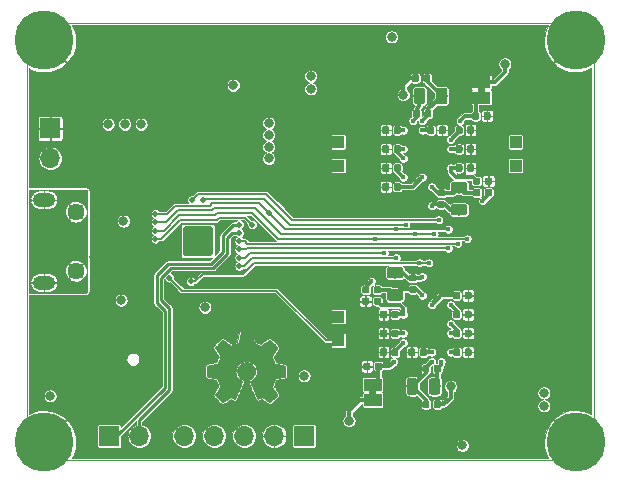
<source format=gbr>
G04 #@! TF.GenerationSoftware,KiCad,Pcbnew,(5.1.4)-1*
G04 #@! TF.CreationDate,2020-11-09T20:47:03-05:00*
G04 #@! TF.ProjectId,icepool-board,69636570-6f6f-46c2-9d62-6f6172642e6b,2020-04*
G04 #@! TF.SameCoordinates,Original*
G04 #@! TF.FileFunction,Copper,L4,Bot*
G04 #@! TF.FilePolarity,Positive*
%FSLAX46Y46*%
G04 Gerber Fmt 4.6, Leading zero omitted, Abs format (unit mm)*
G04 Created by KiCad (PCBNEW (5.1.4)-1) date 2020-11-09 20:47:03*
%MOMM*%
%LPD*%
G04 APERTURE LIST*
G04 #@! TA.AperFunction,NonConductor*
%ADD10C,0.050000*%
G04 #@! TD*
G04 #@! TA.AperFunction,EtchedComponent*
%ADD11C,0.010000*%
G04 #@! TD*
G04 #@! TA.AperFunction,EtchedComponent*
%ADD12C,0.150000*%
G04 #@! TD*
G04 #@! TA.AperFunction,ComponentPad*
%ADD13R,1.000000X1.000000*%
G04 #@! TD*
G04 #@! TA.AperFunction,Conductor*
%ADD14C,0.150000*%
G04 #@! TD*
G04 #@! TA.AperFunction,Conductor*
%ADD15C,2.500000*%
G04 #@! TD*
G04 #@! TA.AperFunction,ViaPad*
%ADD16C,0.500000*%
G04 #@! TD*
G04 #@! TA.AperFunction,SMDPad,CuDef*
%ADD17C,0.590000*%
G04 #@! TD*
G04 #@! TA.AperFunction,SMDPad,CuDef*
%ADD18R,1.500000X1.000000*%
G04 #@! TD*
G04 #@! TA.AperFunction,ComponentPad*
%ADD19O,1.700000X1.700000*%
G04 #@! TD*
G04 #@! TA.AperFunction,ComponentPad*
%ADD20R,1.700000X1.700000*%
G04 #@! TD*
G04 #@! TA.AperFunction,ComponentPad*
%ADD21O,1.900000X1.200000*%
G04 #@! TD*
G04 #@! TA.AperFunction,ComponentPad*
%ADD22C,1.450000*%
G04 #@! TD*
G04 #@! TA.AperFunction,ComponentPad*
%ADD23C,0.800000*%
G04 #@! TD*
G04 #@! TA.AperFunction,ComponentPad*
%ADD24C,5.000000*%
G04 #@! TD*
G04 #@! TA.AperFunction,SMDPad,CuDef*
%ADD25C,0.975000*%
G04 #@! TD*
G04 #@! TA.AperFunction,ViaPad*
%ADD26C,0.450000*%
G04 #@! TD*
G04 #@! TA.AperFunction,ViaPad*
%ADD27C,0.800000*%
G04 #@! TD*
G04 #@! TA.AperFunction,Conductor*
%ADD28C,0.304800*%
G04 #@! TD*
G04 #@! TA.AperFunction,Conductor*
%ADD29C,0.152400*%
G04 #@! TD*
G04 #@! TA.AperFunction,Conductor*
%ADD30C,0.228600*%
G04 #@! TD*
G04 #@! TA.AperFunction,Conductor*
%ADD31C,0.101600*%
G04 #@! TD*
G04 APERTURE END LIST*
D10*
X25500000Y-88500000D02*
X25500000Y-51500000D01*
X73500000Y-88500000D02*
X25500000Y-88500000D01*
X73500000Y-51500000D02*
X73500000Y-88500000D01*
X25500000Y-51500000D02*
X73500000Y-51500000D01*
D11*
G04 #@! TO.C,REF\002A\002A*
G36*
X43544186Y-78168931D02*
G01*
X43460365Y-78613555D01*
X43151080Y-78741053D01*
X42841794Y-78868551D01*
X42470754Y-78616246D01*
X42366843Y-78545996D01*
X42272913Y-78483272D01*
X42193348Y-78430938D01*
X42132530Y-78391857D01*
X42094843Y-78368893D01*
X42084579Y-78363942D01*
X42066090Y-78376676D01*
X42026580Y-78411882D01*
X41970478Y-78465062D01*
X41902213Y-78531718D01*
X41826214Y-78607354D01*
X41746908Y-78687472D01*
X41668725Y-78767574D01*
X41596093Y-78843164D01*
X41533441Y-78909745D01*
X41485197Y-78962818D01*
X41455790Y-78997887D01*
X41448759Y-79009623D01*
X41458877Y-79031260D01*
X41487241Y-79078662D01*
X41530871Y-79147193D01*
X41586782Y-79232215D01*
X41651994Y-79329093D01*
X41689781Y-79384350D01*
X41758657Y-79485248D01*
X41819860Y-79576299D01*
X41870422Y-79652970D01*
X41907372Y-79710728D01*
X41927742Y-79745043D01*
X41930803Y-79752254D01*
X41923864Y-79772748D01*
X41904949Y-79820513D01*
X41876913Y-79888832D01*
X41842609Y-79970989D01*
X41804891Y-80060270D01*
X41766613Y-80149958D01*
X41730630Y-80233338D01*
X41699794Y-80303694D01*
X41676961Y-80354310D01*
X41664983Y-80378471D01*
X41664276Y-80379422D01*
X41645469Y-80384036D01*
X41595382Y-80394328D01*
X41519207Y-80409287D01*
X41422135Y-80427901D01*
X41309357Y-80449159D01*
X41243558Y-80461418D01*
X41123050Y-80484362D01*
X41014203Y-80506195D01*
X40922524Y-80525722D01*
X40853519Y-80541748D01*
X40812696Y-80553079D01*
X40804489Y-80556674D01*
X40796452Y-80581006D01*
X40789967Y-80635959D01*
X40785030Y-80715108D01*
X40781636Y-80812026D01*
X40779782Y-80920287D01*
X40779462Y-81033465D01*
X40780673Y-81145135D01*
X40783410Y-81248868D01*
X40787669Y-81338241D01*
X40793445Y-81406826D01*
X40800733Y-81448197D01*
X40805105Y-81456810D01*
X40831236Y-81467133D01*
X40886607Y-81481892D01*
X40963893Y-81499352D01*
X41055770Y-81517780D01*
X41087842Y-81523741D01*
X41242476Y-81552066D01*
X41364625Y-81574876D01*
X41458327Y-81593080D01*
X41527616Y-81607583D01*
X41576529Y-81619292D01*
X41609103Y-81629115D01*
X41629372Y-81637956D01*
X41641374Y-81646724D01*
X41643053Y-81648457D01*
X41659816Y-81676371D01*
X41685386Y-81730695D01*
X41717212Y-81804777D01*
X41752740Y-81891965D01*
X41789417Y-81985608D01*
X41824689Y-82079052D01*
X41856004Y-82165647D01*
X41880807Y-82238740D01*
X41896546Y-82291678D01*
X41900668Y-82317811D01*
X41900324Y-82318726D01*
X41886359Y-82340086D01*
X41854678Y-82387084D01*
X41808609Y-82454827D01*
X41751482Y-82538423D01*
X41686627Y-82632982D01*
X41668157Y-82659854D01*
X41602301Y-82757275D01*
X41544350Y-82846163D01*
X41497462Y-82921412D01*
X41464793Y-82977920D01*
X41449500Y-83010581D01*
X41448759Y-83014593D01*
X41461608Y-83035684D01*
X41497112Y-83077464D01*
X41550707Y-83135445D01*
X41617829Y-83205135D01*
X41693913Y-83282045D01*
X41774396Y-83361683D01*
X41854713Y-83439561D01*
X41930301Y-83511186D01*
X41996595Y-83572070D01*
X42049031Y-83617721D01*
X42083045Y-83643650D01*
X42092455Y-83647883D01*
X42114357Y-83637912D01*
X42159200Y-83611020D01*
X42219679Y-83571736D01*
X42266211Y-83540117D01*
X42350525Y-83482098D01*
X42450374Y-83413784D01*
X42550527Y-83345579D01*
X42604373Y-83309075D01*
X42786629Y-83185800D01*
X42939619Y-83268520D01*
X43009318Y-83304759D01*
X43068586Y-83332926D01*
X43108689Y-83348991D01*
X43118897Y-83351226D01*
X43131171Y-83334722D01*
X43155387Y-83288082D01*
X43189737Y-83215609D01*
X43232412Y-83121606D01*
X43281606Y-83010374D01*
X43335510Y-82886215D01*
X43392316Y-82753432D01*
X43450218Y-82616327D01*
X43507407Y-82479202D01*
X43562076Y-82346358D01*
X43612416Y-82222098D01*
X43656620Y-82110725D01*
X43692881Y-82016539D01*
X43719391Y-81943844D01*
X43734342Y-81896941D01*
X43736746Y-81880833D01*
X43717689Y-81860286D01*
X43675964Y-81826933D01*
X43620294Y-81787702D01*
X43615622Y-81784599D01*
X43471736Y-81669423D01*
X43355717Y-81535053D01*
X43268570Y-81385784D01*
X43211301Y-81225913D01*
X43184914Y-81059737D01*
X43190415Y-80891552D01*
X43228810Y-80725655D01*
X43301105Y-80566342D01*
X43322374Y-80531487D01*
X43433004Y-80390737D01*
X43563698Y-80277714D01*
X43709936Y-80193003D01*
X43867192Y-80137194D01*
X44030943Y-80110874D01*
X44196667Y-80114630D01*
X44359838Y-80149050D01*
X44515935Y-80214723D01*
X44660433Y-80312235D01*
X44705131Y-80351813D01*
X44818888Y-80475703D01*
X44901782Y-80606124D01*
X44958644Y-80752315D01*
X44990313Y-80897088D01*
X44998131Y-81059860D01*
X44972062Y-81223440D01*
X44914755Y-81382298D01*
X44828856Y-81530906D01*
X44717014Y-81663735D01*
X44581877Y-81775256D01*
X44564117Y-81787011D01*
X44507850Y-81825508D01*
X44465077Y-81858863D01*
X44444628Y-81880160D01*
X44444331Y-81880833D01*
X44448721Y-81903871D01*
X44466124Y-81956157D01*
X44494732Y-82033390D01*
X44532735Y-82131268D01*
X44578326Y-82245491D01*
X44629697Y-82371758D01*
X44685038Y-82505767D01*
X44742542Y-82643218D01*
X44800399Y-82779808D01*
X44856802Y-82911237D01*
X44909942Y-83033205D01*
X44958010Y-83141409D01*
X44999199Y-83231549D01*
X45031699Y-83299323D01*
X45053703Y-83340430D01*
X45062564Y-83351226D01*
X45089640Y-83342819D01*
X45140303Y-83320272D01*
X45205817Y-83287613D01*
X45241841Y-83268520D01*
X45394832Y-83185800D01*
X45577088Y-83309075D01*
X45670125Y-83372228D01*
X45771985Y-83441727D01*
X45867438Y-83507165D01*
X45915250Y-83540117D01*
X45982495Y-83585273D01*
X46039436Y-83621057D01*
X46078646Y-83642938D01*
X46091381Y-83647563D01*
X46109917Y-83635085D01*
X46150941Y-83600252D01*
X46210475Y-83546678D01*
X46284542Y-83477983D01*
X46369165Y-83397781D01*
X46422685Y-83346286D01*
X46516319Y-83254286D01*
X46597241Y-83171999D01*
X46662177Y-83102945D01*
X46707858Y-83050644D01*
X46731011Y-83018616D01*
X46733232Y-83012116D01*
X46722924Y-82987394D01*
X46694439Y-82937405D01*
X46650937Y-82867212D01*
X46595577Y-82781875D01*
X46531520Y-82686456D01*
X46513303Y-82659854D01*
X46446927Y-82563167D01*
X46387378Y-82476117D01*
X46337984Y-82403595D01*
X46302075Y-82350493D01*
X46282981Y-82321703D01*
X46281136Y-82318726D01*
X46283895Y-82295782D01*
X46298538Y-82245336D01*
X46322513Y-82174041D01*
X46353266Y-82088547D01*
X46388244Y-81995507D01*
X46424893Y-81901574D01*
X46460661Y-81813399D01*
X46492994Y-81737634D01*
X46519338Y-81680931D01*
X46537142Y-81649943D01*
X46538407Y-81648457D01*
X46549294Y-81639601D01*
X46567682Y-81630843D01*
X46597606Y-81621277D01*
X46643103Y-81609996D01*
X46708209Y-81596093D01*
X46796961Y-81578663D01*
X46913393Y-81556798D01*
X47061542Y-81529591D01*
X47093618Y-81523741D01*
X47188686Y-81505374D01*
X47271565Y-81487405D01*
X47334930Y-81471569D01*
X47371458Y-81459600D01*
X47376356Y-81456810D01*
X47384427Y-81432072D01*
X47390987Y-81376790D01*
X47396033Y-81297389D01*
X47399559Y-81200296D01*
X47401561Y-81091938D01*
X47402036Y-80978740D01*
X47400977Y-80867128D01*
X47398382Y-80763529D01*
X47394246Y-80674368D01*
X47388563Y-80606072D01*
X47381331Y-80565066D01*
X47376971Y-80556674D01*
X47352698Y-80548208D01*
X47297426Y-80534435D01*
X47216662Y-80516550D01*
X47115912Y-80495748D01*
X47000683Y-80473223D01*
X46937902Y-80461418D01*
X46818787Y-80439151D01*
X46712565Y-80418979D01*
X46624427Y-80401915D01*
X46559566Y-80388969D01*
X46523174Y-80381155D01*
X46517184Y-80379422D01*
X46507061Y-80359890D01*
X46485662Y-80312843D01*
X46455839Y-80245003D01*
X46420445Y-80163091D01*
X46382332Y-80073828D01*
X46344353Y-79983935D01*
X46309360Y-79900135D01*
X46280206Y-79829147D01*
X46259743Y-79777694D01*
X46250823Y-79752497D01*
X46250657Y-79751396D01*
X46260769Y-79731519D01*
X46289117Y-79685777D01*
X46332723Y-79618717D01*
X46388606Y-79534884D01*
X46453787Y-79438826D01*
X46491679Y-79383650D01*
X46560725Y-79282481D01*
X46622050Y-79190630D01*
X46672663Y-79112744D01*
X46709571Y-79053469D01*
X46729782Y-79017451D01*
X46732701Y-79009377D01*
X46720153Y-78990584D01*
X46685463Y-78950457D01*
X46633063Y-78893493D01*
X46567384Y-78824185D01*
X46492856Y-78747031D01*
X46413913Y-78666525D01*
X46334983Y-78587163D01*
X46260500Y-78513440D01*
X46194894Y-78449852D01*
X46142596Y-78400894D01*
X46108039Y-78371061D01*
X46096478Y-78363942D01*
X46077654Y-78373953D01*
X46032631Y-78402078D01*
X45965787Y-78445454D01*
X45881499Y-78501218D01*
X45784144Y-78566506D01*
X45710707Y-78616246D01*
X45339667Y-78868551D01*
X44721095Y-78613555D01*
X44637275Y-78168931D01*
X44553454Y-77724307D01*
X43628006Y-77724307D01*
X43544186Y-78168931D01*
X43544186Y-78168931D01*
G37*
X43544186Y-78168931D02*
X43460365Y-78613555D01*
X43151080Y-78741053D01*
X42841794Y-78868551D01*
X42470754Y-78616246D01*
X42366843Y-78545996D01*
X42272913Y-78483272D01*
X42193348Y-78430938D01*
X42132530Y-78391857D01*
X42094843Y-78368893D01*
X42084579Y-78363942D01*
X42066090Y-78376676D01*
X42026580Y-78411882D01*
X41970478Y-78465062D01*
X41902213Y-78531718D01*
X41826214Y-78607354D01*
X41746908Y-78687472D01*
X41668725Y-78767574D01*
X41596093Y-78843164D01*
X41533441Y-78909745D01*
X41485197Y-78962818D01*
X41455790Y-78997887D01*
X41448759Y-79009623D01*
X41458877Y-79031260D01*
X41487241Y-79078662D01*
X41530871Y-79147193D01*
X41586782Y-79232215D01*
X41651994Y-79329093D01*
X41689781Y-79384350D01*
X41758657Y-79485248D01*
X41819860Y-79576299D01*
X41870422Y-79652970D01*
X41907372Y-79710728D01*
X41927742Y-79745043D01*
X41930803Y-79752254D01*
X41923864Y-79772748D01*
X41904949Y-79820513D01*
X41876913Y-79888832D01*
X41842609Y-79970989D01*
X41804891Y-80060270D01*
X41766613Y-80149958D01*
X41730630Y-80233338D01*
X41699794Y-80303694D01*
X41676961Y-80354310D01*
X41664983Y-80378471D01*
X41664276Y-80379422D01*
X41645469Y-80384036D01*
X41595382Y-80394328D01*
X41519207Y-80409287D01*
X41422135Y-80427901D01*
X41309357Y-80449159D01*
X41243558Y-80461418D01*
X41123050Y-80484362D01*
X41014203Y-80506195D01*
X40922524Y-80525722D01*
X40853519Y-80541748D01*
X40812696Y-80553079D01*
X40804489Y-80556674D01*
X40796452Y-80581006D01*
X40789967Y-80635959D01*
X40785030Y-80715108D01*
X40781636Y-80812026D01*
X40779782Y-80920287D01*
X40779462Y-81033465D01*
X40780673Y-81145135D01*
X40783410Y-81248868D01*
X40787669Y-81338241D01*
X40793445Y-81406826D01*
X40800733Y-81448197D01*
X40805105Y-81456810D01*
X40831236Y-81467133D01*
X40886607Y-81481892D01*
X40963893Y-81499352D01*
X41055770Y-81517780D01*
X41087842Y-81523741D01*
X41242476Y-81552066D01*
X41364625Y-81574876D01*
X41458327Y-81593080D01*
X41527616Y-81607583D01*
X41576529Y-81619292D01*
X41609103Y-81629115D01*
X41629372Y-81637956D01*
X41641374Y-81646724D01*
X41643053Y-81648457D01*
X41659816Y-81676371D01*
X41685386Y-81730695D01*
X41717212Y-81804777D01*
X41752740Y-81891965D01*
X41789417Y-81985608D01*
X41824689Y-82079052D01*
X41856004Y-82165647D01*
X41880807Y-82238740D01*
X41896546Y-82291678D01*
X41900668Y-82317811D01*
X41900324Y-82318726D01*
X41886359Y-82340086D01*
X41854678Y-82387084D01*
X41808609Y-82454827D01*
X41751482Y-82538423D01*
X41686627Y-82632982D01*
X41668157Y-82659854D01*
X41602301Y-82757275D01*
X41544350Y-82846163D01*
X41497462Y-82921412D01*
X41464793Y-82977920D01*
X41449500Y-83010581D01*
X41448759Y-83014593D01*
X41461608Y-83035684D01*
X41497112Y-83077464D01*
X41550707Y-83135445D01*
X41617829Y-83205135D01*
X41693913Y-83282045D01*
X41774396Y-83361683D01*
X41854713Y-83439561D01*
X41930301Y-83511186D01*
X41996595Y-83572070D01*
X42049031Y-83617721D01*
X42083045Y-83643650D01*
X42092455Y-83647883D01*
X42114357Y-83637912D01*
X42159200Y-83611020D01*
X42219679Y-83571736D01*
X42266211Y-83540117D01*
X42350525Y-83482098D01*
X42450374Y-83413784D01*
X42550527Y-83345579D01*
X42604373Y-83309075D01*
X42786629Y-83185800D01*
X42939619Y-83268520D01*
X43009318Y-83304759D01*
X43068586Y-83332926D01*
X43108689Y-83348991D01*
X43118897Y-83351226D01*
X43131171Y-83334722D01*
X43155387Y-83288082D01*
X43189737Y-83215609D01*
X43232412Y-83121606D01*
X43281606Y-83010374D01*
X43335510Y-82886215D01*
X43392316Y-82753432D01*
X43450218Y-82616327D01*
X43507407Y-82479202D01*
X43562076Y-82346358D01*
X43612416Y-82222098D01*
X43656620Y-82110725D01*
X43692881Y-82016539D01*
X43719391Y-81943844D01*
X43734342Y-81896941D01*
X43736746Y-81880833D01*
X43717689Y-81860286D01*
X43675964Y-81826933D01*
X43620294Y-81787702D01*
X43615622Y-81784599D01*
X43471736Y-81669423D01*
X43355717Y-81535053D01*
X43268570Y-81385784D01*
X43211301Y-81225913D01*
X43184914Y-81059737D01*
X43190415Y-80891552D01*
X43228810Y-80725655D01*
X43301105Y-80566342D01*
X43322374Y-80531487D01*
X43433004Y-80390737D01*
X43563698Y-80277714D01*
X43709936Y-80193003D01*
X43867192Y-80137194D01*
X44030943Y-80110874D01*
X44196667Y-80114630D01*
X44359838Y-80149050D01*
X44515935Y-80214723D01*
X44660433Y-80312235D01*
X44705131Y-80351813D01*
X44818888Y-80475703D01*
X44901782Y-80606124D01*
X44958644Y-80752315D01*
X44990313Y-80897088D01*
X44998131Y-81059860D01*
X44972062Y-81223440D01*
X44914755Y-81382298D01*
X44828856Y-81530906D01*
X44717014Y-81663735D01*
X44581877Y-81775256D01*
X44564117Y-81787011D01*
X44507850Y-81825508D01*
X44465077Y-81858863D01*
X44444628Y-81880160D01*
X44444331Y-81880833D01*
X44448721Y-81903871D01*
X44466124Y-81956157D01*
X44494732Y-82033390D01*
X44532735Y-82131268D01*
X44578326Y-82245491D01*
X44629697Y-82371758D01*
X44685038Y-82505767D01*
X44742542Y-82643218D01*
X44800399Y-82779808D01*
X44856802Y-82911237D01*
X44909942Y-83033205D01*
X44958010Y-83141409D01*
X44999199Y-83231549D01*
X45031699Y-83299323D01*
X45053703Y-83340430D01*
X45062564Y-83351226D01*
X45089640Y-83342819D01*
X45140303Y-83320272D01*
X45205817Y-83287613D01*
X45241841Y-83268520D01*
X45394832Y-83185800D01*
X45577088Y-83309075D01*
X45670125Y-83372228D01*
X45771985Y-83441727D01*
X45867438Y-83507165D01*
X45915250Y-83540117D01*
X45982495Y-83585273D01*
X46039436Y-83621057D01*
X46078646Y-83642938D01*
X46091381Y-83647563D01*
X46109917Y-83635085D01*
X46150941Y-83600252D01*
X46210475Y-83546678D01*
X46284542Y-83477983D01*
X46369165Y-83397781D01*
X46422685Y-83346286D01*
X46516319Y-83254286D01*
X46597241Y-83171999D01*
X46662177Y-83102945D01*
X46707858Y-83050644D01*
X46731011Y-83018616D01*
X46733232Y-83012116D01*
X46722924Y-82987394D01*
X46694439Y-82937405D01*
X46650937Y-82867212D01*
X46595577Y-82781875D01*
X46531520Y-82686456D01*
X46513303Y-82659854D01*
X46446927Y-82563167D01*
X46387378Y-82476117D01*
X46337984Y-82403595D01*
X46302075Y-82350493D01*
X46282981Y-82321703D01*
X46281136Y-82318726D01*
X46283895Y-82295782D01*
X46298538Y-82245336D01*
X46322513Y-82174041D01*
X46353266Y-82088547D01*
X46388244Y-81995507D01*
X46424893Y-81901574D01*
X46460661Y-81813399D01*
X46492994Y-81737634D01*
X46519338Y-81680931D01*
X46537142Y-81649943D01*
X46538407Y-81648457D01*
X46549294Y-81639601D01*
X46567682Y-81630843D01*
X46597606Y-81621277D01*
X46643103Y-81609996D01*
X46708209Y-81596093D01*
X46796961Y-81578663D01*
X46913393Y-81556798D01*
X47061542Y-81529591D01*
X47093618Y-81523741D01*
X47188686Y-81505374D01*
X47271565Y-81487405D01*
X47334930Y-81471569D01*
X47371458Y-81459600D01*
X47376356Y-81456810D01*
X47384427Y-81432072D01*
X47390987Y-81376790D01*
X47396033Y-81297389D01*
X47399559Y-81200296D01*
X47401561Y-81091938D01*
X47402036Y-80978740D01*
X47400977Y-80867128D01*
X47398382Y-80763529D01*
X47394246Y-80674368D01*
X47388563Y-80606072D01*
X47381331Y-80565066D01*
X47376971Y-80556674D01*
X47352698Y-80548208D01*
X47297426Y-80534435D01*
X47216662Y-80516550D01*
X47115912Y-80495748D01*
X47000683Y-80473223D01*
X46937902Y-80461418D01*
X46818787Y-80439151D01*
X46712565Y-80418979D01*
X46624427Y-80401915D01*
X46559566Y-80388969D01*
X46523174Y-80381155D01*
X46517184Y-80379422D01*
X46507061Y-80359890D01*
X46485662Y-80312843D01*
X46455839Y-80245003D01*
X46420445Y-80163091D01*
X46382332Y-80073828D01*
X46344353Y-79983935D01*
X46309360Y-79900135D01*
X46280206Y-79829147D01*
X46259743Y-79777694D01*
X46250823Y-79752497D01*
X46250657Y-79751396D01*
X46260769Y-79731519D01*
X46289117Y-79685777D01*
X46332723Y-79618717D01*
X46388606Y-79534884D01*
X46453787Y-79438826D01*
X46491679Y-79383650D01*
X46560725Y-79282481D01*
X46622050Y-79190630D01*
X46672663Y-79112744D01*
X46709571Y-79053469D01*
X46729782Y-79017451D01*
X46732701Y-79009377D01*
X46720153Y-78990584D01*
X46685463Y-78950457D01*
X46633063Y-78893493D01*
X46567384Y-78824185D01*
X46492856Y-78747031D01*
X46413913Y-78666525D01*
X46334983Y-78587163D01*
X46260500Y-78513440D01*
X46194894Y-78449852D01*
X46142596Y-78400894D01*
X46108039Y-78371061D01*
X46096478Y-78363942D01*
X46077654Y-78373953D01*
X46032631Y-78402078D01*
X45965787Y-78445454D01*
X45881499Y-78501218D01*
X45784144Y-78566506D01*
X45710707Y-78616246D01*
X45339667Y-78868551D01*
X44721095Y-78613555D01*
X44637275Y-78168931D01*
X44553454Y-77724307D01*
X43628006Y-77724307D01*
X43544186Y-78168931D01*
D12*
G04 #@! TO.C,JP2*
G36*
X55100000Y-83050000D02*
G01*
X55100000Y-82550000D01*
X54500000Y-82550000D01*
X54500000Y-83050000D01*
X55100000Y-83050000D01*
G37*
G04 #@! TO.C,JP1*
G36*
X63700000Y-56950000D02*
G01*
X63700000Y-57450000D01*
X64300000Y-57450000D01*
X64300000Y-56950000D01*
X63700000Y-56950000D01*
G37*
G04 #@! TD*
D13*
G04 #@! TO.P,TP6,1*
G04 #@! TO.N,/MISO*
X51900000Y-76400000D03*
G04 #@! TD*
G04 #@! TO.P,TP5,1*
G04 #@! TO.N,/FIFO_0_1*
X66900000Y-63600000D03*
G04 #@! TD*
G04 #@! TO.P,TP4,1*
G04 #@! TO.N,/MOSI*
X51900000Y-63600000D03*
G04 #@! TD*
G04 #@! TO.P,TP3,1*
G04 #@! TO.N,/READY*
X51900000Y-78400000D03*
G04 #@! TD*
G04 #@! TO.P,TP2,1*
G04 #@! TO.N,/READY_0_1*
X66900000Y-61600000D03*
G04 #@! TD*
G04 #@! TO.P,TP1,1*
G04 #@! TO.N,/READY_0*
X51900000Y-61600000D03*
G04 #@! TD*
D14*
G04 #@! TO.N,GND*
G04 #@! TO.C,U3*
G36*
X41024504Y-68751204D02*
G01*
X41048773Y-68754804D01*
X41072571Y-68760765D01*
X41095671Y-68769030D01*
X41117849Y-68779520D01*
X41138893Y-68792133D01*
X41158598Y-68806747D01*
X41176777Y-68823223D01*
X41193253Y-68841402D01*
X41207867Y-68861107D01*
X41220480Y-68882151D01*
X41230970Y-68904329D01*
X41239235Y-68927429D01*
X41245196Y-68951227D01*
X41248796Y-68975496D01*
X41250000Y-69000000D01*
X41250000Y-71000000D01*
X41248796Y-71024504D01*
X41245196Y-71048773D01*
X41239235Y-71072571D01*
X41230970Y-71095671D01*
X41220480Y-71117849D01*
X41207867Y-71138893D01*
X41193253Y-71158598D01*
X41176777Y-71176777D01*
X41158598Y-71193253D01*
X41138893Y-71207867D01*
X41117849Y-71220480D01*
X41095671Y-71230970D01*
X41072571Y-71239235D01*
X41048773Y-71245196D01*
X41024504Y-71248796D01*
X41000000Y-71250000D01*
X39000000Y-71250000D01*
X38975496Y-71248796D01*
X38951227Y-71245196D01*
X38927429Y-71239235D01*
X38904329Y-71230970D01*
X38882151Y-71220480D01*
X38861107Y-71207867D01*
X38841402Y-71193253D01*
X38823223Y-71176777D01*
X38806747Y-71158598D01*
X38792133Y-71138893D01*
X38779520Y-71117849D01*
X38769030Y-71095671D01*
X38760765Y-71072571D01*
X38754804Y-71048773D01*
X38751204Y-71024504D01*
X38750000Y-71000000D01*
X38750000Y-69000000D01*
X38751204Y-68975496D01*
X38754804Y-68951227D01*
X38760765Y-68927429D01*
X38769030Y-68904329D01*
X38779520Y-68882151D01*
X38792133Y-68861107D01*
X38806747Y-68841402D01*
X38823223Y-68823223D01*
X38841402Y-68806747D01*
X38861107Y-68792133D01*
X38882151Y-68779520D01*
X38904329Y-68769030D01*
X38927429Y-68760765D01*
X38951227Y-68754804D01*
X38975496Y-68751204D01*
X39000000Y-68750000D01*
X41000000Y-68750000D01*
X41024504Y-68751204D01*
X41024504Y-68751204D01*
G37*
D15*
X40000000Y-70000000D03*
D16*
X39000000Y-69000000D03*
X40000000Y-69000000D03*
X41000000Y-69000000D03*
X39000000Y-70000000D03*
X40000000Y-70000000D03*
X41000000Y-70000000D03*
X39000000Y-71000000D03*
X40000000Y-71000000D03*
X41000000Y-71000000D03*
G04 #@! TD*
D14*
G04 #@! TO.N,/ICE40HX8K-BG121_1/VCC0*
G04 #@! TO.C,R10*
G36*
X60446958Y-83480710D02*
G01*
X60461276Y-83482834D01*
X60475317Y-83486351D01*
X60488946Y-83491228D01*
X60502031Y-83497417D01*
X60514447Y-83504858D01*
X60526073Y-83513481D01*
X60536798Y-83523202D01*
X60546519Y-83533927D01*
X60555142Y-83545553D01*
X60562583Y-83557969D01*
X60568772Y-83571054D01*
X60573649Y-83584683D01*
X60577166Y-83598724D01*
X60579290Y-83613042D01*
X60580000Y-83627500D01*
X60580000Y-83972500D01*
X60579290Y-83986958D01*
X60577166Y-84001276D01*
X60573649Y-84015317D01*
X60568772Y-84028946D01*
X60562583Y-84042031D01*
X60555142Y-84054447D01*
X60546519Y-84066073D01*
X60536798Y-84076798D01*
X60526073Y-84086519D01*
X60514447Y-84095142D01*
X60502031Y-84102583D01*
X60488946Y-84108772D01*
X60475317Y-84113649D01*
X60461276Y-84117166D01*
X60446958Y-84119290D01*
X60432500Y-84120000D01*
X60137500Y-84120000D01*
X60123042Y-84119290D01*
X60108724Y-84117166D01*
X60094683Y-84113649D01*
X60081054Y-84108772D01*
X60067969Y-84102583D01*
X60055553Y-84095142D01*
X60043927Y-84086519D01*
X60033202Y-84076798D01*
X60023481Y-84066073D01*
X60014858Y-84054447D01*
X60007417Y-84042031D01*
X60001228Y-84028946D01*
X59996351Y-84015317D01*
X59992834Y-84001276D01*
X59990710Y-83986958D01*
X59990000Y-83972500D01*
X59990000Y-83627500D01*
X59990710Y-83613042D01*
X59992834Y-83598724D01*
X59996351Y-83584683D01*
X60001228Y-83571054D01*
X60007417Y-83557969D01*
X60014858Y-83545553D01*
X60023481Y-83533927D01*
X60033202Y-83523202D01*
X60043927Y-83513481D01*
X60055553Y-83504858D01*
X60067969Y-83497417D01*
X60081054Y-83491228D01*
X60094683Y-83486351D01*
X60108724Y-83482834D01*
X60123042Y-83480710D01*
X60137500Y-83480000D01*
X60432500Y-83480000D01*
X60446958Y-83480710D01*
X60446958Y-83480710D01*
G37*
D17*
G04 #@! TD*
G04 #@! TO.P,R10,2*
G04 #@! TO.N,/ICE40HX8K-BG121_1/VCC0*
X60285000Y-83800000D03*
D14*
G04 #@! TO.N,/ICE40HX8K-BG121_1/VCCPLL1*
G04 #@! TO.C,R10*
G36*
X59476958Y-83480710D02*
G01*
X59491276Y-83482834D01*
X59505317Y-83486351D01*
X59518946Y-83491228D01*
X59532031Y-83497417D01*
X59544447Y-83504858D01*
X59556073Y-83513481D01*
X59566798Y-83523202D01*
X59576519Y-83533927D01*
X59585142Y-83545553D01*
X59592583Y-83557969D01*
X59598772Y-83571054D01*
X59603649Y-83584683D01*
X59607166Y-83598724D01*
X59609290Y-83613042D01*
X59610000Y-83627500D01*
X59610000Y-83972500D01*
X59609290Y-83986958D01*
X59607166Y-84001276D01*
X59603649Y-84015317D01*
X59598772Y-84028946D01*
X59592583Y-84042031D01*
X59585142Y-84054447D01*
X59576519Y-84066073D01*
X59566798Y-84076798D01*
X59556073Y-84086519D01*
X59544447Y-84095142D01*
X59532031Y-84102583D01*
X59518946Y-84108772D01*
X59505317Y-84113649D01*
X59491276Y-84117166D01*
X59476958Y-84119290D01*
X59462500Y-84120000D01*
X59167500Y-84120000D01*
X59153042Y-84119290D01*
X59138724Y-84117166D01*
X59124683Y-84113649D01*
X59111054Y-84108772D01*
X59097969Y-84102583D01*
X59085553Y-84095142D01*
X59073927Y-84086519D01*
X59063202Y-84076798D01*
X59053481Y-84066073D01*
X59044858Y-84054447D01*
X59037417Y-84042031D01*
X59031228Y-84028946D01*
X59026351Y-84015317D01*
X59022834Y-84001276D01*
X59020710Y-83986958D01*
X59020000Y-83972500D01*
X59020000Y-83627500D01*
X59020710Y-83613042D01*
X59022834Y-83598724D01*
X59026351Y-83584683D01*
X59031228Y-83571054D01*
X59037417Y-83557969D01*
X59044858Y-83545553D01*
X59053481Y-83533927D01*
X59063202Y-83523202D01*
X59073927Y-83513481D01*
X59085553Y-83504858D01*
X59097969Y-83497417D01*
X59111054Y-83491228D01*
X59124683Y-83486351D01*
X59138724Y-83482834D01*
X59153042Y-83480710D01*
X59167500Y-83480000D01*
X59462500Y-83480000D01*
X59476958Y-83480710D01*
X59476958Y-83480710D01*
G37*
D17*
G04 #@! TD*
G04 #@! TO.P,R10,1*
G04 #@! TO.N,/ICE40HX8K-BG121_1/VCCPLL1*
X59315000Y-83800000D03*
D14*
G04 #@! TO.N,/ICE40HX8K-BG121_1/VCC0*
G04 #@! TO.C,R9*
G36*
X55386959Y-74790710D02*
G01*
X55401277Y-74792834D01*
X55415318Y-74796351D01*
X55428947Y-74801228D01*
X55442032Y-74807417D01*
X55454448Y-74814858D01*
X55466074Y-74823481D01*
X55476799Y-74833202D01*
X55486520Y-74843927D01*
X55495143Y-74855553D01*
X55502584Y-74867969D01*
X55508773Y-74881054D01*
X55513650Y-74894683D01*
X55517167Y-74908724D01*
X55519291Y-74923042D01*
X55520001Y-74937500D01*
X55520001Y-75232500D01*
X55519291Y-75246958D01*
X55517167Y-75261276D01*
X55513650Y-75275317D01*
X55508773Y-75288946D01*
X55502584Y-75302031D01*
X55495143Y-75314447D01*
X55486520Y-75326073D01*
X55476799Y-75336798D01*
X55466074Y-75346519D01*
X55454448Y-75355142D01*
X55442032Y-75362583D01*
X55428947Y-75368772D01*
X55415318Y-75373649D01*
X55401277Y-75377166D01*
X55386959Y-75379290D01*
X55372501Y-75380000D01*
X55027501Y-75380000D01*
X55013043Y-75379290D01*
X54998725Y-75377166D01*
X54984684Y-75373649D01*
X54971055Y-75368772D01*
X54957970Y-75362583D01*
X54945554Y-75355142D01*
X54933928Y-75346519D01*
X54923203Y-75336798D01*
X54913482Y-75326073D01*
X54904859Y-75314447D01*
X54897418Y-75302031D01*
X54891229Y-75288946D01*
X54886352Y-75275317D01*
X54882835Y-75261276D01*
X54880711Y-75246958D01*
X54880001Y-75232500D01*
X54880001Y-74937500D01*
X54880711Y-74923042D01*
X54882835Y-74908724D01*
X54886352Y-74894683D01*
X54891229Y-74881054D01*
X54897418Y-74867969D01*
X54904859Y-74855553D01*
X54913482Y-74843927D01*
X54923203Y-74833202D01*
X54933928Y-74823481D01*
X54945554Y-74814858D01*
X54957970Y-74807417D01*
X54971055Y-74801228D01*
X54984684Y-74796351D01*
X54998725Y-74792834D01*
X55013043Y-74790710D01*
X55027501Y-74790000D01*
X55372501Y-74790000D01*
X55386959Y-74790710D01*
X55386959Y-74790710D01*
G37*
D17*
G04 #@! TD*
G04 #@! TO.P,R9,2*
G04 #@! TO.N,/ICE40HX8K-BG121_1/VCC0*
X55200001Y-75085000D03*
D14*
G04 #@! TO.N,/ICE40HX8K-BG121_1/VCCPLL0*
G04 #@! TO.C,R9*
G36*
X55386959Y-73820710D02*
G01*
X55401277Y-73822834D01*
X55415318Y-73826351D01*
X55428947Y-73831228D01*
X55442032Y-73837417D01*
X55454448Y-73844858D01*
X55466074Y-73853481D01*
X55476799Y-73863202D01*
X55486520Y-73873927D01*
X55495143Y-73885553D01*
X55502584Y-73897969D01*
X55508773Y-73911054D01*
X55513650Y-73924683D01*
X55517167Y-73938724D01*
X55519291Y-73953042D01*
X55520001Y-73967500D01*
X55520001Y-74262500D01*
X55519291Y-74276958D01*
X55517167Y-74291276D01*
X55513650Y-74305317D01*
X55508773Y-74318946D01*
X55502584Y-74332031D01*
X55495143Y-74344447D01*
X55486520Y-74356073D01*
X55476799Y-74366798D01*
X55466074Y-74376519D01*
X55454448Y-74385142D01*
X55442032Y-74392583D01*
X55428947Y-74398772D01*
X55415318Y-74403649D01*
X55401277Y-74407166D01*
X55386959Y-74409290D01*
X55372501Y-74410000D01*
X55027501Y-74410000D01*
X55013043Y-74409290D01*
X54998725Y-74407166D01*
X54984684Y-74403649D01*
X54971055Y-74398772D01*
X54957970Y-74392583D01*
X54945554Y-74385142D01*
X54933928Y-74376519D01*
X54923203Y-74366798D01*
X54913482Y-74356073D01*
X54904859Y-74344447D01*
X54897418Y-74332031D01*
X54891229Y-74318946D01*
X54886352Y-74305317D01*
X54882835Y-74291276D01*
X54880711Y-74276958D01*
X54880001Y-74262500D01*
X54880001Y-73967500D01*
X54880711Y-73953042D01*
X54882835Y-73938724D01*
X54886352Y-73924683D01*
X54891229Y-73911054D01*
X54897418Y-73897969D01*
X54904859Y-73885553D01*
X54913482Y-73873927D01*
X54923203Y-73863202D01*
X54933928Y-73853481D01*
X54945554Y-73844858D01*
X54957970Y-73837417D01*
X54971055Y-73831228D01*
X54984684Y-73826351D01*
X54998725Y-73822834D01*
X55013043Y-73820710D01*
X55027501Y-73820000D01*
X55372501Y-73820000D01*
X55386959Y-73820710D01*
X55386959Y-73820710D01*
G37*
D17*
G04 #@! TD*
G04 #@! TO.P,R9,1*
G04 #@! TO.N,/ICE40HX8K-BG121_1/VCCPLL0*
X55200001Y-74115000D03*
D14*
G04 #@! TO.N,/ICE40HX8K-BG121_0/VCC0*
G04 #@! TO.C,R7*
G36*
X58576958Y-55880710D02*
G01*
X58591276Y-55882834D01*
X58605317Y-55886351D01*
X58618946Y-55891228D01*
X58632031Y-55897417D01*
X58644447Y-55904858D01*
X58656073Y-55913481D01*
X58666798Y-55923202D01*
X58676519Y-55933927D01*
X58685142Y-55945553D01*
X58692583Y-55957969D01*
X58698772Y-55971054D01*
X58703649Y-55984683D01*
X58707166Y-55998724D01*
X58709290Y-56013042D01*
X58710000Y-56027500D01*
X58710000Y-56372500D01*
X58709290Y-56386958D01*
X58707166Y-56401276D01*
X58703649Y-56415317D01*
X58698772Y-56428946D01*
X58692583Y-56442031D01*
X58685142Y-56454447D01*
X58676519Y-56466073D01*
X58666798Y-56476798D01*
X58656073Y-56486519D01*
X58644447Y-56495142D01*
X58632031Y-56502583D01*
X58618946Y-56508772D01*
X58605317Y-56513649D01*
X58591276Y-56517166D01*
X58576958Y-56519290D01*
X58562500Y-56520000D01*
X58267500Y-56520000D01*
X58253042Y-56519290D01*
X58238724Y-56517166D01*
X58224683Y-56513649D01*
X58211054Y-56508772D01*
X58197969Y-56502583D01*
X58185553Y-56495142D01*
X58173927Y-56486519D01*
X58163202Y-56476798D01*
X58153481Y-56466073D01*
X58144858Y-56454447D01*
X58137417Y-56442031D01*
X58131228Y-56428946D01*
X58126351Y-56415317D01*
X58122834Y-56401276D01*
X58120710Y-56386958D01*
X58120000Y-56372500D01*
X58120000Y-56027500D01*
X58120710Y-56013042D01*
X58122834Y-55998724D01*
X58126351Y-55984683D01*
X58131228Y-55971054D01*
X58137417Y-55957969D01*
X58144858Y-55945553D01*
X58153481Y-55933927D01*
X58163202Y-55923202D01*
X58173927Y-55913481D01*
X58185553Y-55904858D01*
X58197969Y-55897417D01*
X58211054Y-55891228D01*
X58224683Y-55886351D01*
X58238724Y-55882834D01*
X58253042Y-55880710D01*
X58267500Y-55880000D01*
X58562500Y-55880000D01*
X58576958Y-55880710D01*
X58576958Y-55880710D01*
G37*
D17*
G04 #@! TD*
G04 #@! TO.P,R7,2*
G04 #@! TO.N,/ICE40HX8K-BG121_0/VCC0*
X58415000Y-56200000D03*
D14*
G04 #@! TO.N,/ICE40HX8K-BG121_0/VCCPLL1*
G04 #@! TO.C,R7*
G36*
X59546958Y-55880710D02*
G01*
X59561276Y-55882834D01*
X59575317Y-55886351D01*
X59588946Y-55891228D01*
X59602031Y-55897417D01*
X59614447Y-55904858D01*
X59626073Y-55913481D01*
X59636798Y-55923202D01*
X59646519Y-55933927D01*
X59655142Y-55945553D01*
X59662583Y-55957969D01*
X59668772Y-55971054D01*
X59673649Y-55984683D01*
X59677166Y-55998724D01*
X59679290Y-56013042D01*
X59680000Y-56027500D01*
X59680000Y-56372500D01*
X59679290Y-56386958D01*
X59677166Y-56401276D01*
X59673649Y-56415317D01*
X59668772Y-56428946D01*
X59662583Y-56442031D01*
X59655142Y-56454447D01*
X59646519Y-56466073D01*
X59636798Y-56476798D01*
X59626073Y-56486519D01*
X59614447Y-56495142D01*
X59602031Y-56502583D01*
X59588946Y-56508772D01*
X59575317Y-56513649D01*
X59561276Y-56517166D01*
X59546958Y-56519290D01*
X59532500Y-56520000D01*
X59237500Y-56520000D01*
X59223042Y-56519290D01*
X59208724Y-56517166D01*
X59194683Y-56513649D01*
X59181054Y-56508772D01*
X59167969Y-56502583D01*
X59155553Y-56495142D01*
X59143927Y-56486519D01*
X59133202Y-56476798D01*
X59123481Y-56466073D01*
X59114858Y-56454447D01*
X59107417Y-56442031D01*
X59101228Y-56428946D01*
X59096351Y-56415317D01*
X59092834Y-56401276D01*
X59090710Y-56386958D01*
X59090000Y-56372500D01*
X59090000Y-56027500D01*
X59090710Y-56013042D01*
X59092834Y-55998724D01*
X59096351Y-55984683D01*
X59101228Y-55971054D01*
X59107417Y-55957969D01*
X59114858Y-55945553D01*
X59123481Y-55933927D01*
X59133202Y-55923202D01*
X59143927Y-55913481D01*
X59155553Y-55904858D01*
X59167969Y-55897417D01*
X59181054Y-55891228D01*
X59194683Y-55886351D01*
X59208724Y-55882834D01*
X59223042Y-55880710D01*
X59237500Y-55880000D01*
X59532500Y-55880000D01*
X59546958Y-55880710D01*
X59546958Y-55880710D01*
G37*
D17*
G04 #@! TD*
G04 #@! TO.P,R7,1*
G04 #@! TO.N,/ICE40HX8K-BG121_0/VCCPLL1*
X59385000Y-56200000D03*
D14*
G04 #@! TO.N,/ICE40HX8K-BG121_0/VCC0*
G04 #@! TO.C,R6*
G36*
X63786958Y-64620710D02*
G01*
X63801276Y-64622834D01*
X63815317Y-64626351D01*
X63828946Y-64631228D01*
X63842031Y-64637417D01*
X63854447Y-64644858D01*
X63866073Y-64653481D01*
X63876798Y-64663202D01*
X63886519Y-64673927D01*
X63895142Y-64685553D01*
X63902583Y-64697969D01*
X63908772Y-64711054D01*
X63913649Y-64724683D01*
X63917166Y-64738724D01*
X63919290Y-64753042D01*
X63920000Y-64767500D01*
X63920000Y-65062500D01*
X63919290Y-65076958D01*
X63917166Y-65091276D01*
X63913649Y-65105317D01*
X63908772Y-65118946D01*
X63902583Y-65132031D01*
X63895142Y-65144447D01*
X63886519Y-65156073D01*
X63876798Y-65166798D01*
X63866073Y-65176519D01*
X63854447Y-65185142D01*
X63842031Y-65192583D01*
X63828946Y-65198772D01*
X63815317Y-65203649D01*
X63801276Y-65207166D01*
X63786958Y-65209290D01*
X63772500Y-65210000D01*
X63427500Y-65210000D01*
X63413042Y-65209290D01*
X63398724Y-65207166D01*
X63384683Y-65203649D01*
X63371054Y-65198772D01*
X63357969Y-65192583D01*
X63345553Y-65185142D01*
X63333927Y-65176519D01*
X63323202Y-65166798D01*
X63313481Y-65156073D01*
X63304858Y-65144447D01*
X63297417Y-65132031D01*
X63291228Y-65118946D01*
X63286351Y-65105317D01*
X63282834Y-65091276D01*
X63280710Y-65076958D01*
X63280000Y-65062500D01*
X63280000Y-64767500D01*
X63280710Y-64753042D01*
X63282834Y-64738724D01*
X63286351Y-64724683D01*
X63291228Y-64711054D01*
X63297417Y-64697969D01*
X63304858Y-64685553D01*
X63313481Y-64673927D01*
X63323202Y-64663202D01*
X63333927Y-64653481D01*
X63345553Y-64644858D01*
X63357969Y-64637417D01*
X63371054Y-64631228D01*
X63384683Y-64626351D01*
X63398724Y-64622834D01*
X63413042Y-64620710D01*
X63427500Y-64620000D01*
X63772500Y-64620000D01*
X63786958Y-64620710D01*
X63786958Y-64620710D01*
G37*
D17*
G04 #@! TD*
G04 #@! TO.P,R6,2*
G04 #@! TO.N,/ICE40HX8K-BG121_0/VCC0*
X63600000Y-64915000D03*
D14*
G04 #@! TO.N,/ICE40HX8K-BG121_0/VCCPLL0*
G04 #@! TO.C,R6*
G36*
X63786958Y-65590710D02*
G01*
X63801276Y-65592834D01*
X63815317Y-65596351D01*
X63828946Y-65601228D01*
X63842031Y-65607417D01*
X63854447Y-65614858D01*
X63866073Y-65623481D01*
X63876798Y-65633202D01*
X63886519Y-65643927D01*
X63895142Y-65655553D01*
X63902583Y-65667969D01*
X63908772Y-65681054D01*
X63913649Y-65694683D01*
X63917166Y-65708724D01*
X63919290Y-65723042D01*
X63920000Y-65737500D01*
X63920000Y-66032500D01*
X63919290Y-66046958D01*
X63917166Y-66061276D01*
X63913649Y-66075317D01*
X63908772Y-66088946D01*
X63902583Y-66102031D01*
X63895142Y-66114447D01*
X63886519Y-66126073D01*
X63876798Y-66136798D01*
X63866073Y-66146519D01*
X63854447Y-66155142D01*
X63842031Y-66162583D01*
X63828946Y-66168772D01*
X63815317Y-66173649D01*
X63801276Y-66177166D01*
X63786958Y-66179290D01*
X63772500Y-66180000D01*
X63427500Y-66180000D01*
X63413042Y-66179290D01*
X63398724Y-66177166D01*
X63384683Y-66173649D01*
X63371054Y-66168772D01*
X63357969Y-66162583D01*
X63345553Y-66155142D01*
X63333927Y-66146519D01*
X63323202Y-66136798D01*
X63313481Y-66126073D01*
X63304858Y-66114447D01*
X63297417Y-66102031D01*
X63291228Y-66088946D01*
X63286351Y-66075317D01*
X63282834Y-66061276D01*
X63280710Y-66046958D01*
X63280000Y-66032500D01*
X63280000Y-65737500D01*
X63280710Y-65723042D01*
X63282834Y-65708724D01*
X63286351Y-65694683D01*
X63291228Y-65681054D01*
X63297417Y-65667969D01*
X63304858Y-65655553D01*
X63313481Y-65643927D01*
X63323202Y-65633202D01*
X63333927Y-65623481D01*
X63345553Y-65614858D01*
X63357969Y-65607417D01*
X63371054Y-65601228D01*
X63384683Y-65596351D01*
X63398724Y-65592834D01*
X63413042Y-65590710D01*
X63427500Y-65590000D01*
X63772500Y-65590000D01*
X63786958Y-65590710D01*
X63786958Y-65590710D01*
G37*
D17*
G04 #@! TD*
G04 #@! TO.P,R6,1*
G04 #@! TO.N,/ICE40HX8K-BG121_0/VCCPLL0*
X63600000Y-65885000D03*
D18*
G04 #@! TO.P,JP2,2*
G04 #@! TO.N,/ICE40HX8K-BG121_1/VPP_2V5*
X54800000Y-82150000D03*
G04 #@! TO.P,JP2,1*
G04 #@! TO.N,+3V3*
X54800000Y-83450000D03*
G04 #@! TD*
G04 #@! TO.P,JP1,2*
G04 #@! TO.N,/ICE40HX8K-BG121_0/VPP_2V5*
X64000000Y-57850000D03*
G04 #@! TO.P,JP1,1*
G04 #@! TO.N,+3V3*
X64000000Y-56550000D03*
G04 #@! TD*
D19*
G04 #@! TO.P,J5,5*
G04 #@! TO.N,/~RESET*
X38840000Y-86500000D03*
G04 #@! TO.P,J5,4*
G04 #@! TO.N,/SWD_CLK*
X41380000Y-86500000D03*
G04 #@! TO.P,J5,3*
G04 #@! TO.N,/SWD_IO*
X43920000Y-86500000D03*
G04 #@! TO.P,J5,2*
G04 #@! TO.N,GND*
X46460000Y-86500000D03*
D20*
G04 #@! TO.P,J5,1*
G04 #@! TO.N,+3V3*
X49000000Y-86500000D03*
G04 #@! TD*
D19*
G04 #@! TO.P,J3,2*
G04 #@! TO.N,/TX*
X35040000Y-86500000D03*
D20*
G04 #@! TO.P,J3,1*
G04 #@! TO.N,/RX*
X32500000Y-86500000D03*
G04 #@! TD*
D21*
G04 #@! TO.P,J2,6*
G04 #@! TO.N,/USB_SHIELD*
X26962500Y-73500000D03*
X26962500Y-66500000D03*
D22*
X29662500Y-72500000D03*
X29662500Y-67500000D03*
G04 #@! TD*
D19*
G04 #@! TO.P,J1,2*
G04 #@! TO.N,VCC*
X27500000Y-63000000D03*
D20*
G04 #@! TO.P,J1,1*
G04 #@! TO.N,GND*
X27500000Y-60460000D03*
G04 #@! TD*
D23*
G04 #@! TO.P,H4,1*
G04 #@! TO.N,GND*
X28325825Y-85674175D03*
X27000000Y-85125000D03*
X25674175Y-85674175D03*
X25125000Y-87000000D03*
X25674175Y-88325825D03*
X27000000Y-88875000D03*
X28325825Y-88325825D03*
X28875000Y-87000000D03*
D24*
X27000000Y-87000000D03*
G04 #@! TD*
D23*
G04 #@! TO.P,H3,1*
G04 #@! TO.N,GND*
X73325825Y-85674175D03*
X72000000Y-85125000D03*
X70674175Y-85674175D03*
X70125000Y-87000000D03*
X70674175Y-88325825D03*
X72000000Y-88875000D03*
X73325825Y-88325825D03*
X73875000Y-87000000D03*
D24*
X72000000Y-87000000D03*
G04 #@! TD*
D23*
G04 #@! TO.P,H2,1*
G04 #@! TO.N,GND*
X73325825Y-51674175D03*
X72000000Y-51125000D03*
X70674175Y-51674175D03*
X70125000Y-53000000D03*
X70674175Y-54325825D03*
X72000000Y-54875000D03*
X73325825Y-54325825D03*
X73875000Y-53000000D03*
D24*
X72000000Y-53000000D03*
G04 #@! TD*
D23*
G04 #@! TO.P,H1,1*
G04 #@! TO.N,GND*
X28325825Y-51674175D03*
X27000000Y-51125000D03*
X25674175Y-51674175D03*
X25125000Y-53000000D03*
X25674175Y-54325825D03*
X27000000Y-54875000D03*
X28325825Y-54325825D03*
X28875000Y-53000000D03*
D24*
X27000000Y-53000000D03*
G04 #@! TD*
D14*
G04 #@! TO.N,/ICE40HX8K-BG121_1/GNDPLL1*
G04 #@! TO.C,C50*
G36*
X60446958Y-80480710D02*
G01*
X60461276Y-80482834D01*
X60475317Y-80486351D01*
X60488946Y-80491228D01*
X60502031Y-80497417D01*
X60514447Y-80504858D01*
X60526073Y-80513481D01*
X60536798Y-80523202D01*
X60546519Y-80533927D01*
X60555142Y-80545553D01*
X60562583Y-80557969D01*
X60568772Y-80571054D01*
X60573649Y-80584683D01*
X60577166Y-80598724D01*
X60579290Y-80613042D01*
X60580000Y-80627500D01*
X60580000Y-80972500D01*
X60579290Y-80986958D01*
X60577166Y-81001276D01*
X60573649Y-81015317D01*
X60568772Y-81028946D01*
X60562583Y-81042031D01*
X60555142Y-81054447D01*
X60546519Y-81066073D01*
X60536798Y-81076798D01*
X60526073Y-81086519D01*
X60514447Y-81095142D01*
X60502031Y-81102583D01*
X60488946Y-81108772D01*
X60475317Y-81113649D01*
X60461276Y-81117166D01*
X60446958Y-81119290D01*
X60432500Y-81120000D01*
X60137500Y-81120000D01*
X60123042Y-81119290D01*
X60108724Y-81117166D01*
X60094683Y-81113649D01*
X60081054Y-81108772D01*
X60067969Y-81102583D01*
X60055553Y-81095142D01*
X60043927Y-81086519D01*
X60033202Y-81076798D01*
X60023481Y-81066073D01*
X60014858Y-81054447D01*
X60007417Y-81042031D01*
X60001228Y-81028946D01*
X59996351Y-81015317D01*
X59992834Y-81001276D01*
X59990710Y-80986958D01*
X59990000Y-80972500D01*
X59990000Y-80627500D01*
X59990710Y-80613042D01*
X59992834Y-80598724D01*
X59996351Y-80584683D01*
X60001228Y-80571054D01*
X60007417Y-80557969D01*
X60014858Y-80545553D01*
X60023481Y-80533927D01*
X60033202Y-80523202D01*
X60043927Y-80513481D01*
X60055553Y-80504858D01*
X60067969Y-80497417D01*
X60081054Y-80491228D01*
X60094683Y-80486351D01*
X60108724Y-80482834D01*
X60123042Y-80480710D01*
X60137500Y-80480000D01*
X60432500Y-80480000D01*
X60446958Y-80480710D01*
X60446958Y-80480710D01*
G37*
D17*
G04 #@! TD*
G04 #@! TO.P,C50,2*
G04 #@! TO.N,/ICE40HX8K-BG121_1/GNDPLL1*
X60285000Y-80800000D03*
D14*
G04 #@! TO.N,/ICE40HX8K-BG121_1/VCCPLL1*
G04 #@! TO.C,C50*
G36*
X59476958Y-80480710D02*
G01*
X59491276Y-80482834D01*
X59505317Y-80486351D01*
X59518946Y-80491228D01*
X59532031Y-80497417D01*
X59544447Y-80504858D01*
X59556073Y-80513481D01*
X59566798Y-80523202D01*
X59576519Y-80533927D01*
X59585142Y-80545553D01*
X59592583Y-80557969D01*
X59598772Y-80571054D01*
X59603649Y-80584683D01*
X59607166Y-80598724D01*
X59609290Y-80613042D01*
X59610000Y-80627500D01*
X59610000Y-80972500D01*
X59609290Y-80986958D01*
X59607166Y-81001276D01*
X59603649Y-81015317D01*
X59598772Y-81028946D01*
X59592583Y-81042031D01*
X59585142Y-81054447D01*
X59576519Y-81066073D01*
X59566798Y-81076798D01*
X59556073Y-81086519D01*
X59544447Y-81095142D01*
X59532031Y-81102583D01*
X59518946Y-81108772D01*
X59505317Y-81113649D01*
X59491276Y-81117166D01*
X59476958Y-81119290D01*
X59462500Y-81120000D01*
X59167500Y-81120000D01*
X59153042Y-81119290D01*
X59138724Y-81117166D01*
X59124683Y-81113649D01*
X59111054Y-81108772D01*
X59097969Y-81102583D01*
X59085553Y-81095142D01*
X59073927Y-81086519D01*
X59063202Y-81076798D01*
X59053481Y-81066073D01*
X59044858Y-81054447D01*
X59037417Y-81042031D01*
X59031228Y-81028946D01*
X59026351Y-81015317D01*
X59022834Y-81001276D01*
X59020710Y-80986958D01*
X59020000Y-80972500D01*
X59020000Y-80627500D01*
X59020710Y-80613042D01*
X59022834Y-80598724D01*
X59026351Y-80584683D01*
X59031228Y-80571054D01*
X59037417Y-80557969D01*
X59044858Y-80545553D01*
X59053481Y-80533927D01*
X59063202Y-80523202D01*
X59073927Y-80513481D01*
X59085553Y-80504858D01*
X59097969Y-80497417D01*
X59111054Y-80491228D01*
X59124683Y-80486351D01*
X59138724Y-80482834D01*
X59153042Y-80480710D01*
X59167500Y-80480000D01*
X59462500Y-80480000D01*
X59476958Y-80480710D01*
X59476958Y-80480710D01*
G37*
D17*
G04 #@! TD*
G04 #@! TO.P,C50,1*
G04 #@! TO.N,/ICE40HX8K-BG121_1/VCCPLL1*
X59315000Y-80800000D03*
D14*
G04 #@! TO.N,/ICE40HX8K-BG121_1/GNDPLL0*
G04 #@! TO.C,C49*
G36*
X58386958Y-72820710D02*
G01*
X58401276Y-72822834D01*
X58415317Y-72826351D01*
X58428946Y-72831228D01*
X58442031Y-72837417D01*
X58454447Y-72844858D01*
X58466073Y-72853481D01*
X58476798Y-72863202D01*
X58486519Y-72873927D01*
X58495142Y-72885553D01*
X58502583Y-72897969D01*
X58508772Y-72911054D01*
X58513649Y-72924683D01*
X58517166Y-72938724D01*
X58519290Y-72953042D01*
X58520000Y-72967500D01*
X58520000Y-73262500D01*
X58519290Y-73276958D01*
X58517166Y-73291276D01*
X58513649Y-73305317D01*
X58508772Y-73318946D01*
X58502583Y-73332031D01*
X58495142Y-73344447D01*
X58486519Y-73356073D01*
X58476798Y-73366798D01*
X58466073Y-73376519D01*
X58454447Y-73385142D01*
X58442031Y-73392583D01*
X58428946Y-73398772D01*
X58415317Y-73403649D01*
X58401276Y-73407166D01*
X58386958Y-73409290D01*
X58372500Y-73410000D01*
X58027500Y-73410000D01*
X58013042Y-73409290D01*
X57998724Y-73407166D01*
X57984683Y-73403649D01*
X57971054Y-73398772D01*
X57957969Y-73392583D01*
X57945553Y-73385142D01*
X57933927Y-73376519D01*
X57923202Y-73366798D01*
X57913481Y-73356073D01*
X57904858Y-73344447D01*
X57897417Y-73332031D01*
X57891228Y-73318946D01*
X57886351Y-73305317D01*
X57882834Y-73291276D01*
X57880710Y-73276958D01*
X57880000Y-73262500D01*
X57880000Y-72967500D01*
X57880710Y-72953042D01*
X57882834Y-72938724D01*
X57886351Y-72924683D01*
X57891228Y-72911054D01*
X57897417Y-72897969D01*
X57904858Y-72885553D01*
X57913481Y-72873927D01*
X57923202Y-72863202D01*
X57933927Y-72853481D01*
X57945553Y-72844858D01*
X57957969Y-72837417D01*
X57971054Y-72831228D01*
X57984683Y-72826351D01*
X57998724Y-72822834D01*
X58013042Y-72820710D01*
X58027500Y-72820000D01*
X58372500Y-72820000D01*
X58386958Y-72820710D01*
X58386958Y-72820710D01*
G37*
D17*
G04 #@! TD*
G04 #@! TO.P,C49,2*
G04 #@! TO.N,/ICE40HX8K-BG121_1/GNDPLL0*
X58200000Y-73115000D03*
D14*
G04 #@! TO.N,/ICE40HX8K-BG121_1/VCCPLL0*
G04 #@! TO.C,C49*
G36*
X58386958Y-73790710D02*
G01*
X58401276Y-73792834D01*
X58415317Y-73796351D01*
X58428946Y-73801228D01*
X58442031Y-73807417D01*
X58454447Y-73814858D01*
X58466073Y-73823481D01*
X58476798Y-73833202D01*
X58486519Y-73843927D01*
X58495142Y-73855553D01*
X58502583Y-73867969D01*
X58508772Y-73881054D01*
X58513649Y-73894683D01*
X58517166Y-73908724D01*
X58519290Y-73923042D01*
X58520000Y-73937500D01*
X58520000Y-74232500D01*
X58519290Y-74246958D01*
X58517166Y-74261276D01*
X58513649Y-74275317D01*
X58508772Y-74288946D01*
X58502583Y-74302031D01*
X58495142Y-74314447D01*
X58486519Y-74326073D01*
X58476798Y-74336798D01*
X58466073Y-74346519D01*
X58454447Y-74355142D01*
X58442031Y-74362583D01*
X58428946Y-74368772D01*
X58415317Y-74373649D01*
X58401276Y-74377166D01*
X58386958Y-74379290D01*
X58372500Y-74380000D01*
X58027500Y-74380000D01*
X58013042Y-74379290D01*
X57998724Y-74377166D01*
X57984683Y-74373649D01*
X57971054Y-74368772D01*
X57957969Y-74362583D01*
X57945553Y-74355142D01*
X57933927Y-74346519D01*
X57923202Y-74336798D01*
X57913481Y-74326073D01*
X57904858Y-74314447D01*
X57897417Y-74302031D01*
X57891228Y-74288946D01*
X57886351Y-74275317D01*
X57882834Y-74261276D01*
X57880710Y-74246958D01*
X57880000Y-74232500D01*
X57880000Y-73937500D01*
X57880710Y-73923042D01*
X57882834Y-73908724D01*
X57886351Y-73894683D01*
X57891228Y-73881054D01*
X57897417Y-73867969D01*
X57904858Y-73855553D01*
X57913481Y-73843927D01*
X57923202Y-73833202D01*
X57933927Y-73823481D01*
X57945553Y-73814858D01*
X57957969Y-73807417D01*
X57971054Y-73801228D01*
X57984683Y-73796351D01*
X57998724Y-73792834D01*
X58013042Y-73790710D01*
X58027500Y-73790000D01*
X58372500Y-73790000D01*
X58386958Y-73790710D01*
X58386958Y-73790710D01*
G37*
D17*
G04 #@! TD*
G04 #@! TO.P,C49,1*
G04 #@! TO.N,/ICE40HX8K-BG121_1/VCCPLL0*
X58200000Y-74085000D03*
D14*
G04 #@! TO.N,/ICE40HX8K-BG121_1/VPP_2V5*
G04 #@! TO.C,C48*
G36*
X55446958Y-80280710D02*
G01*
X55461276Y-80282834D01*
X55475317Y-80286351D01*
X55488946Y-80291228D01*
X55502031Y-80297417D01*
X55514447Y-80304858D01*
X55526073Y-80313481D01*
X55536798Y-80323202D01*
X55546519Y-80333927D01*
X55555142Y-80345553D01*
X55562583Y-80357969D01*
X55568772Y-80371054D01*
X55573649Y-80384683D01*
X55577166Y-80398724D01*
X55579290Y-80413042D01*
X55580000Y-80427500D01*
X55580000Y-80772500D01*
X55579290Y-80786958D01*
X55577166Y-80801276D01*
X55573649Y-80815317D01*
X55568772Y-80828946D01*
X55562583Y-80842031D01*
X55555142Y-80854447D01*
X55546519Y-80866073D01*
X55536798Y-80876798D01*
X55526073Y-80886519D01*
X55514447Y-80895142D01*
X55502031Y-80902583D01*
X55488946Y-80908772D01*
X55475317Y-80913649D01*
X55461276Y-80917166D01*
X55446958Y-80919290D01*
X55432500Y-80920000D01*
X55137500Y-80920000D01*
X55123042Y-80919290D01*
X55108724Y-80917166D01*
X55094683Y-80913649D01*
X55081054Y-80908772D01*
X55067969Y-80902583D01*
X55055553Y-80895142D01*
X55043927Y-80886519D01*
X55033202Y-80876798D01*
X55023481Y-80866073D01*
X55014858Y-80854447D01*
X55007417Y-80842031D01*
X55001228Y-80828946D01*
X54996351Y-80815317D01*
X54992834Y-80801276D01*
X54990710Y-80786958D01*
X54990000Y-80772500D01*
X54990000Y-80427500D01*
X54990710Y-80413042D01*
X54992834Y-80398724D01*
X54996351Y-80384683D01*
X55001228Y-80371054D01*
X55007417Y-80357969D01*
X55014858Y-80345553D01*
X55023481Y-80333927D01*
X55033202Y-80323202D01*
X55043927Y-80313481D01*
X55055553Y-80304858D01*
X55067969Y-80297417D01*
X55081054Y-80291228D01*
X55094683Y-80286351D01*
X55108724Y-80282834D01*
X55123042Y-80280710D01*
X55137500Y-80280000D01*
X55432500Y-80280000D01*
X55446958Y-80280710D01*
X55446958Y-80280710D01*
G37*
D17*
G04 #@! TD*
G04 #@! TO.P,C48,2*
G04 #@! TO.N,/ICE40HX8K-BG121_1/VPP_2V5*
X55285000Y-80600000D03*
D14*
G04 #@! TO.N,GND*
G04 #@! TO.C,C48*
G36*
X54476958Y-80280710D02*
G01*
X54491276Y-80282834D01*
X54505317Y-80286351D01*
X54518946Y-80291228D01*
X54532031Y-80297417D01*
X54544447Y-80304858D01*
X54556073Y-80313481D01*
X54566798Y-80323202D01*
X54576519Y-80333927D01*
X54585142Y-80345553D01*
X54592583Y-80357969D01*
X54598772Y-80371054D01*
X54603649Y-80384683D01*
X54607166Y-80398724D01*
X54609290Y-80413042D01*
X54610000Y-80427500D01*
X54610000Y-80772500D01*
X54609290Y-80786958D01*
X54607166Y-80801276D01*
X54603649Y-80815317D01*
X54598772Y-80828946D01*
X54592583Y-80842031D01*
X54585142Y-80854447D01*
X54576519Y-80866073D01*
X54566798Y-80876798D01*
X54556073Y-80886519D01*
X54544447Y-80895142D01*
X54532031Y-80902583D01*
X54518946Y-80908772D01*
X54505317Y-80913649D01*
X54491276Y-80917166D01*
X54476958Y-80919290D01*
X54462500Y-80920000D01*
X54167500Y-80920000D01*
X54153042Y-80919290D01*
X54138724Y-80917166D01*
X54124683Y-80913649D01*
X54111054Y-80908772D01*
X54097969Y-80902583D01*
X54085553Y-80895142D01*
X54073927Y-80886519D01*
X54063202Y-80876798D01*
X54053481Y-80866073D01*
X54044858Y-80854447D01*
X54037417Y-80842031D01*
X54031228Y-80828946D01*
X54026351Y-80815317D01*
X54022834Y-80801276D01*
X54020710Y-80786958D01*
X54020000Y-80772500D01*
X54020000Y-80427500D01*
X54020710Y-80413042D01*
X54022834Y-80398724D01*
X54026351Y-80384683D01*
X54031228Y-80371054D01*
X54037417Y-80357969D01*
X54044858Y-80345553D01*
X54053481Y-80333927D01*
X54063202Y-80323202D01*
X54073927Y-80313481D01*
X54085553Y-80304858D01*
X54097969Y-80297417D01*
X54111054Y-80291228D01*
X54124683Y-80286351D01*
X54138724Y-80282834D01*
X54153042Y-80280710D01*
X54167500Y-80280000D01*
X54462500Y-80280000D01*
X54476958Y-80280710D01*
X54476958Y-80280710D01*
G37*
D17*
G04 #@! TD*
G04 #@! TO.P,C48,1*
G04 #@! TO.N,GND*
X54315000Y-80600000D03*
D14*
G04 #@! TO.N,+3V3*
G04 #@! TO.C,C47*
G36*
X54386958Y-73820710D02*
G01*
X54401276Y-73822834D01*
X54415317Y-73826351D01*
X54428946Y-73831228D01*
X54442031Y-73837417D01*
X54454447Y-73844858D01*
X54466073Y-73853481D01*
X54476798Y-73863202D01*
X54486519Y-73873927D01*
X54495142Y-73885553D01*
X54502583Y-73897969D01*
X54508772Y-73911054D01*
X54513649Y-73924683D01*
X54517166Y-73938724D01*
X54519290Y-73953042D01*
X54520000Y-73967500D01*
X54520000Y-74262500D01*
X54519290Y-74276958D01*
X54517166Y-74291276D01*
X54513649Y-74305317D01*
X54508772Y-74318946D01*
X54502583Y-74332031D01*
X54495142Y-74344447D01*
X54486519Y-74356073D01*
X54476798Y-74366798D01*
X54466073Y-74376519D01*
X54454447Y-74385142D01*
X54442031Y-74392583D01*
X54428946Y-74398772D01*
X54415317Y-74403649D01*
X54401276Y-74407166D01*
X54386958Y-74409290D01*
X54372500Y-74410000D01*
X54027500Y-74410000D01*
X54013042Y-74409290D01*
X53998724Y-74407166D01*
X53984683Y-74403649D01*
X53971054Y-74398772D01*
X53957969Y-74392583D01*
X53945553Y-74385142D01*
X53933927Y-74376519D01*
X53923202Y-74366798D01*
X53913481Y-74356073D01*
X53904858Y-74344447D01*
X53897417Y-74332031D01*
X53891228Y-74318946D01*
X53886351Y-74305317D01*
X53882834Y-74291276D01*
X53880710Y-74276958D01*
X53880000Y-74262500D01*
X53880000Y-73967500D01*
X53880710Y-73953042D01*
X53882834Y-73938724D01*
X53886351Y-73924683D01*
X53891228Y-73911054D01*
X53897417Y-73897969D01*
X53904858Y-73885553D01*
X53913481Y-73873927D01*
X53923202Y-73863202D01*
X53933927Y-73853481D01*
X53945553Y-73844858D01*
X53957969Y-73837417D01*
X53971054Y-73831228D01*
X53984683Y-73826351D01*
X53998724Y-73822834D01*
X54013042Y-73820710D01*
X54027500Y-73820000D01*
X54372500Y-73820000D01*
X54386958Y-73820710D01*
X54386958Y-73820710D01*
G37*
D17*
G04 #@! TD*
G04 #@! TO.P,C47,2*
G04 #@! TO.N,+3V3*
X54200000Y-74115000D03*
D14*
G04 #@! TO.N,GND*
G04 #@! TO.C,C47*
G36*
X54386958Y-74790710D02*
G01*
X54401276Y-74792834D01*
X54415317Y-74796351D01*
X54428946Y-74801228D01*
X54442031Y-74807417D01*
X54454447Y-74814858D01*
X54466073Y-74823481D01*
X54476798Y-74833202D01*
X54486519Y-74843927D01*
X54495142Y-74855553D01*
X54502583Y-74867969D01*
X54508772Y-74881054D01*
X54513649Y-74894683D01*
X54517166Y-74908724D01*
X54519290Y-74923042D01*
X54520000Y-74937500D01*
X54520000Y-75232500D01*
X54519290Y-75246958D01*
X54517166Y-75261276D01*
X54513649Y-75275317D01*
X54508772Y-75288946D01*
X54502583Y-75302031D01*
X54495142Y-75314447D01*
X54486519Y-75326073D01*
X54476798Y-75336798D01*
X54466073Y-75346519D01*
X54454447Y-75355142D01*
X54442031Y-75362583D01*
X54428946Y-75368772D01*
X54415317Y-75373649D01*
X54401276Y-75377166D01*
X54386958Y-75379290D01*
X54372500Y-75380000D01*
X54027500Y-75380000D01*
X54013042Y-75379290D01*
X53998724Y-75377166D01*
X53984683Y-75373649D01*
X53971054Y-75368772D01*
X53957969Y-75362583D01*
X53945553Y-75355142D01*
X53933927Y-75346519D01*
X53923202Y-75336798D01*
X53913481Y-75326073D01*
X53904858Y-75314447D01*
X53897417Y-75302031D01*
X53891228Y-75288946D01*
X53886351Y-75275317D01*
X53882834Y-75261276D01*
X53880710Y-75246958D01*
X53880000Y-75232500D01*
X53880000Y-74937500D01*
X53880710Y-74923042D01*
X53882834Y-74908724D01*
X53886351Y-74894683D01*
X53891228Y-74881054D01*
X53897417Y-74867969D01*
X53904858Y-74855553D01*
X53913481Y-74843927D01*
X53923202Y-74833202D01*
X53933927Y-74823481D01*
X53945553Y-74814858D01*
X53957969Y-74807417D01*
X53971054Y-74801228D01*
X53984683Y-74796351D01*
X53998724Y-74792834D01*
X54013042Y-74790710D01*
X54027500Y-74790000D01*
X54372500Y-74790000D01*
X54386958Y-74790710D01*
X54386958Y-74790710D01*
G37*
D17*
G04 #@! TD*
G04 #@! TO.P,C47,1*
G04 #@! TO.N,GND*
X54200000Y-75085000D03*
D14*
G04 #@! TO.N,/ICE40HX8K-BG121_1/GNDPLL1*
G04 #@! TO.C,C46*
G36*
X60305142Y-81601174D02*
G01*
X60328803Y-81604684D01*
X60352007Y-81610496D01*
X60374529Y-81618554D01*
X60396153Y-81628782D01*
X60416670Y-81641079D01*
X60435883Y-81655329D01*
X60453607Y-81671393D01*
X60469671Y-81689117D01*
X60483921Y-81708330D01*
X60496218Y-81728847D01*
X60506446Y-81750471D01*
X60514504Y-81772993D01*
X60520316Y-81796197D01*
X60523826Y-81819858D01*
X60525000Y-81843750D01*
X60525000Y-82756250D01*
X60523826Y-82780142D01*
X60520316Y-82803803D01*
X60514504Y-82827007D01*
X60506446Y-82849529D01*
X60496218Y-82871153D01*
X60483921Y-82891670D01*
X60469671Y-82910883D01*
X60453607Y-82928607D01*
X60435883Y-82944671D01*
X60416670Y-82958921D01*
X60396153Y-82971218D01*
X60374529Y-82981446D01*
X60352007Y-82989504D01*
X60328803Y-82995316D01*
X60305142Y-82998826D01*
X60281250Y-83000000D01*
X59793750Y-83000000D01*
X59769858Y-82998826D01*
X59746197Y-82995316D01*
X59722993Y-82989504D01*
X59700471Y-82981446D01*
X59678847Y-82971218D01*
X59658330Y-82958921D01*
X59639117Y-82944671D01*
X59621393Y-82928607D01*
X59605329Y-82910883D01*
X59591079Y-82891670D01*
X59578782Y-82871153D01*
X59568554Y-82849529D01*
X59560496Y-82827007D01*
X59554684Y-82803803D01*
X59551174Y-82780142D01*
X59550000Y-82756250D01*
X59550000Y-81843750D01*
X59551174Y-81819858D01*
X59554684Y-81796197D01*
X59560496Y-81772993D01*
X59568554Y-81750471D01*
X59578782Y-81728847D01*
X59591079Y-81708330D01*
X59605329Y-81689117D01*
X59621393Y-81671393D01*
X59639117Y-81655329D01*
X59658330Y-81641079D01*
X59678847Y-81628782D01*
X59700471Y-81618554D01*
X59722993Y-81610496D01*
X59746197Y-81604684D01*
X59769858Y-81601174D01*
X59793750Y-81600000D01*
X60281250Y-81600000D01*
X60305142Y-81601174D01*
X60305142Y-81601174D01*
G37*
D25*
G04 #@! TD*
G04 #@! TO.P,C46,2*
G04 #@! TO.N,/ICE40HX8K-BG121_1/GNDPLL1*
X60037500Y-82300000D03*
D14*
G04 #@! TO.N,/ICE40HX8K-BG121_1/VCCPLL1*
G04 #@! TO.C,C46*
G36*
X58430142Y-81601174D02*
G01*
X58453803Y-81604684D01*
X58477007Y-81610496D01*
X58499529Y-81618554D01*
X58521153Y-81628782D01*
X58541670Y-81641079D01*
X58560883Y-81655329D01*
X58578607Y-81671393D01*
X58594671Y-81689117D01*
X58608921Y-81708330D01*
X58621218Y-81728847D01*
X58631446Y-81750471D01*
X58639504Y-81772993D01*
X58645316Y-81796197D01*
X58648826Y-81819858D01*
X58650000Y-81843750D01*
X58650000Y-82756250D01*
X58648826Y-82780142D01*
X58645316Y-82803803D01*
X58639504Y-82827007D01*
X58631446Y-82849529D01*
X58621218Y-82871153D01*
X58608921Y-82891670D01*
X58594671Y-82910883D01*
X58578607Y-82928607D01*
X58560883Y-82944671D01*
X58541670Y-82958921D01*
X58521153Y-82971218D01*
X58499529Y-82981446D01*
X58477007Y-82989504D01*
X58453803Y-82995316D01*
X58430142Y-82998826D01*
X58406250Y-83000000D01*
X57918750Y-83000000D01*
X57894858Y-82998826D01*
X57871197Y-82995316D01*
X57847993Y-82989504D01*
X57825471Y-82981446D01*
X57803847Y-82971218D01*
X57783330Y-82958921D01*
X57764117Y-82944671D01*
X57746393Y-82928607D01*
X57730329Y-82910883D01*
X57716079Y-82891670D01*
X57703782Y-82871153D01*
X57693554Y-82849529D01*
X57685496Y-82827007D01*
X57679684Y-82803803D01*
X57676174Y-82780142D01*
X57675000Y-82756250D01*
X57675000Y-81843750D01*
X57676174Y-81819858D01*
X57679684Y-81796197D01*
X57685496Y-81772993D01*
X57693554Y-81750471D01*
X57703782Y-81728847D01*
X57716079Y-81708330D01*
X57730329Y-81689117D01*
X57746393Y-81671393D01*
X57764117Y-81655329D01*
X57783330Y-81641079D01*
X57803847Y-81628782D01*
X57825471Y-81618554D01*
X57847993Y-81610496D01*
X57871197Y-81604684D01*
X57894858Y-81601174D01*
X57918750Y-81600000D01*
X58406250Y-81600000D01*
X58430142Y-81601174D01*
X58430142Y-81601174D01*
G37*
D25*
G04 #@! TD*
G04 #@! TO.P,C46,1*
G04 #@! TO.N,/ICE40HX8K-BG121_1/VCCPLL1*
X58162500Y-82300000D03*
D14*
G04 #@! TO.N,/ICE40HX8K-BG121_1/GNDPLL0*
G04 #@! TO.C,C45*
G36*
X57180142Y-72176174D02*
G01*
X57203803Y-72179684D01*
X57227007Y-72185496D01*
X57249529Y-72193554D01*
X57271153Y-72203782D01*
X57291670Y-72216079D01*
X57310883Y-72230329D01*
X57328607Y-72246393D01*
X57344671Y-72264117D01*
X57358921Y-72283330D01*
X57371218Y-72303847D01*
X57381446Y-72325471D01*
X57389504Y-72347993D01*
X57395316Y-72371197D01*
X57398826Y-72394858D01*
X57400000Y-72418750D01*
X57400000Y-72906250D01*
X57398826Y-72930142D01*
X57395316Y-72953803D01*
X57389504Y-72977007D01*
X57381446Y-72999529D01*
X57371218Y-73021153D01*
X57358921Y-73041670D01*
X57344671Y-73060883D01*
X57328607Y-73078607D01*
X57310883Y-73094671D01*
X57291670Y-73108921D01*
X57271153Y-73121218D01*
X57249529Y-73131446D01*
X57227007Y-73139504D01*
X57203803Y-73145316D01*
X57180142Y-73148826D01*
X57156250Y-73150000D01*
X56243750Y-73150000D01*
X56219858Y-73148826D01*
X56196197Y-73145316D01*
X56172993Y-73139504D01*
X56150471Y-73131446D01*
X56128847Y-73121218D01*
X56108330Y-73108921D01*
X56089117Y-73094671D01*
X56071393Y-73078607D01*
X56055329Y-73060883D01*
X56041079Y-73041670D01*
X56028782Y-73021153D01*
X56018554Y-72999529D01*
X56010496Y-72977007D01*
X56004684Y-72953803D01*
X56001174Y-72930142D01*
X56000000Y-72906250D01*
X56000000Y-72418750D01*
X56001174Y-72394858D01*
X56004684Y-72371197D01*
X56010496Y-72347993D01*
X56018554Y-72325471D01*
X56028782Y-72303847D01*
X56041079Y-72283330D01*
X56055329Y-72264117D01*
X56071393Y-72246393D01*
X56089117Y-72230329D01*
X56108330Y-72216079D01*
X56128847Y-72203782D01*
X56150471Y-72193554D01*
X56172993Y-72185496D01*
X56196197Y-72179684D01*
X56219858Y-72176174D01*
X56243750Y-72175000D01*
X57156250Y-72175000D01*
X57180142Y-72176174D01*
X57180142Y-72176174D01*
G37*
D25*
G04 #@! TD*
G04 #@! TO.P,C45,2*
G04 #@! TO.N,/ICE40HX8K-BG121_1/GNDPLL0*
X56700000Y-72662500D03*
D14*
G04 #@! TO.N,/ICE40HX8K-BG121_1/VCCPLL0*
G04 #@! TO.C,C45*
G36*
X57180142Y-74051174D02*
G01*
X57203803Y-74054684D01*
X57227007Y-74060496D01*
X57249529Y-74068554D01*
X57271153Y-74078782D01*
X57291670Y-74091079D01*
X57310883Y-74105329D01*
X57328607Y-74121393D01*
X57344671Y-74139117D01*
X57358921Y-74158330D01*
X57371218Y-74178847D01*
X57381446Y-74200471D01*
X57389504Y-74222993D01*
X57395316Y-74246197D01*
X57398826Y-74269858D01*
X57400000Y-74293750D01*
X57400000Y-74781250D01*
X57398826Y-74805142D01*
X57395316Y-74828803D01*
X57389504Y-74852007D01*
X57381446Y-74874529D01*
X57371218Y-74896153D01*
X57358921Y-74916670D01*
X57344671Y-74935883D01*
X57328607Y-74953607D01*
X57310883Y-74969671D01*
X57291670Y-74983921D01*
X57271153Y-74996218D01*
X57249529Y-75006446D01*
X57227007Y-75014504D01*
X57203803Y-75020316D01*
X57180142Y-75023826D01*
X57156250Y-75025000D01*
X56243750Y-75025000D01*
X56219858Y-75023826D01*
X56196197Y-75020316D01*
X56172993Y-75014504D01*
X56150471Y-75006446D01*
X56128847Y-74996218D01*
X56108330Y-74983921D01*
X56089117Y-74969671D01*
X56071393Y-74953607D01*
X56055329Y-74935883D01*
X56041079Y-74916670D01*
X56028782Y-74896153D01*
X56018554Y-74874529D01*
X56010496Y-74852007D01*
X56004684Y-74828803D01*
X56001174Y-74805142D01*
X56000000Y-74781250D01*
X56000000Y-74293750D01*
X56001174Y-74269858D01*
X56004684Y-74246197D01*
X56010496Y-74222993D01*
X56018554Y-74200471D01*
X56028782Y-74178847D01*
X56041079Y-74158330D01*
X56055329Y-74139117D01*
X56071393Y-74121393D01*
X56089117Y-74105329D01*
X56108330Y-74091079D01*
X56128847Y-74078782D01*
X56150471Y-74068554D01*
X56172993Y-74060496D01*
X56196197Y-74054684D01*
X56219858Y-74051174D01*
X56243750Y-74050000D01*
X57156250Y-74050000D01*
X57180142Y-74051174D01*
X57180142Y-74051174D01*
G37*
D25*
G04 #@! TD*
G04 #@! TO.P,C45,1*
G04 #@! TO.N,/ICE40HX8K-BG121_1/VCCPLL0*
X56700000Y-74537500D03*
D14*
G04 #@! TO.N,+3V3*
G04 #@! TO.C,C42*
G36*
X62076958Y-77480710D02*
G01*
X62091276Y-77482834D01*
X62105317Y-77486351D01*
X62118946Y-77491228D01*
X62132031Y-77497417D01*
X62144447Y-77504858D01*
X62156073Y-77513481D01*
X62166798Y-77523202D01*
X62176519Y-77533927D01*
X62185142Y-77545553D01*
X62192583Y-77557969D01*
X62198772Y-77571054D01*
X62203649Y-77584683D01*
X62207166Y-77598724D01*
X62209290Y-77613042D01*
X62210000Y-77627500D01*
X62210000Y-77972500D01*
X62209290Y-77986958D01*
X62207166Y-78001276D01*
X62203649Y-78015317D01*
X62198772Y-78028946D01*
X62192583Y-78042031D01*
X62185142Y-78054447D01*
X62176519Y-78066073D01*
X62166798Y-78076798D01*
X62156073Y-78086519D01*
X62144447Y-78095142D01*
X62132031Y-78102583D01*
X62118946Y-78108772D01*
X62105317Y-78113649D01*
X62091276Y-78117166D01*
X62076958Y-78119290D01*
X62062500Y-78120000D01*
X61767500Y-78120000D01*
X61753042Y-78119290D01*
X61738724Y-78117166D01*
X61724683Y-78113649D01*
X61711054Y-78108772D01*
X61697969Y-78102583D01*
X61685553Y-78095142D01*
X61673927Y-78086519D01*
X61663202Y-78076798D01*
X61653481Y-78066073D01*
X61644858Y-78054447D01*
X61637417Y-78042031D01*
X61631228Y-78028946D01*
X61626351Y-78015317D01*
X61622834Y-78001276D01*
X61620710Y-77986958D01*
X61620000Y-77972500D01*
X61620000Y-77627500D01*
X61620710Y-77613042D01*
X61622834Y-77598724D01*
X61626351Y-77584683D01*
X61631228Y-77571054D01*
X61637417Y-77557969D01*
X61644858Y-77545553D01*
X61653481Y-77533927D01*
X61663202Y-77523202D01*
X61673927Y-77513481D01*
X61685553Y-77504858D01*
X61697969Y-77497417D01*
X61711054Y-77491228D01*
X61724683Y-77486351D01*
X61738724Y-77482834D01*
X61753042Y-77480710D01*
X61767500Y-77480000D01*
X62062500Y-77480000D01*
X62076958Y-77480710D01*
X62076958Y-77480710D01*
G37*
D17*
G04 #@! TD*
G04 #@! TO.P,C42,2*
G04 #@! TO.N,+3V3*
X61915000Y-77800000D03*
D14*
G04 #@! TO.N,GND*
G04 #@! TO.C,C42*
G36*
X63046958Y-77480710D02*
G01*
X63061276Y-77482834D01*
X63075317Y-77486351D01*
X63088946Y-77491228D01*
X63102031Y-77497417D01*
X63114447Y-77504858D01*
X63126073Y-77513481D01*
X63136798Y-77523202D01*
X63146519Y-77533927D01*
X63155142Y-77545553D01*
X63162583Y-77557969D01*
X63168772Y-77571054D01*
X63173649Y-77584683D01*
X63177166Y-77598724D01*
X63179290Y-77613042D01*
X63180000Y-77627500D01*
X63180000Y-77972500D01*
X63179290Y-77986958D01*
X63177166Y-78001276D01*
X63173649Y-78015317D01*
X63168772Y-78028946D01*
X63162583Y-78042031D01*
X63155142Y-78054447D01*
X63146519Y-78066073D01*
X63136798Y-78076798D01*
X63126073Y-78086519D01*
X63114447Y-78095142D01*
X63102031Y-78102583D01*
X63088946Y-78108772D01*
X63075317Y-78113649D01*
X63061276Y-78117166D01*
X63046958Y-78119290D01*
X63032500Y-78120000D01*
X62737500Y-78120000D01*
X62723042Y-78119290D01*
X62708724Y-78117166D01*
X62694683Y-78113649D01*
X62681054Y-78108772D01*
X62667969Y-78102583D01*
X62655553Y-78095142D01*
X62643927Y-78086519D01*
X62633202Y-78076798D01*
X62623481Y-78066073D01*
X62614858Y-78054447D01*
X62607417Y-78042031D01*
X62601228Y-78028946D01*
X62596351Y-78015317D01*
X62592834Y-78001276D01*
X62590710Y-77986958D01*
X62590000Y-77972500D01*
X62590000Y-77627500D01*
X62590710Y-77613042D01*
X62592834Y-77598724D01*
X62596351Y-77584683D01*
X62601228Y-77571054D01*
X62607417Y-77557969D01*
X62614858Y-77545553D01*
X62623481Y-77533927D01*
X62633202Y-77523202D01*
X62643927Y-77513481D01*
X62655553Y-77504858D01*
X62667969Y-77497417D01*
X62681054Y-77491228D01*
X62694683Y-77486351D01*
X62708724Y-77482834D01*
X62723042Y-77480710D01*
X62737500Y-77480000D01*
X63032500Y-77480000D01*
X63046958Y-77480710D01*
X63046958Y-77480710D01*
G37*
D17*
G04 #@! TD*
G04 #@! TO.P,C42,1*
G04 #@! TO.N,GND*
X62885000Y-77800000D03*
D14*
G04 #@! TO.N,+3V3*
G04 #@! TO.C,C41*
G36*
X62076958Y-74280710D02*
G01*
X62091276Y-74282834D01*
X62105317Y-74286351D01*
X62118946Y-74291228D01*
X62132031Y-74297417D01*
X62144447Y-74304858D01*
X62156073Y-74313481D01*
X62166798Y-74323202D01*
X62176519Y-74333927D01*
X62185142Y-74345553D01*
X62192583Y-74357969D01*
X62198772Y-74371054D01*
X62203649Y-74384683D01*
X62207166Y-74398724D01*
X62209290Y-74413042D01*
X62210000Y-74427500D01*
X62210000Y-74772500D01*
X62209290Y-74786958D01*
X62207166Y-74801276D01*
X62203649Y-74815317D01*
X62198772Y-74828946D01*
X62192583Y-74842031D01*
X62185142Y-74854447D01*
X62176519Y-74866073D01*
X62166798Y-74876798D01*
X62156073Y-74886519D01*
X62144447Y-74895142D01*
X62132031Y-74902583D01*
X62118946Y-74908772D01*
X62105317Y-74913649D01*
X62091276Y-74917166D01*
X62076958Y-74919290D01*
X62062500Y-74920000D01*
X61767500Y-74920000D01*
X61753042Y-74919290D01*
X61738724Y-74917166D01*
X61724683Y-74913649D01*
X61711054Y-74908772D01*
X61697969Y-74902583D01*
X61685553Y-74895142D01*
X61673927Y-74886519D01*
X61663202Y-74876798D01*
X61653481Y-74866073D01*
X61644858Y-74854447D01*
X61637417Y-74842031D01*
X61631228Y-74828946D01*
X61626351Y-74815317D01*
X61622834Y-74801276D01*
X61620710Y-74786958D01*
X61620000Y-74772500D01*
X61620000Y-74427500D01*
X61620710Y-74413042D01*
X61622834Y-74398724D01*
X61626351Y-74384683D01*
X61631228Y-74371054D01*
X61637417Y-74357969D01*
X61644858Y-74345553D01*
X61653481Y-74333927D01*
X61663202Y-74323202D01*
X61673927Y-74313481D01*
X61685553Y-74304858D01*
X61697969Y-74297417D01*
X61711054Y-74291228D01*
X61724683Y-74286351D01*
X61738724Y-74282834D01*
X61753042Y-74280710D01*
X61767500Y-74280000D01*
X62062500Y-74280000D01*
X62076958Y-74280710D01*
X62076958Y-74280710D01*
G37*
D17*
G04 #@! TD*
G04 #@! TO.P,C41,2*
G04 #@! TO.N,+3V3*
X61915000Y-74600000D03*
D14*
G04 #@! TO.N,GND*
G04 #@! TO.C,C41*
G36*
X63046958Y-74280710D02*
G01*
X63061276Y-74282834D01*
X63075317Y-74286351D01*
X63088946Y-74291228D01*
X63102031Y-74297417D01*
X63114447Y-74304858D01*
X63126073Y-74313481D01*
X63136798Y-74323202D01*
X63146519Y-74333927D01*
X63155142Y-74345553D01*
X63162583Y-74357969D01*
X63168772Y-74371054D01*
X63173649Y-74384683D01*
X63177166Y-74398724D01*
X63179290Y-74413042D01*
X63180000Y-74427500D01*
X63180000Y-74772500D01*
X63179290Y-74786958D01*
X63177166Y-74801276D01*
X63173649Y-74815317D01*
X63168772Y-74828946D01*
X63162583Y-74842031D01*
X63155142Y-74854447D01*
X63146519Y-74866073D01*
X63136798Y-74876798D01*
X63126073Y-74886519D01*
X63114447Y-74895142D01*
X63102031Y-74902583D01*
X63088946Y-74908772D01*
X63075317Y-74913649D01*
X63061276Y-74917166D01*
X63046958Y-74919290D01*
X63032500Y-74920000D01*
X62737500Y-74920000D01*
X62723042Y-74919290D01*
X62708724Y-74917166D01*
X62694683Y-74913649D01*
X62681054Y-74908772D01*
X62667969Y-74902583D01*
X62655553Y-74895142D01*
X62643927Y-74886519D01*
X62633202Y-74876798D01*
X62623481Y-74866073D01*
X62614858Y-74854447D01*
X62607417Y-74842031D01*
X62601228Y-74828946D01*
X62596351Y-74815317D01*
X62592834Y-74801276D01*
X62590710Y-74786958D01*
X62590000Y-74772500D01*
X62590000Y-74427500D01*
X62590710Y-74413042D01*
X62592834Y-74398724D01*
X62596351Y-74384683D01*
X62601228Y-74371054D01*
X62607417Y-74357969D01*
X62614858Y-74345553D01*
X62623481Y-74333927D01*
X62633202Y-74323202D01*
X62643927Y-74313481D01*
X62655553Y-74304858D01*
X62667969Y-74297417D01*
X62681054Y-74291228D01*
X62694683Y-74286351D01*
X62708724Y-74282834D01*
X62723042Y-74280710D01*
X62737500Y-74280000D01*
X63032500Y-74280000D01*
X63046958Y-74280710D01*
X63046958Y-74280710D01*
G37*
D17*
G04 #@! TD*
G04 #@! TO.P,C41,1*
G04 #@! TO.N,GND*
X62885000Y-74600000D03*
D14*
G04 #@! TO.N,+3V3*
G04 #@! TO.C,C40*
G36*
X56846958Y-77480710D02*
G01*
X56861276Y-77482834D01*
X56875317Y-77486351D01*
X56888946Y-77491228D01*
X56902031Y-77497417D01*
X56914447Y-77504858D01*
X56926073Y-77513481D01*
X56936798Y-77523202D01*
X56946519Y-77533927D01*
X56955142Y-77545553D01*
X56962583Y-77557969D01*
X56968772Y-77571054D01*
X56973649Y-77584683D01*
X56977166Y-77598724D01*
X56979290Y-77613042D01*
X56980000Y-77627500D01*
X56980000Y-77972500D01*
X56979290Y-77986958D01*
X56977166Y-78001276D01*
X56973649Y-78015317D01*
X56968772Y-78028946D01*
X56962583Y-78042031D01*
X56955142Y-78054447D01*
X56946519Y-78066073D01*
X56936798Y-78076798D01*
X56926073Y-78086519D01*
X56914447Y-78095142D01*
X56902031Y-78102583D01*
X56888946Y-78108772D01*
X56875317Y-78113649D01*
X56861276Y-78117166D01*
X56846958Y-78119290D01*
X56832500Y-78120000D01*
X56537500Y-78120000D01*
X56523042Y-78119290D01*
X56508724Y-78117166D01*
X56494683Y-78113649D01*
X56481054Y-78108772D01*
X56467969Y-78102583D01*
X56455553Y-78095142D01*
X56443927Y-78086519D01*
X56433202Y-78076798D01*
X56423481Y-78066073D01*
X56414858Y-78054447D01*
X56407417Y-78042031D01*
X56401228Y-78028946D01*
X56396351Y-78015317D01*
X56392834Y-78001276D01*
X56390710Y-77986958D01*
X56390000Y-77972500D01*
X56390000Y-77627500D01*
X56390710Y-77613042D01*
X56392834Y-77598724D01*
X56396351Y-77584683D01*
X56401228Y-77571054D01*
X56407417Y-77557969D01*
X56414858Y-77545553D01*
X56423481Y-77533927D01*
X56433202Y-77523202D01*
X56443927Y-77513481D01*
X56455553Y-77504858D01*
X56467969Y-77497417D01*
X56481054Y-77491228D01*
X56494683Y-77486351D01*
X56508724Y-77482834D01*
X56523042Y-77480710D01*
X56537500Y-77480000D01*
X56832500Y-77480000D01*
X56846958Y-77480710D01*
X56846958Y-77480710D01*
G37*
D17*
G04 #@! TD*
G04 #@! TO.P,C40,2*
G04 #@! TO.N,+3V3*
X56685000Y-77800000D03*
D14*
G04 #@! TO.N,GND*
G04 #@! TO.C,C40*
G36*
X55876958Y-77480710D02*
G01*
X55891276Y-77482834D01*
X55905317Y-77486351D01*
X55918946Y-77491228D01*
X55932031Y-77497417D01*
X55944447Y-77504858D01*
X55956073Y-77513481D01*
X55966798Y-77523202D01*
X55976519Y-77533927D01*
X55985142Y-77545553D01*
X55992583Y-77557969D01*
X55998772Y-77571054D01*
X56003649Y-77584683D01*
X56007166Y-77598724D01*
X56009290Y-77613042D01*
X56010000Y-77627500D01*
X56010000Y-77972500D01*
X56009290Y-77986958D01*
X56007166Y-78001276D01*
X56003649Y-78015317D01*
X55998772Y-78028946D01*
X55992583Y-78042031D01*
X55985142Y-78054447D01*
X55976519Y-78066073D01*
X55966798Y-78076798D01*
X55956073Y-78086519D01*
X55944447Y-78095142D01*
X55932031Y-78102583D01*
X55918946Y-78108772D01*
X55905317Y-78113649D01*
X55891276Y-78117166D01*
X55876958Y-78119290D01*
X55862500Y-78120000D01*
X55567500Y-78120000D01*
X55553042Y-78119290D01*
X55538724Y-78117166D01*
X55524683Y-78113649D01*
X55511054Y-78108772D01*
X55497969Y-78102583D01*
X55485553Y-78095142D01*
X55473927Y-78086519D01*
X55463202Y-78076798D01*
X55453481Y-78066073D01*
X55444858Y-78054447D01*
X55437417Y-78042031D01*
X55431228Y-78028946D01*
X55426351Y-78015317D01*
X55422834Y-78001276D01*
X55420710Y-77986958D01*
X55420000Y-77972500D01*
X55420000Y-77627500D01*
X55420710Y-77613042D01*
X55422834Y-77598724D01*
X55426351Y-77584683D01*
X55431228Y-77571054D01*
X55437417Y-77557969D01*
X55444858Y-77545553D01*
X55453481Y-77533927D01*
X55463202Y-77523202D01*
X55473927Y-77513481D01*
X55485553Y-77504858D01*
X55497969Y-77497417D01*
X55511054Y-77491228D01*
X55524683Y-77486351D01*
X55538724Y-77482834D01*
X55553042Y-77480710D01*
X55567500Y-77480000D01*
X55862500Y-77480000D01*
X55876958Y-77480710D01*
X55876958Y-77480710D01*
G37*
D17*
G04 #@! TD*
G04 #@! TO.P,C40,1*
G04 #@! TO.N,GND*
X55715000Y-77800000D03*
D14*
G04 #@! TO.N,+3V3*
G04 #@! TO.C,C39*
G36*
X59246958Y-79080710D02*
G01*
X59261276Y-79082834D01*
X59275317Y-79086351D01*
X59288946Y-79091228D01*
X59302031Y-79097417D01*
X59314447Y-79104858D01*
X59326073Y-79113481D01*
X59336798Y-79123202D01*
X59346519Y-79133927D01*
X59355142Y-79145553D01*
X59362583Y-79157969D01*
X59368772Y-79171054D01*
X59373649Y-79184683D01*
X59377166Y-79198724D01*
X59379290Y-79213042D01*
X59380000Y-79227500D01*
X59380000Y-79572500D01*
X59379290Y-79586958D01*
X59377166Y-79601276D01*
X59373649Y-79615317D01*
X59368772Y-79628946D01*
X59362583Y-79642031D01*
X59355142Y-79654447D01*
X59346519Y-79666073D01*
X59336798Y-79676798D01*
X59326073Y-79686519D01*
X59314447Y-79695142D01*
X59302031Y-79702583D01*
X59288946Y-79708772D01*
X59275317Y-79713649D01*
X59261276Y-79717166D01*
X59246958Y-79719290D01*
X59232500Y-79720000D01*
X58937500Y-79720000D01*
X58923042Y-79719290D01*
X58908724Y-79717166D01*
X58894683Y-79713649D01*
X58881054Y-79708772D01*
X58867969Y-79702583D01*
X58855553Y-79695142D01*
X58843927Y-79686519D01*
X58833202Y-79676798D01*
X58823481Y-79666073D01*
X58814858Y-79654447D01*
X58807417Y-79642031D01*
X58801228Y-79628946D01*
X58796351Y-79615317D01*
X58792834Y-79601276D01*
X58790710Y-79586958D01*
X58790000Y-79572500D01*
X58790000Y-79227500D01*
X58790710Y-79213042D01*
X58792834Y-79198724D01*
X58796351Y-79184683D01*
X58801228Y-79171054D01*
X58807417Y-79157969D01*
X58814858Y-79145553D01*
X58823481Y-79133927D01*
X58833202Y-79123202D01*
X58843927Y-79113481D01*
X58855553Y-79104858D01*
X58867969Y-79097417D01*
X58881054Y-79091228D01*
X58894683Y-79086351D01*
X58908724Y-79082834D01*
X58923042Y-79080710D01*
X58937500Y-79080000D01*
X59232500Y-79080000D01*
X59246958Y-79080710D01*
X59246958Y-79080710D01*
G37*
D17*
G04 #@! TD*
G04 #@! TO.P,C39,2*
G04 #@! TO.N,+3V3*
X59085000Y-79400000D03*
D14*
G04 #@! TO.N,GND*
G04 #@! TO.C,C39*
G36*
X58276958Y-79080710D02*
G01*
X58291276Y-79082834D01*
X58305317Y-79086351D01*
X58318946Y-79091228D01*
X58332031Y-79097417D01*
X58344447Y-79104858D01*
X58356073Y-79113481D01*
X58366798Y-79123202D01*
X58376519Y-79133927D01*
X58385142Y-79145553D01*
X58392583Y-79157969D01*
X58398772Y-79171054D01*
X58403649Y-79184683D01*
X58407166Y-79198724D01*
X58409290Y-79213042D01*
X58410000Y-79227500D01*
X58410000Y-79572500D01*
X58409290Y-79586958D01*
X58407166Y-79601276D01*
X58403649Y-79615317D01*
X58398772Y-79628946D01*
X58392583Y-79642031D01*
X58385142Y-79654447D01*
X58376519Y-79666073D01*
X58366798Y-79676798D01*
X58356073Y-79686519D01*
X58344447Y-79695142D01*
X58332031Y-79702583D01*
X58318946Y-79708772D01*
X58305317Y-79713649D01*
X58291276Y-79717166D01*
X58276958Y-79719290D01*
X58262500Y-79720000D01*
X57967500Y-79720000D01*
X57953042Y-79719290D01*
X57938724Y-79717166D01*
X57924683Y-79713649D01*
X57911054Y-79708772D01*
X57897969Y-79702583D01*
X57885553Y-79695142D01*
X57873927Y-79686519D01*
X57863202Y-79676798D01*
X57853481Y-79666073D01*
X57844858Y-79654447D01*
X57837417Y-79642031D01*
X57831228Y-79628946D01*
X57826351Y-79615317D01*
X57822834Y-79601276D01*
X57820710Y-79586958D01*
X57820000Y-79572500D01*
X57820000Y-79227500D01*
X57820710Y-79213042D01*
X57822834Y-79198724D01*
X57826351Y-79184683D01*
X57831228Y-79171054D01*
X57837417Y-79157969D01*
X57844858Y-79145553D01*
X57853481Y-79133927D01*
X57863202Y-79123202D01*
X57873927Y-79113481D01*
X57885553Y-79104858D01*
X57897969Y-79097417D01*
X57911054Y-79091228D01*
X57924683Y-79086351D01*
X57938724Y-79082834D01*
X57953042Y-79080710D01*
X57967500Y-79080000D01*
X58262500Y-79080000D01*
X58276958Y-79080710D01*
X58276958Y-79080710D01*
G37*
D17*
G04 #@! TD*
G04 #@! TO.P,C39,1*
G04 #@! TO.N,GND*
X58115000Y-79400000D03*
D14*
G04 #@! TO.N,/ICE40HX8K-BG121_1/VCC0*
G04 #@! TO.C,C36*
G36*
X62076958Y-75880710D02*
G01*
X62091276Y-75882834D01*
X62105317Y-75886351D01*
X62118946Y-75891228D01*
X62132031Y-75897417D01*
X62144447Y-75904858D01*
X62156073Y-75913481D01*
X62166798Y-75923202D01*
X62176519Y-75933927D01*
X62185142Y-75945553D01*
X62192583Y-75957969D01*
X62198772Y-75971054D01*
X62203649Y-75984683D01*
X62207166Y-75998724D01*
X62209290Y-76013042D01*
X62210000Y-76027500D01*
X62210000Y-76372500D01*
X62209290Y-76386958D01*
X62207166Y-76401276D01*
X62203649Y-76415317D01*
X62198772Y-76428946D01*
X62192583Y-76442031D01*
X62185142Y-76454447D01*
X62176519Y-76466073D01*
X62166798Y-76476798D01*
X62156073Y-76486519D01*
X62144447Y-76495142D01*
X62132031Y-76502583D01*
X62118946Y-76508772D01*
X62105317Y-76513649D01*
X62091276Y-76517166D01*
X62076958Y-76519290D01*
X62062500Y-76520000D01*
X61767500Y-76520000D01*
X61753042Y-76519290D01*
X61738724Y-76517166D01*
X61724683Y-76513649D01*
X61711054Y-76508772D01*
X61697969Y-76502583D01*
X61685553Y-76495142D01*
X61673927Y-76486519D01*
X61663202Y-76476798D01*
X61653481Y-76466073D01*
X61644858Y-76454447D01*
X61637417Y-76442031D01*
X61631228Y-76428946D01*
X61626351Y-76415317D01*
X61622834Y-76401276D01*
X61620710Y-76386958D01*
X61620000Y-76372500D01*
X61620000Y-76027500D01*
X61620710Y-76013042D01*
X61622834Y-75998724D01*
X61626351Y-75984683D01*
X61631228Y-75971054D01*
X61637417Y-75957969D01*
X61644858Y-75945553D01*
X61653481Y-75933927D01*
X61663202Y-75923202D01*
X61673927Y-75913481D01*
X61685553Y-75904858D01*
X61697969Y-75897417D01*
X61711054Y-75891228D01*
X61724683Y-75886351D01*
X61738724Y-75882834D01*
X61753042Y-75880710D01*
X61767500Y-75880000D01*
X62062500Y-75880000D01*
X62076958Y-75880710D01*
X62076958Y-75880710D01*
G37*
D17*
G04 #@! TD*
G04 #@! TO.P,C36,2*
G04 #@! TO.N,/ICE40HX8K-BG121_1/VCC0*
X61915000Y-76200000D03*
D14*
G04 #@! TO.N,GND*
G04 #@! TO.C,C36*
G36*
X63046958Y-75880710D02*
G01*
X63061276Y-75882834D01*
X63075317Y-75886351D01*
X63088946Y-75891228D01*
X63102031Y-75897417D01*
X63114447Y-75904858D01*
X63126073Y-75913481D01*
X63136798Y-75923202D01*
X63146519Y-75933927D01*
X63155142Y-75945553D01*
X63162583Y-75957969D01*
X63168772Y-75971054D01*
X63173649Y-75984683D01*
X63177166Y-75998724D01*
X63179290Y-76013042D01*
X63180000Y-76027500D01*
X63180000Y-76372500D01*
X63179290Y-76386958D01*
X63177166Y-76401276D01*
X63173649Y-76415317D01*
X63168772Y-76428946D01*
X63162583Y-76442031D01*
X63155142Y-76454447D01*
X63146519Y-76466073D01*
X63136798Y-76476798D01*
X63126073Y-76486519D01*
X63114447Y-76495142D01*
X63102031Y-76502583D01*
X63088946Y-76508772D01*
X63075317Y-76513649D01*
X63061276Y-76517166D01*
X63046958Y-76519290D01*
X63032500Y-76520000D01*
X62737500Y-76520000D01*
X62723042Y-76519290D01*
X62708724Y-76517166D01*
X62694683Y-76513649D01*
X62681054Y-76508772D01*
X62667969Y-76502583D01*
X62655553Y-76495142D01*
X62643927Y-76486519D01*
X62633202Y-76476798D01*
X62623481Y-76466073D01*
X62614858Y-76454447D01*
X62607417Y-76442031D01*
X62601228Y-76428946D01*
X62596351Y-76415317D01*
X62592834Y-76401276D01*
X62590710Y-76386958D01*
X62590000Y-76372500D01*
X62590000Y-76027500D01*
X62590710Y-76013042D01*
X62592834Y-75998724D01*
X62596351Y-75984683D01*
X62601228Y-75971054D01*
X62607417Y-75957969D01*
X62614858Y-75945553D01*
X62623481Y-75933927D01*
X62633202Y-75923202D01*
X62643927Y-75913481D01*
X62655553Y-75904858D01*
X62667969Y-75897417D01*
X62681054Y-75891228D01*
X62694683Y-75886351D01*
X62708724Y-75882834D01*
X62723042Y-75880710D01*
X62737500Y-75880000D01*
X63032500Y-75880000D01*
X63046958Y-75880710D01*
X63046958Y-75880710D01*
G37*
D17*
G04 #@! TD*
G04 #@! TO.P,C36,1*
G04 #@! TO.N,GND*
X62885000Y-76200000D03*
D14*
G04 #@! TO.N,/ICE40HX8K-BG121_1/VCC0*
G04 #@! TO.C,C35*
G36*
X56846958Y-75880710D02*
G01*
X56861276Y-75882834D01*
X56875317Y-75886351D01*
X56888946Y-75891228D01*
X56902031Y-75897417D01*
X56914447Y-75904858D01*
X56926073Y-75913481D01*
X56936798Y-75923202D01*
X56946519Y-75933927D01*
X56955142Y-75945553D01*
X56962583Y-75957969D01*
X56968772Y-75971054D01*
X56973649Y-75984683D01*
X56977166Y-75998724D01*
X56979290Y-76013042D01*
X56980000Y-76027500D01*
X56980000Y-76372500D01*
X56979290Y-76386958D01*
X56977166Y-76401276D01*
X56973649Y-76415317D01*
X56968772Y-76428946D01*
X56962583Y-76442031D01*
X56955142Y-76454447D01*
X56946519Y-76466073D01*
X56936798Y-76476798D01*
X56926073Y-76486519D01*
X56914447Y-76495142D01*
X56902031Y-76502583D01*
X56888946Y-76508772D01*
X56875317Y-76513649D01*
X56861276Y-76517166D01*
X56846958Y-76519290D01*
X56832500Y-76520000D01*
X56537500Y-76520000D01*
X56523042Y-76519290D01*
X56508724Y-76517166D01*
X56494683Y-76513649D01*
X56481054Y-76508772D01*
X56467969Y-76502583D01*
X56455553Y-76495142D01*
X56443927Y-76486519D01*
X56433202Y-76476798D01*
X56423481Y-76466073D01*
X56414858Y-76454447D01*
X56407417Y-76442031D01*
X56401228Y-76428946D01*
X56396351Y-76415317D01*
X56392834Y-76401276D01*
X56390710Y-76386958D01*
X56390000Y-76372500D01*
X56390000Y-76027500D01*
X56390710Y-76013042D01*
X56392834Y-75998724D01*
X56396351Y-75984683D01*
X56401228Y-75971054D01*
X56407417Y-75957969D01*
X56414858Y-75945553D01*
X56423481Y-75933927D01*
X56433202Y-75923202D01*
X56443927Y-75913481D01*
X56455553Y-75904858D01*
X56467969Y-75897417D01*
X56481054Y-75891228D01*
X56494683Y-75886351D01*
X56508724Y-75882834D01*
X56523042Y-75880710D01*
X56537500Y-75880000D01*
X56832500Y-75880000D01*
X56846958Y-75880710D01*
X56846958Y-75880710D01*
G37*
D17*
G04 #@! TD*
G04 #@! TO.P,C35,2*
G04 #@! TO.N,/ICE40HX8K-BG121_1/VCC0*
X56685000Y-76200000D03*
D14*
G04 #@! TO.N,GND*
G04 #@! TO.C,C35*
G36*
X55876958Y-75880710D02*
G01*
X55891276Y-75882834D01*
X55905317Y-75886351D01*
X55918946Y-75891228D01*
X55932031Y-75897417D01*
X55944447Y-75904858D01*
X55956073Y-75913481D01*
X55966798Y-75923202D01*
X55976519Y-75933927D01*
X55985142Y-75945553D01*
X55992583Y-75957969D01*
X55998772Y-75971054D01*
X56003649Y-75984683D01*
X56007166Y-75998724D01*
X56009290Y-76013042D01*
X56010000Y-76027500D01*
X56010000Y-76372500D01*
X56009290Y-76386958D01*
X56007166Y-76401276D01*
X56003649Y-76415317D01*
X55998772Y-76428946D01*
X55992583Y-76442031D01*
X55985142Y-76454447D01*
X55976519Y-76466073D01*
X55966798Y-76476798D01*
X55956073Y-76486519D01*
X55944447Y-76495142D01*
X55932031Y-76502583D01*
X55918946Y-76508772D01*
X55905317Y-76513649D01*
X55891276Y-76517166D01*
X55876958Y-76519290D01*
X55862500Y-76520000D01*
X55567500Y-76520000D01*
X55553042Y-76519290D01*
X55538724Y-76517166D01*
X55524683Y-76513649D01*
X55511054Y-76508772D01*
X55497969Y-76502583D01*
X55485553Y-76495142D01*
X55473927Y-76486519D01*
X55463202Y-76476798D01*
X55453481Y-76466073D01*
X55444858Y-76454447D01*
X55437417Y-76442031D01*
X55431228Y-76428946D01*
X55426351Y-76415317D01*
X55422834Y-76401276D01*
X55420710Y-76386958D01*
X55420000Y-76372500D01*
X55420000Y-76027500D01*
X55420710Y-76013042D01*
X55422834Y-75998724D01*
X55426351Y-75984683D01*
X55431228Y-75971054D01*
X55437417Y-75957969D01*
X55444858Y-75945553D01*
X55453481Y-75933927D01*
X55463202Y-75923202D01*
X55473927Y-75913481D01*
X55485553Y-75904858D01*
X55497969Y-75897417D01*
X55511054Y-75891228D01*
X55524683Y-75886351D01*
X55538724Y-75882834D01*
X55553042Y-75880710D01*
X55567500Y-75880000D01*
X55862500Y-75880000D01*
X55876958Y-75880710D01*
X55876958Y-75880710D01*
G37*
D17*
G04 #@! TD*
G04 #@! TO.P,C35,1*
G04 #@! TO.N,GND*
X55715000Y-76200000D03*
D14*
G04 #@! TO.N,/ICE40HX8K-BG121_1/VCC0*
G04 #@! TO.C,C34*
G36*
X62076958Y-79080710D02*
G01*
X62091276Y-79082834D01*
X62105317Y-79086351D01*
X62118946Y-79091228D01*
X62132031Y-79097417D01*
X62144447Y-79104858D01*
X62156073Y-79113481D01*
X62166798Y-79123202D01*
X62176519Y-79133927D01*
X62185142Y-79145553D01*
X62192583Y-79157969D01*
X62198772Y-79171054D01*
X62203649Y-79184683D01*
X62207166Y-79198724D01*
X62209290Y-79213042D01*
X62210000Y-79227500D01*
X62210000Y-79572500D01*
X62209290Y-79586958D01*
X62207166Y-79601276D01*
X62203649Y-79615317D01*
X62198772Y-79628946D01*
X62192583Y-79642031D01*
X62185142Y-79654447D01*
X62176519Y-79666073D01*
X62166798Y-79676798D01*
X62156073Y-79686519D01*
X62144447Y-79695142D01*
X62132031Y-79702583D01*
X62118946Y-79708772D01*
X62105317Y-79713649D01*
X62091276Y-79717166D01*
X62076958Y-79719290D01*
X62062500Y-79720000D01*
X61767500Y-79720000D01*
X61753042Y-79719290D01*
X61738724Y-79717166D01*
X61724683Y-79713649D01*
X61711054Y-79708772D01*
X61697969Y-79702583D01*
X61685553Y-79695142D01*
X61673927Y-79686519D01*
X61663202Y-79676798D01*
X61653481Y-79666073D01*
X61644858Y-79654447D01*
X61637417Y-79642031D01*
X61631228Y-79628946D01*
X61626351Y-79615317D01*
X61622834Y-79601276D01*
X61620710Y-79586958D01*
X61620000Y-79572500D01*
X61620000Y-79227500D01*
X61620710Y-79213042D01*
X61622834Y-79198724D01*
X61626351Y-79184683D01*
X61631228Y-79171054D01*
X61637417Y-79157969D01*
X61644858Y-79145553D01*
X61653481Y-79133927D01*
X61663202Y-79123202D01*
X61673927Y-79113481D01*
X61685553Y-79104858D01*
X61697969Y-79097417D01*
X61711054Y-79091228D01*
X61724683Y-79086351D01*
X61738724Y-79082834D01*
X61753042Y-79080710D01*
X61767500Y-79080000D01*
X62062500Y-79080000D01*
X62076958Y-79080710D01*
X62076958Y-79080710D01*
G37*
D17*
G04 #@! TD*
G04 #@! TO.P,C34,2*
G04 #@! TO.N,/ICE40HX8K-BG121_1/VCC0*
X61915000Y-79400000D03*
D14*
G04 #@! TO.N,GND*
G04 #@! TO.C,C34*
G36*
X63046958Y-79080710D02*
G01*
X63061276Y-79082834D01*
X63075317Y-79086351D01*
X63088946Y-79091228D01*
X63102031Y-79097417D01*
X63114447Y-79104858D01*
X63126073Y-79113481D01*
X63136798Y-79123202D01*
X63146519Y-79133927D01*
X63155142Y-79145553D01*
X63162583Y-79157969D01*
X63168772Y-79171054D01*
X63173649Y-79184683D01*
X63177166Y-79198724D01*
X63179290Y-79213042D01*
X63180000Y-79227500D01*
X63180000Y-79572500D01*
X63179290Y-79586958D01*
X63177166Y-79601276D01*
X63173649Y-79615317D01*
X63168772Y-79628946D01*
X63162583Y-79642031D01*
X63155142Y-79654447D01*
X63146519Y-79666073D01*
X63136798Y-79676798D01*
X63126073Y-79686519D01*
X63114447Y-79695142D01*
X63102031Y-79702583D01*
X63088946Y-79708772D01*
X63075317Y-79713649D01*
X63061276Y-79717166D01*
X63046958Y-79719290D01*
X63032500Y-79720000D01*
X62737500Y-79720000D01*
X62723042Y-79719290D01*
X62708724Y-79717166D01*
X62694683Y-79713649D01*
X62681054Y-79708772D01*
X62667969Y-79702583D01*
X62655553Y-79695142D01*
X62643927Y-79686519D01*
X62633202Y-79676798D01*
X62623481Y-79666073D01*
X62614858Y-79654447D01*
X62607417Y-79642031D01*
X62601228Y-79628946D01*
X62596351Y-79615317D01*
X62592834Y-79601276D01*
X62590710Y-79586958D01*
X62590000Y-79572500D01*
X62590000Y-79227500D01*
X62590710Y-79213042D01*
X62592834Y-79198724D01*
X62596351Y-79184683D01*
X62601228Y-79171054D01*
X62607417Y-79157969D01*
X62614858Y-79145553D01*
X62623481Y-79133927D01*
X62633202Y-79123202D01*
X62643927Y-79113481D01*
X62655553Y-79104858D01*
X62667969Y-79097417D01*
X62681054Y-79091228D01*
X62694683Y-79086351D01*
X62708724Y-79082834D01*
X62723042Y-79080710D01*
X62737500Y-79080000D01*
X63032500Y-79080000D01*
X63046958Y-79080710D01*
X63046958Y-79080710D01*
G37*
D17*
G04 #@! TD*
G04 #@! TO.P,C34,1*
G04 #@! TO.N,GND*
X62885000Y-79400000D03*
D14*
G04 #@! TO.N,/ICE40HX8K-BG121_1/VCC0*
G04 #@! TO.C,C33*
G36*
X56846958Y-79080710D02*
G01*
X56861276Y-79082834D01*
X56875317Y-79086351D01*
X56888946Y-79091228D01*
X56902031Y-79097417D01*
X56914447Y-79104858D01*
X56926073Y-79113481D01*
X56936798Y-79123202D01*
X56946519Y-79133927D01*
X56955142Y-79145553D01*
X56962583Y-79157969D01*
X56968772Y-79171054D01*
X56973649Y-79184683D01*
X56977166Y-79198724D01*
X56979290Y-79213042D01*
X56980000Y-79227500D01*
X56980000Y-79572500D01*
X56979290Y-79586958D01*
X56977166Y-79601276D01*
X56973649Y-79615317D01*
X56968772Y-79628946D01*
X56962583Y-79642031D01*
X56955142Y-79654447D01*
X56946519Y-79666073D01*
X56936798Y-79676798D01*
X56926073Y-79686519D01*
X56914447Y-79695142D01*
X56902031Y-79702583D01*
X56888946Y-79708772D01*
X56875317Y-79713649D01*
X56861276Y-79717166D01*
X56846958Y-79719290D01*
X56832500Y-79720000D01*
X56537500Y-79720000D01*
X56523042Y-79719290D01*
X56508724Y-79717166D01*
X56494683Y-79713649D01*
X56481054Y-79708772D01*
X56467969Y-79702583D01*
X56455553Y-79695142D01*
X56443927Y-79686519D01*
X56433202Y-79676798D01*
X56423481Y-79666073D01*
X56414858Y-79654447D01*
X56407417Y-79642031D01*
X56401228Y-79628946D01*
X56396351Y-79615317D01*
X56392834Y-79601276D01*
X56390710Y-79586958D01*
X56390000Y-79572500D01*
X56390000Y-79227500D01*
X56390710Y-79213042D01*
X56392834Y-79198724D01*
X56396351Y-79184683D01*
X56401228Y-79171054D01*
X56407417Y-79157969D01*
X56414858Y-79145553D01*
X56423481Y-79133927D01*
X56433202Y-79123202D01*
X56443927Y-79113481D01*
X56455553Y-79104858D01*
X56467969Y-79097417D01*
X56481054Y-79091228D01*
X56494683Y-79086351D01*
X56508724Y-79082834D01*
X56523042Y-79080710D01*
X56537500Y-79080000D01*
X56832500Y-79080000D01*
X56846958Y-79080710D01*
X56846958Y-79080710D01*
G37*
D17*
G04 #@! TD*
G04 #@! TO.P,C33,2*
G04 #@! TO.N,/ICE40HX8K-BG121_1/VCC0*
X56685000Y-79400000D03*
D14*
G04 #@! TO.N,GND*
G04 #@! TO.C,C33*
G36*
X55876958Y-79080710D02*
G01*
X55891276Y-79082834D01*
X55905317Y-79086351D01*
X55918946Y-79091228D01*
X55932031Y-79097417D01*
X55944447Y-79104858D01*
X55956073Y-79113481D01*
X55966798Y-79123202D01*
X55976519Y-79133927D01*
X55985142Y-79145553D01*
X55992583Y-79157969D01*
X55998772Y-79171054D01*
X56003649Y-79184683D01*
X56007166Y-79198724D01*
X56009290Y-79213042D01*
X56010000Y-79227500D01*
X56010000Y-79572500D01*
X56009290Y-79586958D01*
X56007166Y-79601276D01*
X56003649Y-79615317D01*
X55998772Y-79628946D01*
X55992583Y-79642031D01*
X55985142Y-79654447D01*
X55976519Y-79666073D01*
X55966798Y-79676798D01*
X55956073Y-79686519D01*
X55944447Y-79695142D01*
X55932031Y-79702583D01*
X55918946Y-79708772D01*
X55905317Y-79713649D01*
X55891276Y-79717166D01*
X55876958Y-79719290D01*
X55862500Y-79720000D01*
X55567500Y-79720000D01*
X55553042Y-79719290D01*
X55538724Y-79717166D01*
X55524683Y-79713649D01*
X55511054Y-79708772D01*
X55497969Y-79702583D01*
X55485553Y-79695142D01*
X55473927Y-79686519D01*
X55463202Y-79676798D01*
X55453481Y-79666073D01*
X55444858Y-79654447D01*
X55437417Y-79642031D01*
X55431228Y-79628946D01*
X55426351Y-79615317D01*
X55422834Y-79601276D01*
X55420710Y-79586958D01*
X55420000Y-79572500D01*
X55420000Y-79227500D01*
X55420710Y-79213042D01*
X55422834Y-79198724D01*
X55426351Y-79184683D01*
X55431228Y-79171054D01*
X55437417Y-79157969D01*
X55444858Y-79145553D01*
X55453481Y-79133927D01*
X55463202Y-79123202D01*
X55473927Y-79113481D01*
X55485553Y-79104858D01*
X55497969Y-79097417D01*
X55511054Y-79091228D01*
X55524683Y-79086351D01*
X55538724Y-79082834D01*
X55553042Y-79080710D01*
X55567500Y-79080000D01*
X55862500Y-79080000D01*
X55876958Y-79080710D01*
X55876958Y-79080710D01*
G37*
D17*
G04 #@! TD*
G04 #@! TO.P,C33,1*
G04 #@! TO.N,GND*
X55715000Y-79400000D03*
D14*
G04 #@! TO.N,/ICE40HX8K-BG121_0/GNDPLL1*
G04 #@! TO.C,C30*
G36*
X58676958Y-58880710D02*
G01*
X58691276Y-58882834D01*
X58705317Y-58886351D01*
X58718946Y-58891228D01*
X58732031Y-58897417D01*
X58744447Y-58904858D01*
X58756073Y-58913481D01*
X58766798Y-58923202D01*
X58776519Y-58933927D01*
X58785142Y-58945553D01*
X58792583Y-58957969D01*
X58798772Y-58971054D01*
X58803649Y-58984683D01*
X58807166Y-58998724D01*
X58809290Y-59013042D01*
X58810000Y-59027500D01*
X58810000Y-59372500D01*
X58809290Y-59386958D01*
X58807166Y-59401276D01*
X58803649Y-59415317D01*
X58798772Y-59428946D01*
X58792583Y-59442031D01*
X58785142Y-59454447D01*
X58776519Y-59466073D01*
X58766798Y-59476798D01*
X58756073Y-59486519D01*
X58744447Y-59495142D01*
X58732031Y-59502583D01*
X58718946Y-59508772D01*
X58705317Y-59513649D01*
X58691276Y-59517166D01*
X58676958Y-59519290D01*
X58662500Y-59520000D01*
X58367500Y-59520000D01*
X58353042Y-59519290D01*
X58338724Y-59517166D01*
X58324683Y-59513649D01*
X58311054Y-59508772D01*
X58297969Y-59502583D01*
X58285553Y-59495142D01*
X58273927Y-59486519D01*
X58263202Y-59476798D01*
X58253481Y-59466073D01*
X58244858Y-59454447D01*
X58237417Y-59442031D01*
X58231228Y-59428946D01*
X58226351Y-59415317D01*
X58222834Y-59401276D01*
X58220710Y-59386958D01*
X58220000Y-59372500D01*
X58220000Y-59027500D01*
X58220710Y-59013042D01*
X58222834Y-58998724D01*
X58226351Y-58984683D01*
X58231228Y-58971054D01*
X58237417Y-58957969D01*
X58244858Y-58945553D01*
X58253481Y-58933927D01*
X58263202Y-58923202D01*
X58273927Y-58913481D01*
X58285553Y-58904858D01*
X58297969Y-58897417D01*
X58311054Y-58891228D01*
X58324683Y-58886351D01*
X58338724Y-58882834D01*
X58353042Y-58880710D01*
X58367500Y-58880000D01*
X58662500Y-58880000D01*
X58676958Y-58880710D01*
X58676958Y-58880710D01*
G37*
D17*
G04 #@! TD*
G04 #@! TO.P,C30,2*
G04 #@! TO.N,/ICE40HX8K-BG121_0/GNDPLL1*
X58515000Y-59200000D03*
D14*
G04 #@! TO.N,/ICE40HX8K-BG121_0/VCCPLL1*
G04 #@! TO.C,C30*
G36*
X59646958Y-58880710D02*
G01*
X59661276Y-58882834D01*
X59675317Y-58886351D01*
X59688946Y-58891228D01*
X59702031Y-58897417D01*
X59714447Y-58904858D01*
X59726073Y-58913481D01*
X59736798Y-58923202D01*
X59746519Y-58933927D01*
X59755142Y-58945553D01*
X59762583Y-58957969D01*
X59768772Y-58971054D01*
X59773649Y-58984683D01*
X59777166Y-58998724D01*
X59779290Y-59013042D01*
X59780000Y-59027500D01*
X59780000Y-59372500D01*
X59779290Y-59386958D01*
X59777166Y-59401276D01*
X59773649Y-59415317D01*
X59768772Y-59428946D01*
X59762583Y-59442031D01*
X59755142Y-59454447D01*
X59746519Y-59466073D01*
X59736798Y-59476798D01*
X59726073Y-59486519D01*
X59714447Y-59495142D01*
X59702031Y-59502583D01*
X59688946Y-59508772D01*
X59675317Y-59513649D01*
X59661276Y-59517166D01*
X59646958Y-59519290D01*
X59632500Y-59520000D01*
X59337500Y-59520000D01*
X59323042Y-59519290D01*
X59308724Y-59517166D01*
X59294683Y-59513649D01*
X59281054Y-59508772D01*
X59267969Y-59502583D01*
X59255553Y-59495142D01*
X59243927Y-59486519D01*
X59233202Y-59476798D01*
X59223481Y-59466073D01*
X59214858Y-59454447D01*
X59207417Y-59442031D01*
X59201228Y-59428946D01*
X59196351Y-59415317D01*
X59192834Y-59401276D01*
X59190710Y-59386958D01*
X59190000Y-59372500D01*
X59190000Y-59027500D01*
X59190710Y-59013042D01*
X59192834Y-58998724D01*
X59196351Y-58984683D01*
X59201228Y-58971054D01*
X59207417Y-58957969D01*
X59214858Y-58945553D01*
X59223481Y-58933927D01*
X59233202Y-58923202D01*
X59243927Y-58913481D01*
X59255553Y-58904858D01*
X59267969Y-58897417D01*
X59281054Y-58891228D01*
X59294683Y-58886351D01*
X59308724Y-58882834D01*
X59323042Y-58880710D01*
X59337500Y-58880000D01*
X59632500Y-58880000D01*
X59646958Y-58880710D01*
X59646958Y-58880710D01*
G37*
D17*
G04 #@! TD*
G04 #@! TO.P,C30,1*
G04 #@! TO.N,/ICE40HX8K-BG121_0/VCCPLL1*
X59485000Y-59200000D03*
D14*
G04 #@! TO.N,/ICE40HX8K-BG121_0/GNDPLL0*
G04 #@! TO.C,C29*
G36*
X60786958Y-66590710D02*
G01*
X60801276Y-66592834D01*
X60815317Y-66596351D01*
X60828946Y-66601228D01*
X60842031Y-66607417D01*
X60854447Y-66614858D01*
X60866073Y-66623481D01*
X60876798Y-66633202D01*
X60886519Y-66643927D01*
X60895142Y-66655553D01*
X60902583Y-66667969D01*
X60908772Y-66681054D01*
X60913649Y-66694683D01*
X60917166Y-66708724D01*
X60919290Y-66723042D01*
X60920000Y-66737500D01*
X60920000Y-67032500D01*
X60919290Y-67046958D01*
X60917166Y-67061276D01*
X60913649Y-67075317D01*
X60908772Y-67088946D01*
X60902583Y-67102031D01*
X60895142Y-67114447D01*
X60886519Y-67126073D01*
X60876798Y-67136798D01*
X60866073Y-67146519D01*
X60854447Y-67155142D01*
X60842031Y-67162583D01*
X60828946Y-67168772D01*
X60815317Y-67173649D01*
X60801276Y-67177166D01*
X60786958Y-67179290D01*
X60772500Y-67180000D01*
X60427500Y-67180000D01*
X60413042Y-67179290D01*
X60398724Y-67177166D01*
X60384683Y-67173649D01*
X60371054Y-67168772D01*
X60357969Y-67162583D01*
X60345553Y-67155142D01*
X60333927Y-67146519D01*
X60323202Y-67136798D01*
X60313481Y-67126073D01*
X60304858Y-67114447D01*
X60297417Y-67102031D01*
X60291228Y-67088946D01*
X60286351Y-67075317D01*
X60282834Y-67061276D01*
X60280710Y-67046958D01*
X60280000Y-67032500D01*
X60280000Y-66737500D01*
X60280710Y-66723042D01*
X60282834Y-66708724D01*
X60286351Y-66694683D01*
X60291228Y-66681054D01*
X60297417Y-66667969D01*
X60304858Y-66655553D01*
X60313481Y-66643927D01*
X60323202Y-66633202D01*
X60333927Y-66623481D01*
X60345553Y-66614858D01*
X60357969Y-66607417D01*
X60371054Y-66601228D01*
X60384683Y-66596351D01*
X60398724Y-66592834D01*
X60413042Y-66590710D01*
X60427500Y-66590000D01*
X60772500Y-66590000D01*
X60786958Y-66590710D01*
X60786958Y-66590710D01*
G37*
D17*
G04 #@! TD*
G04 #@! TO.P,C29,2*
G04 #@! TO.N,/ICE40HX8K-BG121_0/GNDPLL0*
X60600000Y-66885000D03*
D14*
G04 #@! TO.N,/ICE40HX8K-BG121_0/VCCPLL0*
G04 #@! TO.C,C29*
G36*
X60786958Y-65620710D02*
G01*
X60801276Y-65622834D01*
X60815317Y-65626351D01*
X60828946Y-65631228D01*
X60842031Y-65637417D01*
X60854447Y-65644858D01*
X60866073Y-65653481D01*
X60876798Y-65663202D01*
X60886519Y-65673927D01*
X60895142Y-65685553D01*
X60902583Y-65697969D01*
X60908772Y-65711054D01*
X60913649Y-65724683D01*
X60917166Y-65738724D01*
X60919290Y-65753042D01*
X60920000Y-65767500D01*
X60920000Y-66062500D01*
X60919290Y-66076958D01*
X60917166Y-66091276D01*
X60913649Y-66105317D01*
X60908772Y-66118946D01*
X60902583Y-66132031D01*
X60895142Y-66144447D01*
X60886519Y-66156073D01*
X60876798Y-66166798D01*
X60866073Y-66176519D01*
X60854447Y-66185142D01*
X60842031Y-66192583D01*
X60828946Y-66198772D01*
X60815317Y-66203649D01*
X60801276Y-66207166D01*
X60786958Y-66209290D01*
X60772500Y-66210000D01*
X60427500Y-66210000D01*
X60413042Y-66209290D01*
X60398724Y-66207166D01*
X60384683Y-66203649D01*
X60371054Y-66198772D01*
X60357969Y-66192583D01*
X60345553Y-66185142D01*
X60333927Y-66176519D01*
X60323202Y-66166798D01*
X60313481Y-66156073D01*
X60304858Y-66144447D01*
X60297417Y-66132031D01*
X60291228Y-66118946D01*
X60286351Y-66105317D01*
X60282834Y-66091276D01*
X60280710Y-66076958D01*
X60280000Y-66062500D01*
X60280000Y-65767500D01*
X60280710Y-65753042D01*
X60282834Y-65738724D01*
X60286351Y-65724683D01*
X60291228Y-65711054D01*
X60297417Y-65697969D01*
X60304858Y-65685553D01*
X60313481Y-65673927D01*
X60323202Y-65663202D01*
X60333927Y-65653481D01*
X60345553Y-65644858D01*
X60357969Y-65637417D01*
X60371054Y-65631228D01*
X60384683Y-65626351D01*
X60398724Y-65622834D01*
X60413042Y-65620710D01*
X60427500Y-65620000D01*
X60772500Y-65620000D01*
X60786958Y-65620710D01*
X60786958Y-65620710D01*
G37*
D17*
G04 #@! TD*
G04 #@! TO.P,C29,1*
G04 #@! TO.N,/ICE40HX8K-BG121_0/VCCPLL0*
X60600000Y-65915000D03*
D14*
G04 #@! TO.N,/ICE40HX8K-BG121_0/VPP_2V5*
G04 #@! TO.C,C28*
G36*
X63676958Y-59080710D02*
G01*
X63691276Y-59082834D01*
X63705317Y-59086351D01*
X63718946Y-59091228D01*
X63732031Y-59097417D01*
X63744447Y-59104858D01*
X63756073Y-59113481D01*
X63766798Y-59123202D01*
X63776519Y-59133927D01*
X63785142Y-59145553D01*
X63792583Y-59157969D01*
X63798772Y-59171054D01*
X63803649Y-59184683D01*
X63807166Y-59198724D01*
X63809290Y-59213042D01*
X63810000Y-59227500D01*
X63810000Y-59572500D01*
X63809290Y-59586958D01*
X63807166Y-59601276D01*
X63803649Y-59615317D01*
X63798772Y-59628946D01*
X63792583Y-59642031D01*
X63785142Y-59654447D01*
X63776519Y-59666073D01*
X63766798Y-59676798D01*
X63756073Y-59686519D01*
X63744447Y-59695142D01*
X63732031Y-59702583D01*
X63718946Y-59708772D01*
X63705317Y-59713649D01*
X63691276Y-59717166D01*
X63676958Y-59719290D01*
X63662500Y-59720000D01*
X63367500Y-59720000D01*
X63353042Y-59719290D01*
X63338724Y-59717166D01*
X63324683Y-59713649D01*
X63311054Y-59708772D01*
X63297969Y-59702583D01*
X63285553Y-59695142D01*
X63273927Y-59686519D01*
X63263202Y-59676798D01*
X63253481Y-59666073D01*
X63244858Y-59654447D01*
X63237417Y-59642031D01*
X63231228Y-59628946D01*
X63226351Y-59615317D01*
X63222834Y-59601276D01*
X63220710Y-59586958D01*
X63220000Y-59572500D01*
X63220000Y-59227500D01*
X63220710Y-59213042D01*
X63222834Y-59198724D01*
X63226351Y-59184683D01*
X63231228Y-59171054D01*
X63237417Y-59157969D01*
X63244858Y-59145553D01*
X63253481Y-59133927D01*
X63263202Y-59123202D01*
X63273927Y-59113481D01*
X63285553Y-59104858D01*
X63297969Y-59097417D01*
X63311054Y-59091228D01*
X63324683Y-59086351D01*
X63338724Y-59082834D01*
X63353042Y-59080710D01*
X63367500Y-59080000D01*
X63662500Y-59080000D01*
X63676958Y-59080710D01*
X63676958Y-59080710D01*
G37*
D17*
G04 #@! TD*
G04 #@! TO.P,C28,2*
G04 #@! TO.N,/ICE40HX8K-BG121_0/VPP_2V5*
X63515000Y-59400000D03*
D14*
G04 #@! TO.N,GND*
G04 #@! TO.C,C28*
G36*
X64646958Y-59080710D02*
G01*
X64661276Y-59082834D01*
X64675317Y-59086351D01*
X64688946Y-59091228D01*
X64702031Y-59097417D01*
X64714447Y-59104858D01*
X64726073Y-59113481D01*
X64736798Y-59123202D01*
X64746519Y-59133927D01*
X64755142Y-59145553D01*
X64762583Y-59157969D01*
X64768772Y-59171054D01*
X64773649Y-59184683D01*
X64777166Y-59198724D01*
X64779290Y-59213042D01*
X64780000Y-59227500D01*
X64780000Y-59572500D01*
X64779290Y-59586958D01*
X64777166Y-59601276D01*
X64773649Y-59615317D01*
X64768772Y-59628946D01*
X64762583Y-59642031D01*
X64755142Y-59654447D01*
X64746519Y-59666073D01*
X64736798Y-59676798D01*
X64726073Y-59686519D01*
X64714447Y-59695142D01*
X64702031Y-59702583D01*
X64688946Y-59708772D01*
X64675317Y-59713649D01*
X64661276Y-59717166D01*
X64646958Y-59719290D01*
X64632500Y-59720000D01*
X64337500Y-59720000D01*
X64323042Y-59719290D01*
X64308724Y-59717166D01*
X64294683Y-59713649D01*
X64281054Y-59708772D01*
X64267969Y-59702583D01*
X64255553Y-59695142D01*
X64243927Y-59686519D01*
X64233202Y-59676798D01*
X64223481Y-59666073D01*
X64214858Y-59654447D01*
X64207417Y-59642031D01*
X64201228Y-59628946D01*
X64196351Y-59615317D01*
X64192834Y-59601276D01*
X64190710Y-59586958D01*
X64190000Y-59572500D01*
X64190000Y-59227500D01*
X64190710Y-59213042D01*
X64192834Y-59198724D01*
X64196351Y-59184683D01*
X64201228Y-59171054D01*
X64207417Y-59157969D01*
X64214858Y-59145553D01*
X64223481Y-59133927D01*
X64233202Y-59123202D01*
X64243927Y-59113481D01*
X64255553Y-59104858D01*
X64267969Y-59097417D01*
X64281054Y-59091228D01*
X64294683Y-59086351D01*
X64308724Y-59082834D01*
X64323042Y-59080710D01*
X64337500Y-59080000D01*
X64632500Y-59080000D01*
X64646958Y-59080710D01*
X64646958Y-59080710D01*
G37*
D17*
G04 #@! TD*
G04 #@! TO.P,C28,1*
G04 #@! TO.N,GND*
X64485000Y-59400000D03*
D14*
G04 #@! TO.N,+3V3*
G04 #@! TO.C,C27*
G36*
X64786958Y-65590710D02*
G01*
X64801276Y-65592834D01*
X64815317Y-65596351D01*
X64828946Y-65601228D01*
X64842031Y-65607417D01*
X64854447Y-65614858D01*
X64866073Y-65623481D01*
X64876798Y-65633202D01*
X64886519Y-65643927D01*
X64895142Y-65655553D01*
X64902583Y-65667969D01*
X64908772Y-65681054D01*
X64913649Y-65694683D01*
X64917166Y-65708724D01*
X64919290Y-65723042D01*
X64920000Y-65737500D01*
X64920000Y-66032500D01*
X64919290Y-66046958D01*
X64917166Y-66061276D01*
X64913649Y-66075317D01*
X64908772Y-66088946D01*
X64902583Y-66102031D01*
X64895142Y-66114447D01*
X64886519Y-66126073D01*
X64876798Y-66136798D01*
X64866073Y-66146519D01*
X64854447Y-66155142D01*
X64842031Y-66162583D01*
X64828946Y-66168772D01*
X64815317Y-66173649D01*
X64801276Y-66177166D01*
X64786958Y-66179290D01*
X64772500Y-66180000D01*
X64427500Y-66180000D01*
X64413042Y-66179290D01*
X64398724Y-66177166D01*
X64384683Y-66173649D01*
X64371054Y-66168772D01*
X64357969Y-66162583D01*
X64345553Y-66155142D01*
X64333927Y-66146519D01*
X64323202Y-66136798D01*
X64313481Y-66126073D01*
X64304858Y-66114447D01*
X64297417Y-66102031D01*
X64291228Y-66088946D01*
X64286351Y-66075317D01*
X64282834Y-66061276D01*
X64280710Y-66046958D01*
X64280000Y-66032500D01*
X64280000Y-65737500D01*
X64280710Y-65723042D01*
X64282834Y-65708724D01*
X64286351Y-65694683D01*
X64291228Y-65681054D01*
X64297417Y-65667969D01*
X64304858Y-65655553D01*
X64313481Y-65643927D01*
X64323202Y-65633202D01*
X64333927Y-65623481D01*
X64345553Y-65614858D01*
X64357969Y-65607417D01*
X64371054Y-65601228D01*
X64384683Y-65596351D01*
X64398724Y-65592834D01*
X64413042Y-65590710D01*
X64427500Y-65590000D01*
X64772500Y-65590000D01*
X64786958Y-65590710D01*
X64786958Y-65590710D01*
G37*
D17*
G04 #@! TD*
G04 #@! TO.P,C27,2*
G04 #@! TO.N,+3V3*
X64600000Y-65885000D03*
D14*
G04 #@! TO.N,GND*
G04 #@! TO.C,C27*
G36*
X64786958Y-64620710D02*
G01*
X64801276Y-64622834D01*
X64815317Y-64626351D01*
X64828946Y-64631228D01*
X64842031Y-64637417D01*
X64854447Y-64644858D01*
X64866073Y-64653481D01*
X64876798Y-64663202D01*
X64886519Y-64673927D01*
X64895142Y-64685553D01*
X64902583Y-64697969D01*
X64908772Y-64711054D01*
X64913649Y-64724683D01*
X64917166Y-64738724D01*
X64919290Y-64753042D01*
X64920000Y-64767500D01*
X64920000Y-65062500D01*
X64919290Y-65076958D01*
X64917166Y-65091276D01*
X64913649Y-65105317D01*
X64908772Y-65118946D01*
X64902583Y-65132031D01*
X64895142Y-65144447D01*
X64886519Y-65156073D01*
X64876798Y-65166798D01*
X64866073Y-65176519D01*
X64854447Y-65185142D01*
X64842031Y-65192583D01*
X64828946Y-65198772D01*
X64815317Y-65203649D01*
X64801276Y-65207166D01*
X64786958Y-65209290D01*
X64772500Y-65210000D01*
X64427500Y-65210000D01*
X64413042Y-65209290D01*
X64398724Y-65207166D01*
X64384683Y-65203649D01*
X64371054Y-65198772D01*
X64357969Y-65192583D01*
X64345553Y-65185142D01*
X64333927Y-65176519D01*
X64323202Y-65166798D01*
X64313481Y-65156073D01*
X64304858Y-65144447D01*
X64297417Y-65132031D01*
X64291228Y-65118946D01*
X64286351Y-65105317D01*
X64282834Y-65091276D01*
X64280710Y-65076958D01*
X64280000Y-65062500D01*
X64280000Y-64767500D01*
X64280710Y-64753042D01*
X64282834Y-64738724D01*
X64286351Y-64724683D01*
X64291228Y-64711054D01*
X64297417Y-64697969D01*
X64304858Y-64685553D01*
X64313481Y-64673927D01*
X64323202Y-64663202D01*
X64333927Y-64653481D01*
X64345553Y-64644858D01*
X64357969Y-64637417D01*
X64371054Y-64631228D01*
X64384683Y-64626351D01*
X64398724Y-64622834D01*
X64413042Y-64620710D01*
X64427500Y-64620000D01*
X64772500Y-64620000D01*
X64786958Y-64620710D01*
X64786958Y-64620710D01*
G37*
D17*
G04 #@! TD*
G04 #@! TO.P,C27,1*
G04 #@! TO.N,GND*
X64600000Y-64915000D03*
D14*
G04 #@! TO.N,/ICE40HX8K-BG121_0/GNDPLL1*
G04 #@! TO.C,C26*
G36*
X59030142Y-57001174D02*
G01*
X59053803Y-57004684D01*
X59077007Y-57010496D01*
X59099529Y-57018554D01*
X59121153Y-57028782D01*
X59141670Y-57041079D01*
X59160883Y-57055329D01*
X59178607Y-57071393D01*
X59194671Y-57089117D01*
X59208921Y-57108330D01*
X59221218Y-57128847D01*
X59231446Y-57150471D01*
X59239504Y-57172993D01*
X59245316Y-57196197D01*
X59248826Y-57219858D01*
X59250000Y-57243750D01*
X59250000Y-58156250D01*
X59248826Y-58180142D01*
X59245316Y-58203803D01*
X59239504Y-58227007D01*
X59231446Y-58249529D01*
X59221218Y-58271153D01*
X59208921Y-58291670D01*
X59194671Y-58310883D01*
X59178607Y-58328607D01*
X59160883Y-58344671D01*
X59141670Y-58358921D01*
X59121153Y-58371218D01*
X59099529Y-58381446D01*
X59077007Y-58389504D01*
X59053803Y-58395316D01*
X59030142Y-58398826D01*
X59006250Y-58400000D01*
X58518750Y-58400000D01*
X58494858Y-58398826D01*
X58471197Y-58395316D01*
X58447993Y-58389504D01*
X58425471Y-58381446D01*
X58403847Y-58371218D01*
X58383330Y-58358921D01*
X58364117Y-58344671D01*
X58346393Y-58328607D01*
X58330329Y-58310883D01*
X58316079Y-58291670D01*
X58303782Y-58271153D01*
X58293554Y-58249529D01*
X58285496Y-58227007D01*
X58279684Y-58203803D01*
X58276174Y-58180142D01*
X58275000Y-58156250D01*
X58275000Y-57243750D01*
X58276174Y-57219858D01*
X58279684Y-57196197D01*
X58285496Y-57172993D01*
X58293554Y-57150471D01*
X58303782Y-57128847D01*
X58316079Y-57108330D01*
X58330329Y-57089117D01*
X58346393Y-57071393D01*
X58364117Y-57055329D01*
X58383330Y-57041079D01*
X58403847Y-57028782D01*
X58425471Y-57018554D01*
X58447993Y-57010496D01*
X58471197Y-57004684D01*
X58494858Y-57001174D01*
X58518750Y-57000000D01*
X59006250Y-57000000D01*
X59030142Y-57001174D01*
X59030142Y-57001174D01*
G37*
D25*
G04 #@! TD*
G04 #@! TO.P,C26,2*
G04 #@! TO.N,/ICE40HX8K-BG121_0/GNDPLL1*
X58762500Y-57700000D03*
D14*
G04 #@! TO.N,/ICE40HX8K-BG121_0/VCCPLL1*
G04 #@! TO.C,C26*
G36*
X60905142Y-57001174D02*
G01*
X60928803Y-57004684D01*
X60952007Y-57010496D01*
X60974529Y-57018554D01*
X60996153Y-57028782D01*
X61016670Y-57041079D01*
X61035883Y-57055329D01*
X61053607Y-57071393D01*
X61069671Y-57089117D01*
X61083921Y-57108330D01*
X61096218Y-57128847D01*
X61106446Y-57150471D01*
X61114504Y-57172993D01*
X61120316Y-57196197D01*
X61123826Y-57219858D01*
X61125000Y-57243750D01*
X61125000Y-58156250D01*
X61123826Y-58180142D01*
X61120316Y-58203803D01*
X61114504Y-58227007D01*
X61106446Y-58249529D01*
X61096218Y-58271153D01*
X61083921Y-58291670D01*
X61069671Y-58310883D01*
X61053607Y-58328607D01*
X61035883Y-58344671D01*
X61016670Y-58358921D01*
X60996153Y-58371218D01*
X60974529Y-58381446D01*
X60952007Y-58389504D01*
X60928803Y-58395316D01*
X60905142Y-58398826D01*
X60881250Y-58400000D01*
X60393750Y-58400000D01*
X60369858Y-58398826D01*
X60346197Y-58395316D01*
X60322993Y-58389504D01*
X60300471Y-58381446D01*
X60278847Y-58371218D01*
X60258330Y-58358921D01*
X60239117Y-58344671D01*
X60221393Y-58328607D01*
X60205329Y-58310883D01*
X60191079Y-58291670D01*
X60178782Y-58271153D01*
X60168554Y-58249529D01*
X60160496Y-58227007D01*
X60154684Y-58203803D01*
X60151174Y-58180142D01*
X60150000Y-58156250D01*
X60150000Y-57243750D01*
X60151174Y-57219858D01*
X60154684Y-57196197D01*
X60160496Y-57172993D01*
X60168554Y-57150471D01*
X60178782Y-57128847D01*
X60191079Y-57108330D01*
X60205329Y-57089117D01*
X60221393Y-57071393D01*
X60239117Y-57055329D01*
X60258330Y-57041079D01*
X60278847Y-57028782D01*
X60300471Y-57018554D01*
X60322993Y-57010496D01*
X60346197Y-57004684D01*
X60369858Y-57001174D01*
X60393750Y-57000000D01*
X60881250Y-57000000D01*
X60905142Y-57001174D01*
X60905142Y-57001174D01*
G37*
D25*
G04 #@! TD*
G04 #@! TO.P,C26,1*
G04 #@! TO.N,/ICE40HX8K-BG121_0/VCCPLL1*
X60637500Y-57700000D03*
D14*
G04 #@! TO.N,/ICE40HX8K-BG121_0/GNDPLL0*
G04 #@! TO.C,C25*
G36*
X62580142Y-66851174D02*
G01*
X62603803Y-66854684D01*
X62627007Y-66860496D01*
X62649529Y-66868554D01*
X62671153Y-66878782D01*
X62691670Y-66891079D01*
X62710883Y-66905329D01*
X62728607Y-66921393D01*
X62744671Y-66939117D01*
X62758921Y-66958330D01*
X62771218Y-66978847D01*
X62781446Y-67000471D01*
X62789504Y-67022993D01*
X62795316Y-67046197D01*
X62798826Y-67069858D01*
X62800000Y-67093750D01*
X62800000Y-67581250D01*
X62798826Y-67605142D01*
X62795316Y-67628803D01*
X62789504Y-67652007D01*
X62781446Y-67674529D01*
X62771218Y-67696153D01*
X62758921Y-67716670D01*
X62744671Y-67735883D01*
X62728607Y-67753607D01*
X62710883Y-67769671D01*
X62691670Y-67783921D01*
X62671153Y-67796218D01*
X62649529Y-67806446D01*
X62627007Y-67814504D01*
X62603803Y-67820316D01*
X62580142Y-67823826D01*
X62556250Y-67825000D01*
X61643750Y-67825000D01*
X61619858Y-67823826D01*
X61596197Y-67820316D01*
X61572993Y-67814504D01*
X61550471Y-67806446D01*
X61528847Y-67796218D01*
X61508330Y-67783921D01*
X61489117Y-67769671D01*
X61471393Y-67753607D01*
X61455329Y-67735883D01*
X61441079Y-67716670D01*
X61428782Y-67696153D01*
X61418554Y-67674529D01*
X61410496Y-67652007D01*
X61404684Y-67628803D01*
X61401174Y-67605142D01*
X61400000Y-67581250D01*
X61400000Y-67093750D01*
X61401174Y-67069858D01*
X61404684Y-67046197D01*
X61410496Y-67022993D01*
X61418554Y-67000471D01*
X61428782Y-66978847D01*
X61441079Y-66958330D01*
X61455329Y-66939117D01*
X61471393Y-66921393D01*
X61489117Y-66905329D01*
X61508330Y-66891079D01*
X61528847Y-66878782D01*
X61550471Y-66868554D01*
X61572993Y-66860496D01*
X61596197Y-66854684D01*
X61619858Y-66851174D01*
X61643750Y-66850000D01*
X62556250Y-66850000D01*
X62580142Y-66851174D01*
X62580142Y-66851174D01*
G37*
D25*
G04 #@! TD*
G04 #@! TO.P,C25,2*
G04 #@! TO.N,/ICE40HX8K-BG121_0/GNDPLL0*
X62100000Y-67337500D03*
D14*
G04 #@! TO.N,/ICE40HX8K-BG121_0/VCCPLL0*
G04 #@! TO.C,C25*
G36*
X62580142Y-64976174D02*
G01*
X62603803Y-64979684D01*
X62627007Y-64985496D01*
X62649529Y-64993554D01*
X62671153Y-65003782D01*
X62691670Y-65016079D01*
X62710883Y-65030329D01*
X62728607Y-65046393D01*
X62744671Y-65064117D01*
X62758921Y-65083330D01*
X62771218Y-65103847D01*
X62781446Y-65125471D01*
X62789504Y-65147993D01*
X62795316Y-65171197D01*
X62798826Y-65194858D01*
X62800000Y-65218750D01*
X62800000Y-65706250D01*
X62798826Y-65730142D01*
X62795316Y-65753803D01*
X62789504Y-65777007D01*
X62781446Y-65799529D01*
X62771218Y-65821153D01*
X62758921Y-65841670D01*
X62744671Y-65860883D01*
X62728607Y-65878607D01*
X62710883Y-65894671D01*
X62691670Y-65908921D01*
X62671153Y-65921218D01*
X62649529Y-65931446D01*
X62627007Y-65939504D01*
X62603803Y-65945316D01*
X62580142Y-65948826D01*
X62556250Y-65950000D01*
X61643750Y-65950000D01*
X61619858Y-65948826D01*
X61596197Y-65945316D01*
X61572993Y-65939504D01*
X61550471Y-65931446D01*
X61528847Y-65921218D01*
X61508330Y-65908921D01*
X61489117Y-65894671D01*
X61471393Y-65878607D01*
X61455329Y-65860883D01*
X61441079Y-65841670D01*
X61428782Y-65821153D01*
X61418554Y-65799529D01*
X61410496Y-65777007D01*
X61404684Y-65753803D01*
X61401174Y-65730142D01*
X61400000Y-65706250D01*
X61400000Y-65218750D01*
X61401174Y-65194858D01*
X61404684Y-65171197D01*
X61410496Y-65147993D01*
X61418554Y-65125471D01*
X61428782Y-65103847D01*
X61441079Y-65083330D01*
X61455329Y-65064117D01*
X61471393Y-65046393D01*
X61489117Y-65030329D01*
X61508330Y-65016079D01*
X61528847Y-65003782D01*
X61550471Y-64993554D01*
X61572993Y-64985496D01*
X61596197Y-64979684D01*
X61619858Y-64976174D01*
X61643750Y-64975000D01*
X62556250Y-64975000D01*
X62580142Y-64976174D01*
X62580142Y-64976174D01*
G37*
D25*
G04 #@! TD*
G04 #@! TO.P,C25,1*
G04 #@! TO.N,/ICE40HX8K-BG121_0/VCCPLL0*
X62100000Y-65462500D03*
D14*
G04 #@! TO.N,+3V3*
G04 #@! TO.C,C22*
G36*
X57046958Y-61880710D02*
G01*
X57061276Y-61882834D01*
X57075317Y-61886351D01*
X57088946Y-61891228D01*
X57102031Y-61897417D01*
X57114447Y-61904858D01*
X57126073Y-61913481D01*
X57136798Y-61923202D01*
X57146519Y-61933927D01*
X57155142Y-61945553D01*
X57162583Y-61957969D01*
X57168772Y-61971054D01*
X57173649Y-61984683D01*
X57177166Y-61998724D01*
X57179290Y-62013042D01*
X57180000Y-62027500D01*
X57180000Y-62372500D01*
X57179290Y-62386958D01*
X57177166Y-62401276D01*
X57173649Y-62415317D01*
X57168772Y-62428946D01*
X57162583Y-62442031D01*
X57155142Y-62454447D01*
X57146519Y-62466073D01*
X57136798Y-62476798D01*
X57126073Y-62486519D01*
X57114447Y-62495142D01*
X57102031Y-62502583D01*
X57088946Y-62508772D01*
X57075317Y-62513649D01*
X57061276Y-62517166D01*
X57046958Y-62519290D01*
X57032500Y-62520000D01*
X56737500Y-62520000D01*
X56723042Y-62519290D01*
X56708724Y-62517166D01*
X56694683Y-62513649D01*
X56681054Y-62508772D01*
X56667969Y-62502583D01*
X56655553Y-62495142D01*
X56643927Y-62486519D01*
X56633202Y-62476798D01*
X56623481Y-62466073D01*
X56614858Y-62454447D01*
X56607417Y-62442031D01*
X56601228Y-62428946D01*
X56596351Y-62415317D01*
X56592834Y-62401276D01*
X56590710Y-62386958D01*
X56590000Y-62372500D01*
X56590000Y-62027500D01*
X56590710Y-62013042D01*
X56592834Y-61998724D01*
X56596351Y-61984683D01*
X56601228Y-61971054D01*
X56607417Y-61957969D01*
X56614858Y-61945553D01*
X56623481Y-61933927D01*
X56633202Y-61923202D01*
X56643927Y-61913481D01*
X56655553Y-61904858D01*
X56667969Y-61897417D01*
X56681054Y-61891228D01*
X56694683Y-61886351D01*
X56708724Y-61882834D01*
X56723042Y-61880710D01*
X56737500Y-61880000D01*
X57032500Y-61880000D01*
X57046958Y-61880710D01*
X57046958Y-61880710D01*
G37*
D17*
G04 #@! TD*
G04 #@! TO.P,C22,2*
G04 #@! TO.N,+3V3*
X56885000Y-62200000D03*
D14*
G04 #@! TO.N,GND*
G04 #@! TO.C,C22*
G36*
X56076958Y-61880710D02*
G01*
X56091276Y-61882834D01*
X56105317Y-61886351D01*
X56118946Y-61891228D01*
X56132031Y-61897417D01*
X56144447Y-61904858D01*
X56156073Y-61913481D01*
X56166798Y-61923202D01*
X56176519Y-61933927D01*
X56185142Y-61945553D01*
X56192583Y-61957969D01*
X56198772Y-61971054D01*
X56203649Y-61984683D01*
X56207166Y-61998724D01*
X56209290Y-62013042D01*
X56210000Y-62027500D01*
X56210000Y-62372500D01*
X56209290Y-62386958D01*
X56207166Y-62401276D01*
X56203649Y-62415317D01*
X56198772Y-62428946D01*
X56192583Y-62442031D01*
X56185142Y-62454447D01*
X56176519Y-62466073D01*
X56166798Y-62476798D01*
X56156073Y-62486519D01*
X56144447Y-62495142D01*
X56132031Y-62502583D01*
X56118946Y-62508772D01*
X56105317Y-62513649D01*
X56091276Y-62517166D01*
X56076958Y-62519290D01*
X56062500Y-62520000D01*
X55767500Y-62520000D01*
X55753042Y-62519290D01*
X55738724Y-62517166D01*
X55724683Y-62513649D01*
X55711054Y-62508772D01*
X55697969Y-62502583D01*
X55685553Y-62495142D01*
X55673927Y-62486519D01*
X55663202Y-62476798D01*
X55653481Y-62466073D01*
X55644858Y-62454447D01*
X55637417Y-62442031D01*
X55631228Y-62428946D01*
X55626351Y-62415317D01*
X55622834Y-62401276D01*
X55620710Y-62386958D01*
X55620000Y-62372500D01*
X55620000Y-62027500D01*
X55620710Y-62013042D01*
X55622834Y-61998724D01*
X55626351Y-61984683D01*
X55631228Y-61971054D01*
X55637417Y-61957969D01*
X55644858Y-61945553D01*
X55653481Y-61933927D01*
X55663202Y-61923202D01*
X55673927Y-61913481D01*
X55685553Y-61904858D01*
X55697969Y-61897417D01*
X55711054Y-61891228D01*
X55724683Y-61886351D01*
X55738724Y-61882834D01*
X55753042Y-61880710D01*
X55767500Y-61880000D01*
X56062500Y-61880000D01*
X56076958Y-61880710D01*
X56076958Y-61880710D01*
G37*
D17*
G04 #@! TD*
G04 #@! TO.P,C22,1*
G04 #@! TO.N,GND*
X55915000Y-62200000D03*
D14*
G04 #@! TO.N,+3V3*
G04 #@! TO.C,C21*
G36*
X57046958Y-65080710D02*
G01*
X57061276Y-65082834D01*
X57075317Y-65086351D01*
X57088946Y-65091228D01*
X57102031Y-65097417D01*
X57114447Y-65104858D01*
X57126073Y-65113481D01*
X57136798Y-65123202D01*
X57146519Y-65133927D01*
X57155142Y-65145553D01*
X57162583Y-65157969D01*
X57168772Y-65171054D01*
X57173649Y-65184683D01*
X57177166Y-65198724D01*
X57179290Y-65213042D01*
X57180000Y-65227500D01*
X57180000Y-65572500D01*
X57179290Y-65586958D01*
X57177166Y-65601276D01*
X57173649Y-65615317D01*
X57168772Y-65628946D01*
X57162583Y-65642031D01*
X57155142Y-65654447D01*
X57146519Y-65666073D01*
X57136798Y-65676798D01*
X57126073Y-65686519D01*
X57114447Y-65695142D01*
X57102031Y-65702583D01*
X57088946Y-65708772D01*
X57075317Y-65713649D01*
X57061276Y-65717166D01*
X57046958Y-65719290D01*
X57032500Y-65720000D01*
X56737500Y-65720000D01*
X56723042Y-65719290D01*
X56708724Y-65717166D01*
X56694683Y-65713649D01*
X56681054Y-65708772D01*
X56667969Y-65702583D01*
X56655553Y-65695142D01*
X56643927Y-65686519D01*
X56633202Y-65676798D01*
X56623481Y-65666073D01*
X56614858Y-65654447D01*
X56607417Y-65642031D01*
X56601228Y-65628946D01*
X56596351Y-65615317D01*
X56592834Y-65601276D01*
X56590710Y-65586958D01*
X56590000Y-65572500D01*
X56590000Y-65227500D01*
X56590710Y-65213042D01*
X56592834Y-65198724D01*
X56596351Y-65184683D01*
X56601228Y-65171054D01*
X56607417Y-65157969D01*
X56614858Y-65145553D01*
X56623481Y-65133927D01*
X56633202Y-65123202D01*
X56643927Y-65113481D01*
X56655553Y-65104858D01*
X56667969Y-65097417D01*
X56681054Y-65091228D01*
X56694683Y-65086351D01*
X56708724Y-65082834D01*
X56723042Y-65080710D01*
X56737500Y-65080000D01*
X57032500Y-65080000D01*
X57046958Y-65080710D01*
X57046958Y-65080710D01*
G37*
D17*
G04 #@! TD*
G04 #@! TO.P,C21,2*
G04 #@! TO.N,+3V3*
X56885000Y-65400000D03*
D14*
G04 #@! TO.N,GND*
G04 #@! TO.C,C21*
G36*
X56076958Y-65080710D02*
G01*
X56091276Y-65082834D01*
X56105317Y-65086351D01*
X56118946Y-65091228D01*
X56132031Y-65097417D01*
X56144447Y-65104858D01*
X56156073Y-65113481D01*
X56166798Y-65123202D01*
X56176519Y-65133927D01*
X56185142Y-65145553D01*
X56192583Y-65157969D01*
X56198772Y-65171054D01*
X56203649Y-65184683D01*
X56207166Y-65198724D01*
X56209290Y-65213042D01*
X56210000Y-65227500D01*
X56210000Y-65572500D01*
X56209290Y-65586958D01*
X56207166Y-65601276D01*
X56203649Y-65615317D01*
X56198772Y-65628946D01*
X56192583Y-65642031D01*
X56185142Y-65654447D01*
X56176519Y-65666073D01*
X56166798Y-65676798D01*
X56156073Y-65686519D01*
X56144447Y-65695142D01*
X56132031Y-65702583D01*
X56118946Y-65708772D01*
X56105317Y-65713649D01*
X56091276Y-65717166D01*
X56076958Y-65719290D01*
X56062500Y-65720000D01*
X55767500Y-65720000D01*
X55753042Y-65719290D01*
X55738724Y-65717166D01*
X55724683Y-65713649D01*
X55711054Y-65708772D01*
X55697969Y-65702583D01*
X55685553Y-65695142D01*
X55673927Y-65686519D01*
X55663202Y-65676798D01*
X55653481Y-65666073D01*
X55644858Y-65654447D01*
X55637417Y-65642031D01*
X55631228Y-65628946D01*
X55626351Y-65615317D01*
X55622834Y-65601276D01*
X55620710Y-65586958D01*
X55620000Y-65572500D01*
X55620000Y-65227500D01*
X55620710Y-65213042D01*
X55622834Y-65198724D01*
X55626351Y-65184683D01*
X55631228Y-65171054D01*
X55637417Y-65157969D01*
X55644858Y-65145553D01*
X55653481Y-65133927D01*
X55663202Y-65123202D01*
X55673927Y-65113481D01*
X55685553Y-65104858D01*
X55697969Y-65097417D01*
X55711054Y-65091228D01*
X55724683Y-65086351D01*
X55738724Y-65082834D01*
X55753042Y-65080710D01*
X55767500Y-65080000D01*
X56062500Y-65080000D01*
X56076958Y-65080710D01*
X56076958Y-65080710D01*
G37*
D17*
G04 #@! TD*
G04 #@! TO.P,C21,1*
G04 #@! TO.N,GND*
X55915000Y-65400000D03*
D14*
G04 #@! TO.N,+3V3*
G04 #@! TO.C,C20*
G36*
X62276958Y-61880710D02*
G01*
X62291276Y-61882834D01*
X62305317Y-61886351D01*
X62318946Y-61891228D01*
X62332031Y-61897417D01*
X62344447Y-61904858D01*
X62356073Y-61913481D01*
X62366798Y-61923202D01*
X62376519Y-61933927D01*
X62385142Y-61945553D01*
X62392583Y-61957969D01*
X62398772Y-61971054D01*
X62403649Y-61984683D01*
X62407166Y-61998724D01*
X62409290Y-62013042D01*
X62410000Y-62027500D01*
X62410000Y-62372500D01*
X62409290Y-62386958D01*
X62407166Y-62401276D01*
X62403649Y-62415317D01*
X62398772Y-62428946D01*
X62392583Y-62442031D01*
X62385142Y-62454447D01*
X62376519Y-62466073D01*
X62366798Y-62476798D01*
X62356073Y-62486519D01*
X62344447Y-62495142D01*
X62332031Y-62502583D01*
X62318946Y-62508772D01*
X62305317Y-62513649D01*
X62291276Y-62517166D01*
X62276958Y-62519290D01*
X62262500Y-62520000D01*
X61967500Y-62520000D01*
X61953042Y-62519290D01*
X61938724Y-62517166D01*
X61924683Y-62513649D01*
X61911054Y-62508772D01*
X61897969Y-62502583D01*
X61885553Y-62495142D01*
X61873927Y-62486519D01*
X61863202Y-62476798D01*
X61853481Y-62466073D01*
X61844858Y-62454447D01*
X61837417Y-62442031D01*
X61831228Y-62428946D01*
X61826351Y-62415317D01*
X61822834Y-62401276D01*
X61820710Y-62386958D01*
X61820000Y-62372500D01*
X61820000Y-62027500D01*
X61820710Y-62013042D01*
X61822834Y-61998724D01*
X61826351Y-61984683D01*
X61831228Y-61971054D01*
X61837417Y-61957969D01*
X61844858Y-61945553D01*
X61853481Y-61933927D01*
X61863202Y-61923202D01*
X61873927Y-61913481D01*
X61885553Y-61904858D01*
X61897969Y-61897417D01*
X61911054Y-61891228D01*
X61924683Y-61886351D01*
X61938724Y-61882834D01*
X61953042Y-61880710D01*
X61967500Y-61880000D01*
X62262500Y-61880000D01*
X62276958Y-61880710D01*
X62276958Y-61880710D01*
G37*
D17*
G04 #@! TD*
G04 #@! TO.P,C20,2*
G04 #@! TO.N,+3V3*
X62115000Y-62200000D03*
D14*
G04 #@! TO.N,GND*
G04 #@! TO.C,C20*
G36*
X63246958Y-61880710D02*
G01*
X63261276Y-61882834D01*
X63275317Y-61886351D01*
X63288946Y-61891228D01*
X63302031Y-61897417D01*
X63314447Y-61904858D01*
X63326073Y-61913481D01*
X63336798Y-61923202D01*
X63346519Y-61933927D01*
X63355142Y-61945553D01*
X63362583Y-61957969D01*
X63368772Y-61971054D01*
X63373649Y-61984683D01*
X63377166Y-61998724D01*
X63379290Y-62013042D01*
X63380000Y-62027500D01*
X63380000Y-62372500D01*
X63379290Y-62386958D01*
X63377166Y-62401276D01*
X63373649Y-62415317D01*
X63368772Y-62428946D01*
X63362583Y-62442031D01*
X63355142Y-62454447D01*
X63346519Y-62466073D01*
X63336798Y-62476798D01*
X63326073Y-62486519D01*
X63314447Y-62495142D01*
X63302031Y-62502583D01*
X63288946Y-62508772D01*
X63275317Y-62513649D01*
X63261276Y-62517166D01*
X63246958Y-62519290D01*
X63232500Y-62520000D01*
X62937500Y-62520000D01*
X62923042Y-62519290D01*
X62908724Y-62517166D01*
X62894683Y-62513649D01*
X62881054Y-62508772D01*
X62867969Y-62502583D01*
X62855553Y-62495142D01*
X62843927Y-62486519D01*
X62833202Y-62476798D01*
X62823481Y-62466073D01*
X62814858Y-62454447D01*
X62807417Y-62442031D01*
X62801228Y-62428946D01*
X62796351Y-62415317D01*
X62792834Y-62401276D01*
X62790710Y-62386958D01*
X62790000Y-62372500D01*
X62790000Y-62027500D01*
X62790710Y-62013042D01*
X62792834Y-61998724D01*
X62796351Y-61984683D01*
X62801228Y-61971054D01*
X62807417Y-61957969D01*
X62814858Y-61945553D01*
X62823481Y-61933927D01*
X62833202Y-61923202D01*
X62843927Y-61913481D01*
X62855553Y-61904858D01*
X62867969Y-61897417D01*
X62881054Y-61891228D01*
X62894683Y-61886351D01*
X62908724Y-61882834D01*
X62923042Y-61880710D01*
X62937500Y-61880000D01*
X63232500Y-61880000D01*
X63246958Y-61880710D01*
X63246958Y-61880710D01*
G37*
D17*
G04 #@! TD*
G04 #@! TO.P,C20,1*
G04 #@! TO.N,GND*
X63085000Y-62200000D03*
D14*
G04 #@! TO.N,+3V3*
G04 #@! TO.C,C19*
G36*
X59876958Y-60280710D02*
G01*
X59891276Y-60282834D01*
X59905317Y-60286351D01*
X59918946Y-60291228D01*
X59932031Y-60297417D01*
X59944447Y-60304858D01*
X59956073Y-60313481D01*
X59966798Y-60323202D01*
X59976519Y-60333927D01*
X59985142Y-60345553D01*
X59992583Y-60357969D01*
X59998772Y-60371054D01*
X60003649Y-60384683D01*
X60007166Y-60398724D01*
X60009290Y-60413042D01*
X60010000Y-60427500D01*
X60010000Y-60772500D01*
X60009290Y-60786958D01*
X60007166Y-60801276D01*
X60003649Y-60815317D01*
X59998772Y-60828946D01*
X59992583Y-60842031D01*
X59985142Y-60854447D01*
X59976519Y-60866073D01*
X59966798Y-60876798D01*
X59956073Y-60886519D01*
X59944447Y-60895142D01*
X59932031Y-60902583D01*
X59918946Y-60908772D01*
X59905317Y-60913649D01*
X59891276Y-60917166D01*
X59876958Y-60919290D01*
X59862500Y-60920000D01*
X59567500Y-60920000D01*
X59553042Y-60919290D01*
X59538724Y-60917166D01*
X59524683Y-60913649D01*
X59511054Y-60908772D01*
X59497969Y-60902583D01*
X59485553Y-60895142D01*
X59473927Y-60886519D01*
X59463202Y-60876798D01*
X59453481Y-60866073D01*
X59444858Y-60854447D01*
X59437417Y-60842031D01*
X59431228Y-60828946D01*
X59426351Y-60815317D01*
X59422834Y-60801276D01*
X59420710Y-60786958D01*
X59420000Y-60772500D01*
X59420000Y-60427500D01*
X59420710Y-60413042D01*
X59422834Y-60398724D01*
X59426351Y-60384683D01*
X59431228Y-60371054D01*
X59437417Y-60357969D01*
X59444858Y-60345553D01*
X59453481Y-60333927D01*
X59463202Y-60323202D01*
X59473927Y-60313481D01*
X59485553Y-60304858D01*
X59497969Y-60297417D01*
X59511054Y-60291228D01*
X59524683Y-60286351D01*
X59538724Y-60282834D01*
X59553042Y-60280710D01*
X59567500Y-60280000D01*
X59862500Y-60280000D01*
X59876958Y-60280710D01*
X59876958Y-60280710D01*
G37*
D17*
G04 #@! TD*
G04 #@! TO.P,C19,2*
G04 #@! TO.N,+3V3*
X59715000Y-60600000D03*
D14*
G04 #@! TO.N,GND*
G04 #@! TO.C,C19*
G36*
X60846958Y-60280710D02*
G01*
X60861276Y-60282834D01*
X60875317Y-60286351D01*
X60888946Y-60291228D01*
X60902031Y-60297417D01*
X60914447Y-60304858D01*
X60926073Y-60313481D01*
X60936798Y-60323202D01*
X60946519Y-60333927D01*
X60955142Y-60345553D01*
X60962583Y-60357969D01*
X60968772Y-60371054D01*
X60973649Y-60384683D01*
X60977166Y-60398724D01*
X60979290Y-60413042D01*
X60980000Y-60427500D01*
X60980000Y-60772500D01*
X60979290Y-60786958D01*
X60977166Y-60801276D01*
X60973649Y-60815317D01*
X60968772Y-60828946D01*
X60962583Y-60842031D01*
X60955142Y-60854447D01*
X60946519Y-60866073D01*
X60936798Y-60876798D01*
X60926073Y-60886519D01*
X60914447Y-60895142D01*
X60902031Y-60902583D01*
X60888946Y-60908772D01*
X60875317Y-60913649D01*
X60861276Y-60917166D01*
X60846958Y-60919290D01*
X60832500Y-60920000D01*
X60537500Y-60920000D01*
X60523042Y-60919290D01*
X60508724Y-60917166D01*
X60494683Y-60913649D01*
X60481054Y-60908772D01*
X60467969Y-60902583D01*
X60455553Y-60895142D01*
X60443927Y-60886519D01*
X60433202Y-60876798D01*
X60423481Y-60866073D01*
X60414858Y-60854447D01*
X60407417Y-60842031D01*
X60401228Y-60828946D01*
X60396351Y-60815317D01*
X60392834Y-60801276D01*
X60390710Y-60786958D01*
X60390000Y-60772500D01*
X60390000Y-60427500D01*
X60390710Y-60413042D01*
X60392834Y-60398724D01*
X60396351Y-60384683D01*
X60401228Y-60371054D01*
X60407417Y-60357969D01*
X60414858Y-60345553D01*
X60423481Y-60333927D01*
X60433202Y-60323202D01*
X60443927Y-60313481D01*
X60455553Y-60304858D01*
X60467969Y-60297417D01*
X60481054Y-60291228D01*
X60494683Y-60286351D01*
X60508724Y-60282834D01*
X60523042Y-60280710D01*
X60537500Y-60280000D01*
X60832500Y-60280000D01*
X60846958Y-60280710D01*
X60846958Y-60280710D01*
G37*
D17*
G04 #@! TD*
G04 #@! TO.P,C19,1*
G04 #@! TO.N,GND*
X60685000Y-60600000D03*
D14*
G04 #@! TO.N,/ICE40HX8K-BG121_0/VCC0*
G04 #@! TO.C,C16*
G36*
X57046958Y-63480710D02*
G01*
X57061276Y-63482834D01*
X57075317Y-63486351D01*
X57088946Y-63491228D01*
X57102031Y-63497417D01*
X57114447Y-63504858D01*
X57126073Y-63513481D01*
X57136798Y-63523202D01*
X57146519Y-63533927D01*
X57155142Y-63545553D01*
X57162583Y-63557969D01*
X57168772Y-63571054D01*
X57173649Y-63584683D01*
X57177166Y-63598724D01*
X57179290Y-63613042D01*
X57180000Y-63627500D01*
X57180000Y-63972500D01*
X57179290Y-63986958D01*
X57177166Y-64001276D01*
X57173649Y-64015317D01*
X57168772Y-64028946D01*
X57162583Y-64042031D01*
X57155142Y-64054447D01*
X57146519Y-64066073D01*
X57136798Y-64076798D01*
X57126073Y-64086519D01*
X57114447Y-64095142D01*
X57102031Y-64102583D01*
X57088946Y-64108772D01*
X57075317Y-64113649D01*
X57061276Y-64117166D01*
X57046958Y-64119290D01*
X57032500Y-64120000D01*
X56737500Y-64120000D01*
X56723042Y-64119290D01*
X56708724Y-64117166D01*
X56694683Y-64113649D01*
X56681054Y-64108772D01*
X56667969Y-64102583D01*
X56655553Y-64095142D01*
X56643927Y-64086519D01*
X56633202Y-64076798D01*
X56623481Y-64066073D01*
X56614858Y-64054447D01*
X56607417Y-64042031D01*
X56601228Y-64028946D01*
X56596351Y-64015317D01*
X56592834Y-64001276D01*
X56590710Y-63986958D01*
X56590000Y-63972500D01*
X56590000Y-63627500D01*
X56590710Y-63613042D01*
X56592834Y-63598724D01*
X56596351Y-63584683D01*
X56601228Y-63571054D01*
X56607417Y-63557969D01*
X56614858Y-63545553D01*
X56623481Y-63533927D01*
X56633202Y-63523202D01*
X56643927Y-63513481D01*
X56655553Y-63504858D01*
X56667969Y-63497417D01*
X56681054Y-63491228D01*
X56694683Y-63486351D01*
X56708724Y-63482834D01*
X56723042Y-63480710D01*
X56737500Y-63480000D01*
X57032500Y-63480000D01*
X57046958Y-63480710D01*
X57046958Y-63480710D01*
G37*
D17*
G04 #@! TD*
G04 #@! TO.P,C16,2*
G04 #@! TO.N,/ICE40HX8K-BG121_0/VCC0*
X56885000Y-63800000D03*
D14*
G04 #@! TO.N,GND*
G04 #@! TO.C,C16*
G36*
X56076958Y-63480710D02*
G01*
X56091276Y-63482834D01*
X56105317Y-63486351D01*
X56118946Y-63491228D01*
X56132031Y-63497417D01*
X56144447Y-63504858D01*
X56156073Y-63513481D01*
X56166798Y-63523202D01*
X56176519Y-63533927D01*
X56185142Y-63545553D01*
X56192583Y-63557969D01*
X56198772Y-63571054D01*
X56203649Y-63584683D01*
X56207166Y-63598724D01*
X56209290Y-63613042D01*
X56210000Y-63627500D01*
X56210000Y-63972500D01*
X56209290Y-63986958D01*
X56207166Y-64001276D01*
X56203649Y-64015317D01*
X56198772Y-64028946D01*
X56192583Y-64042031D01*
X56185142Y-64054447D01*
X56176519Y-64066073D01*
X56166798Y-64076798D01*
X56156073Y-64086519D01*
X56144447Y-64095142D01*
X56132031Y-64102583D01*
X56118946Y-64108772D01*
X56105317Y-64113649D01*
X56091276Y-64117166D01*
X56076958Y-64119290D01*
X56062500Y-64120000D01*
X55767500Y-64120000D01*
X55753042Y-64119290D01*
X55738724Y-64117166D01*
X55724683Y-64113649D01*
X55711054Y-64108772D01*
X55697969Y-64102583D01*
X55685553Y-64095142D01*
X55673927Y-64086519D01*
X55663202Y-64076798D01*
X55653481Y-64066073D01*
X55644858Y-64054447D01*
X55637417Y-64042031D01*
X55631228Y-64028946D01*
X55626351Y-64015317D01*
X55622834Y-64001276D01*
X55620710Y-63986958D01*
X55620000Y-63972500D01*
X55620000Y-63627500D01*
X55620710Y-63613042D01*
X55622834Y-63598724D01*
X55626351Y-63584683D01*
X55631228Y-63571054D01*
X55637417Y-63557969D01*
X55644858Y-63545553D01*
X55653481Y-63533927D01*
X55663202Y-63523202D01*
X55673927Y-63513481D01*
X55685553Y-63504858D01*
X55697969Y-63497417D01*
X55711054Y-63491228D01*
X55724683Y-63486351D01*
X55738724Y-63482834D01*
X55753042Y-63480710D01*
X55767500Y-63480000D01*
X56062500Y-63480000D01*
X56076958Y-63480710D01*
X56076958Y-63480710D01*
G37*
D17*
G04 #@! TD*
G04 #@! TO.P,C16,1*
G04 #@! TO.N,GND*
X55915000Y-63800000D03*
D14*
G04 #@! TO.N,/ICE40HX8K-BG121_0/VCC0*
G04 #@! TO.C,C15*
G36*
X62276958Y-63480710D02*
G01*
X62291276Y-63482834D01*
X62305317Y-63486351D01*
X62318946Y-63491228D01*
X62332031Y-63497417D01*
X62344447Y-63504858D01*
X62356073Y-63513481D01*
X62366798Y-63523202D01*
X62376519Y-63533927D01*
X62385142Y-63545553D01*
X62392583Y-63557969D01*
X62398772Y-63571054D01*
X62403649Y-63584683D01*
X62407166Y-63598724D01*
X62409290Y-63613042D01*
X62410000Y-63627500D01*
X62410000Y-63972500D01*
X62409290Y-63986958D01*
X62407166Y-64001276D01*
X62403649Y-64015317D01*
X62398772Y-64028946D01*
X62392583Y-64042031D01*
X62385142Y-64054447D01*
X62376519Y-64066073D01*
X62366798Y-64076798D01*
X62356073Y-64086519D01*
X62344447Y-64095142D01*
X62332031Y-64102583D01*
X62318946Y-64108772D01*
X62305317Y-64113649D01*
X62291276Y-64117166D01*
X62276958Y-64119290D01*
X62262500Y-64120000D01*
X61967500Y-64120000D01*
X61953042Y-64119290D01*
X61938724Y-64117166D01*
X61924683Y-64113649D01*
X61911054Y-64108772D01*
X61897969Y-64102583D01*
X61885553Y-64095142D01*
X61873927Y-64086519D01*
X61863202Y-64076798D01*
X61853481Y-64066073D01*
X61844858Y-64054447D01*
X61837417Y-64042031D01*
X61831228Y-64028946D01*
X61826351Y-64015317D01*
X61822834Y-64001276D01*
X61820710Y-63986958D01*
X61820000Y-63972500D01*
X61820000Y-63627500D01*
X61820710Y-63613042D01*
X61822834Y-63598724D01*
X61826351Y-63584683D01*
X61831228Y-63571054D01*
X61837417Y-63557969D01*
X61844858Y-63545553D01*
X61853481Y-63533927D01*
X61863202Y-63523202D01*
X61873927Y-63513481D01*
X61885553Y-63504858D01*
X61897969Y-63497417D01*
X61911054Y-63491228D01*
X61924683Y-63486351D01*
X61938724Y-63482834D01*
X61953042Y-63480710D01*
X61967500Y-63480000D01*
X62262500Y-63480000D01*
X62276958Y-63480710D01*
X62276958Y-63480710D01*
G37*
D17*
G04 #@! TD*
G04 #@! TO.P,C15,2*
G04 #@! TO.N,/ICE40HX8K-BG121_0/VCC0*
X62115000Y-63800000D03*
D14*
G04 #@! TO.N,GND*
G04 #@! TO.C,C15*
G36*
X63246958Y-63480710D02*
G01*
X63261276Y-63482834D01*
X63275317Y-63486351D01*
X63288946Y-63491228D01*
X63302031Y-63497417D01*
X63314447Y-63504858D01*
X63326073Y-63513481D01*
X63336798Y-63523202D01*
X63346519Y-63533927D01*
X63355142Y-63545553D01*
X63362583Y-63557969D01*
X63368772Y-63571054D01*
X63373649Y-63584683D01*
X63377166Y-63598724D01*
X63379290Y-63613042D01*
X63380000Y-63627500D01*
X63380000Y-63972500D01*
X63379290Y-63986958D01*
X63377166Y-64001276D01*
X63373649Y-64015317D01*
X63368772Y-64028946D01*
X63362583Y-64042031D01*
X63355142Y-64054447D01*
X63346519Y-64066073D01*
X63336798Y-64076798D01*
X63326073Y-64086519D01*
X63314447Y-64095142D01*
X63302031Y-64102583D01*
X63288946Y-64108772D01*
X63275317Y-64113649D01*
X63261276Y-64117166D01*
X63246958Y-64119290D01*
X63232500Y-64120000D01*
X62937500Y-64120000D01*
X62923042Y-64119290D01*
X62908724Y-64117166D01*
X62894683Y-64113649D01*
X62881054Y-64108772D01*
X62867969Y-64102583D01*
X62855553Y-64095142D01*
X62843927Y-64086519D01*
X62833202Y-64076798D01*
X62823481Y-64066073D01*
X62814858Y-64054447D01*
X62807417Y-64042031D01*
X62801228Y-64028946D01*
X62796351Y-64015317D01*
X62792834Y-64001276D01*
X62790710Y-63986958D01*
X62790000Y-63972500D01*
X62790000Y-63627500D01*
X62790710Y-63613042D01*
X62792834Y-63598724D01*
X62796351Y-63584683D01*
X62801228Y-63571054D01*
X62807417Y-63557969D01*
X62814858Y-63545553D01*
X62823481Y-63533927D01*
X62833202Y-63523202D01*
X62843927Y-63513481D01*
X62855553Y-63504858D01*
X62867969Y-63497417D01*
X62881054Y-63491228D01*
X62894683Y-63486351D01*
X62908724Y-63482834D01*
X62923042Y-63480710D01*
X62937500Y-63480000D01*
X63232500Y-63480000D01*
X63246958Y-63480710D01*
X63246958Y-63480710D01*
G37*
D17*
G04 #@! TD*
G04 #@! TO.P,C15,1*
G04 #@! TO.N,GND*
X63085000Y-63800000D03*
D14*
G04 #@! TO.N,/ICE40HX8K-BG121_0/VCC0*
G04 #@! TO.C,C14*
G36*
X57046958Y-60280710D02*
G01*
X57061276Y-60282834D01*
X57075317Y-60286351D01*
X57088946Y-60291228D01*
X57102031Y-60297417D01*
X57114447Y-60304858D01*
X57126073Y-60313481D01*
X57136798Y-60323202D01*
X57146519Y-60333927D01*
X57155142Y-60345553D01*
X57162583Y-60357969D01*
X57168772Y-60371054D01*
X57173649Y-60384683D01*
X57177166Y-60398724D01*
X57179290Y-60413042D01*
X57180000Y-60427500D01*
X57180000Y-60772500D01*
X57179290Y-60786958D01*
X57177166Y-60801276D01*
X57173649Y-60815317D01*
X57168772Y-60828946D01*
X57162583Y-60842031D01*
X57155142Y-60854447D01*
X57146519Y-60866073D01*
X57136798Y-60876798D01*
X57126073Y-60886519D01*
X57114447Y-60895142D01*
X57102031Y-60902583D01*
X57088946Y-60908772D01*
X57075317Y-60913649D01*
X57061276Y-60917166D01*
X57046958Y-60919290D01*
X57032500Y-60920000D01*
X56737500Y-60920000D01*
X56723042Y-60919290D01*
X56708724Y-60917166D01*
X56694683Y-60913649D01*
X56681054Y-60908772D01*
X56667969Y-60902583D01*
X56655553Y-60895142D01*
X56643927Y-60886519D01*
X56633202Y-60876798D01*
X56623481Y-60866073D01*
X56614858Y-60854447D01*
X56607417Y-60842031D01*
X56601228Y-60828946D01*
X56596351Y-60815317D01*
X56592834Y-60801276D01*
X56590710Y-60786958D01*
X56590000Y-60772500D01*
X56590000Y-60427500D01*
X56590710Y-60413042D01*
X56592834Y-60398724D01*
X56596351Y-60384683D01*
X56601228Y-60371054D01*
X56607417Y-60357969D01*
X56614858Y-60345553D01*
X56623481Y-60333927D01*
X56633202Y-60323202D01*
X56643927Y-60313481D01*
X56655553Y-60304858D01*
X56667969Y-60297417D01*
X56681054Y-60291228D01*
X56694683Y-60286351D01*
X56708724Y-60282834D01*
X56723042Y-60280710D01*
X56737500Y-60280000D01*
X57032500Y-60280000D01*
X57046958Y-60280710D01*
X57046958Y-60280710D01*
G37*
D17*
G04 #@! TD*
G04 #@! TO.P,C14,2*
G04 #@! TO.N,/ICE40HX8K-BG121_0/VCC0*
X56885000Y-60600000D03*
D14*
G04 #@! TO.N,GND*
G04 #@! TO.C,C14*
G36*
X56076958Y-60280710D02*
G01*
X56091276Y-60282834D01*
X56105317Y-60286351D01*
X56118946Y-60291228D01*
X56132031Y-60297417D01*
X56144447Y-60304858D01*
X56156073Y-60313481D01*
X56166798Y-60323202D01*
X56176519Y-60333927D01*
X56185142Y-60345553D01*
X56192583Y-60357969D01*
X56198772Y-60371054D01*
X56203649Y-60384683D01*
X56207166Y-60398724D01*
X56209290Y-60413042D01*
X56210000Y-60427500D01*
X56210000Y-60772500D01*
X56209290Y-60786958D01*
X56207166Y-60801276D01*
X56203649Y-60815317D01*
X56198772Y-60828946D01*
X56192583Y-60842031D01*
X56185142Y-60854447D01*
X56176519Y-60866073D01*
X56166798Y-60876798D01*
X56156073Y-60886519D01*
X56144447Y-60895142D01*
X56132031Y-60902583D01*
X56118946Y-60908772D01*
X56105317Y-60913649D01*
X56091276Y-60917166D01*
X56076958Y-60919290D01*
X56062500Y-60920000D01*
X55767500Y-60920000D01*
X55753042Y-60919290D01*
X55738724Y-60917166D01*
X55724683Y-60913649D01*
X55711054Y-60908772D01*
X55697969Y-60902583D01*
X55685553Y-60895142D01*
X55673927Y-60886519D01*
X55663202Y-60876798D01*
X55653481Y-60866073D01*
X55644858Y-60854447D01*
X55637417Y-60842031D01*
X55631228Y-60828946D01*
X55626351Y-60815317D01*
X55622834Y-60801276D01*
X55620710Y-60786958D01*
X55620000Y-60772500D01*
X55620000Y-60427500D01*
X55620710Y-60413042D01*
X55622834Y-60398724D01*
X55626351Y-60384683D01*
X55631228Y-60371054D01*
X55637417Y-60357969D01*
X55644858Y-60345553D01*
X55653481Y-60333927D01*
X55663202Y-60323202D01*
X55673927Y-60313481D01*
X55685553Y-60304858D01*
X55697969Y-60297417D01*
X55711054Y-60291228D01*
X55724683Y-60286351D01*
X55738724Y-60282834D01*
X55753042Y-60280710D01*
X55767500Y-60280000D01*
X56062500Y-60280000D01*
X56076958Y-60280710D01*
X56076958Y-60280710D01*
G37*
D17*
G04 #@! TD*
G04 #@! TO.P,C14,1*
G04 #@! TO.N,GND*
X55915000Y-60600000D03*
D14*
G04 #@! TO.N,/ICE40HX8K-BG121_0/VCC0*
G04 #@! TO.C,C13*
G36*
X62276958Y-60280710D02*
G01*
X62291276Y-60282834D01*
X62305317Y-60286351D01*
X62318946Y-60291228D01*
X62332031Y-60297417D01*
X62344447Y-60304858D01*
X62356073Y-60313481D01*
X62366798Y-60323202D01*
X62376519Y-60333927D01*
X62385142Y-60345553D01*
X62392583Y-60357969D01*
X62398772Y-60371054D01*
X62403649Y-60384683D01*
X62407166Y-60398724D01*
X62409290Y-60413042D01*
X62410000Y-60427500D01*
X62410000Y-60772500D01*
X62409290Y-60786958D01*
X62407166Y-60801276D01*
X62403649Y-60815317D01*
X62398772Y-60828946D01*
X62392583Y-60842031D01*
X62385142Y-60854447D01*
X62376519Y-60866073D01*
X62366798Y-60876798D01*
X62356073Y-60886519D01*
X62344447Y-60895142D01*
X62332031Y-60902583D01*
X62318946Y-60908772D01*
X62305317Y-60913649D01*
X62291276Y-60917166D01*
X62276958Y-60919290D01*
X62262500Y-60920000D01*
X61967500Y-60920000D01*
X61953042Y-60919290D01*
X61938724Y-60917166D01*
X61924683Y-60913649D01*
X61911054Y-60908772D01*
X61897969Y-60902583D01*
X61885553Y-60895142D01*
X61873927Y-60886519D01*
X61863202Y-60876798D01*
X61853481Y-60866073D01*
X61844858Y-60854447D01*
X61837417Y-60842031D01*
X61831228Y-60828946D01*
X61826351Y-60815317D01*
X61822834Y-60801276D01*
X61820710Y-60786958D01*
X61820000Y-60772500D01*
X61820000Y-60427500D01*
X61820710Y-60413042D01*
X61822834Y-60398724D01*
X61826351Y-60384683D01*
X61831228Y-60371054D01*
X61837417Y-60357969D01*
X61844858Y-60345553D01*
X61853481Y-60333927D01*
X61863202Y-60323202D01*
X61873927Y-60313481D01*
X61885553Y-60304858D01*
X61897969Y-60297417D01*
X61911054Y-60291228D01*
X61924683Y-60286351D01*
X61938724Y-60282834D01*
X61953042Y-60280710D01*
X61967500Y-60280000D01*
X62262500Y-60280000D01*
X62276958Y-60280710D01*
X62276958Y-60280710D01*
G37*
D17*
G04 #@! TD*
G04 #@! TO.P,C13,2*
G04 #@! TO.N,/ICE40HX8K-BG121_0/VCC0*
X62115000Y-60600000D03*
D14*
G04 #@! TO.N,GND*
G04 #@! TO.C,C13*
G36*
X63246958Y-60280710D02*
G01*
X63261276Y-60282834D01*
X63275317Y-60286351D01*
X63288946Y-60291228D01*
X63302031Y-60297417D01*
X63314447Y-60304858D01*
X63326073Y-60313481D01*
X63336798Y-60323202D01*
X63346519Y-60333927D01*
X63355142Y-60345553D01*
X63362583Y-60357969D01*
X63368772Y-60371054D01*
X63373649Y-60384683D01*
X63377166Y-60398724D01*
X63379290Y-60413042D01*
X63380000Y-60427500D01*
X63380000Y-60772500D01*
X63379290Y-60786958D01*
X63377166Y-60801276D01*
X63373649Y-60815317D01*
X63368772Y-60828946D01*
X63362583Y-60842031D01*
X63355142Y-60854447D01*
X63346519Y-60866073D01*
X63336798Y-60876798D01*
X63326073Y-60886519D01*
X63314447Y-60895142D01*
X63302031Y-60902583D01*
X63288946Y-60908772D01*
X63275317Y-60913649D01*
X63261276Y-60917166D01*
X63246958Y-60919290D01*
X63232500Y-60920000D01*
X62937500Y-60920000D01*
X62923042Y-60919290D01*
X62908724Y-60917166D01*
X62894683Y-60913649D01*
X62881054Y-60908772D01*
X62867969Y-60902583D01*
X62855553Y-60895142D01*
X62843927Y-60886519D01*
X62833202Y-60876798D01*
X62823481Y-60866073D01*
X62814858Y-60854447D01*
X62807417Y-60842031D01*
X62801228Y-60828946D01*
X62796351Y-60815317D01*
X62792834Y-60801276D01*
X62790710Y-60786958D01*
X62790000Y-60772500D01*
X62790000Y-60427500D01*
X62790710Y-60413042D01*
X62792834Y-60398724D01*
X62796351Y-60384683D01*
X62801228Y-60371054D01*
X62807417Y-60357969D01*
X62814858Y-60345553D01*
X62823481Y-60333927D01*
X62833202Y-60323202D01*
X62843927Y-60313481D01*
X62855553Y-60304858D01*
X62867969Y-60297417D01*
X62881054Y-60291228D01*
X62894683Y-60286351D01*
X62908724Y-60282834D01*
X62923042Y-60280710D01*
X62937500Y-60280000D01*
X63232500Y-60280000D01*
X63246958Y-60280710D01*
X63246958Y-60280710D01*
G37*
D17*
G04 #@! TD*
G04 #@! TO.P,C13,1*
G04 #@! TO.N,GND*
X63085000Y-60600000D03*
D26*
G04 #@! TO.N,/SCK*
X62800000Y-69800000D03*
D27*
G04 #@! TO.N,GND*
X32400000Y-54700000D03*
X35200000Y-54700000D03*
X33800000Y-54700000D03*
X41500000Y-61400000D03*
X41500000Y-59400000D03*
X41500000Y-60400000D03*
X53600000Y-56200000D03*
X53600000Y-54200000D03*
X53600000Y-55200000D03*
X65200000Y-85800000D03*
X65200000Y-84800000D03*
X65200000Y-83800000D03*
X27100000Y-77400000D03*
X27100000Y-78500000D03*
X31000000Y-77400000D03*
X39000000Y-79100000D03*
X53800000Y-87200000D03*
X62400000Y-86200000D03*
X59000000Y-87200000D03*
X68000000Y-86200000D03*
X59800000Y-52800000D03*
X56400000Y-53800000D03*
X50800000Y-53800000D03*
X65000000Y-52800000D03*
X44500000Y-59000000D03*
X41000000Y-63500000D03*
X36000000Y-63500000D03*
X42500000Y-64100000D03*
X49800000Y-64000000D03*
X34700000Y-66400000D03*
X31200000Y-71300000D03*
X38500000Y-59000000D03*
X34500000Y-82900000D03*
X36400000Y-77000000D03*
D26*
X59000000Y-62200000D03*
X59800000Y-62200000D03*
X59800000Y-63000000D03*
X59000000Y-63000000D03*
X59800000Y-77800000D03*
X59800000Y-77000000D03*
X59000000Y-77000000D03*
X59000000Y-77800000D03*
X59000000Y-63800000D03*
X59800000Y-76200000D03*
X59000000Y-76200000D03*
X59800000Y-63800000D03*
D27*
X66200000Y-70000000D03*
X42400000Y-74800000D03*
X37600000Y-74500000D03*
X46400000Y-84900000D03*
D16*
G04 #@! TO.N,/MISO*
X44600000Y-68600000D03*
D27*
G04 #@! TO.N,VCC*
X32400000Y-60100000D03*
X27500000Y-83100000D03*
X33700000Y-68300000D03*
X33800000Y-60100000D03*
X35200000Y-60100000D03*
X69300000Y-82850000D03*
X69300000Y-83950000D03*
X49550000Y-56050000D03*
X49550000Y-57100000D03*
X56400000Y-52700000D03*
X62400000Y-87300000D03*
G04 #@! TO.N,+3V3*
X33500000Y-75000000D03*
D26*
X54700000Y-73400001D03*
X57400000Y-77800000D03*
X61399999Y-77000000D03*
X61400000Y-77800000D03*
X59800000Y-79400000D03*
X59800000Y-75400001D03*
D27*
X46000000Y-60000000D03*
X46000000Y-61000000D03*
X46000000Y-62000000D03*
X46000000Y-63000000D03*
X40600000Y-75600000D03*
D26*
X64100000Y-66600000D03*
X61400000Y-62200000D03*
D27*
X66000000Y-55000000D03*
X52800000Y-85200000D03*
D26*
X59000000Y-64600000D03*
X57400000Y-63000000D03*
X57400000Y-62200000D03*
X59000000Y-60600000D03*
G04 #@! TO.N,/ICE40HX8K-BG121_0/VCCPLL0*
X59800000Y-65400000D03*
G04 #@! TO.N,/ICE40HX8K-BG121_0/GNDPLL0*
X59800000Y-67000000D03*
G04 #@! TO.N,/ICE40HX8K-BG121_0/VCCPLL1*
X59000000Y-59800000D03*
G04 #@! TO.N,/ICE40HX8K-BG121_1/VCCPLL0*
X59000000Y-74600000D03*
G04 #@! TO.N,/ICE40HX8K-BG121_1/GNDPLL0*
X59000000Y-73000000D03*
G04 #@! TO.N,/ICE40HX8K-BG121_1/VCCPLL1*
X59800000Y-80200000D03*
G04 #@! TO.N,/ICE40HX8K-BG121_0/VPP_2V5*
X62200000Y-59800000D03*
G04 #@! TO.N,/ICE40HX8K-BG121_1/VPP_2V5*
X56600000Y-80200000D03*
D16*
G04 #@! TO.N,/~WE*
X36400000Y-68400000D03*
D26*
X60000000Y-69400000D03*
X58400000Y-69400000D03*
D16*
G04 #@! TO.N,/MOSI*
X36400000Y-67700000D03*
X46000000Y-67600000D03*
D26*
X61200000Y-69000000D03*
X56800000Y-69000000D03*
D16*
G04 #@! TO.N,/SCK*
X36400000Y-69100000D03*
D26*
X55000000Y-69800000D03*
D16*
G04 #@! TO.N,/MISO*
X36400000Y-69800000D03*
G04 #@! TO.N,GND*
X44600000Y-69600000D03*
D27*
G04 #@! TO.N,VCC*
X43000000Y-56800000D03*
G04 #@! TO.N,+3V3*
X49000000Y-81400000D03*
D16*
G04 #@! TO.N,/RX*
X43500000Y-68600000D03*
G04 #@! TO.N,/TX*
X43500000Y-69300000D03*
D26*
G04 #@! TO.N,/ICE40HX8K-BG121_0/GNDPLL1*
X58200000Y-59800000D03*
G04 #@! TO.N,/ICE40HX8K-BG121_1/GNDPLL1*
X60600000Y-80200000D03*
D16*
G04 #@! TO.N,/READY*
X37600000Y-73100000D03*
G04 #@! TO.N,/SPI_SS_B_0*
X43500000Y-70000000D03*
D26*
X62000000Y-70200000D03*
D16*
G04 #@! TO.N,/SPI_SS_B_1*
X43500000Y-71400000D03*
D26*
X55800000Y-71000000D03*
G04 #@! TO.N,/ICE40HX8K-BG121_0/VCC0*
X61400000Y-63800000D03*
D27*
X57400000Y-57600000D03*
D26*
X57400000Y-64600000D03*
X57400000Y-60600000D03*
X61400000Y-61400000D03*
G04 #@! TO.N,/ICE40HX8K-BG121_1/VCC0*
X57400000Y-76200000D03*
X57400000Y-78600000D03*
X61400000Y-79400000D03*
X61400000Y-75400001D03*
D27*
X61400000Y-82300000D03*
D16*
G04 #@! TO.N,/~SSEL*
X39400000Y-73400000D03*
D26*
X59558690Y-71841310D03*
X58758690Y-71841310D03*
D16*
G04 #@! TO.N,/CDONE_0*
X39500002Y-66500000D03*
D26*
X60400000Y-68200000D03*
D16*
G04 #@! TO.N,/CDONE_1*
X40399978Y-66500000D03*
D26*
X57600000Y-68600000D03*
D16*
G04 #@! TO.N,/CRESET_B_0*
X43500000Y-70700000D03*
D26*
X61200000Y-70600000D03*
D16*
G04 #@! TO.N,/CRESET_B_1*
X43500000Y-72100000D03*
D26*
X56800000Y-71400000D03*
G04 #@! TD*
D28*
G04 #@! TO.N,+3V3*
X59715000Y-60600000D02*
X59000000Y-60600000D01*
X56885000Y-62200000D02*
X57400000Y-62200000D01*
X56885000Y-62485000D02*
X57400000Y-63000000D01*
X56885000Y-62200000D02*
X56885000Y-62485000D01*
X58200000Y-65400000D02*
X59000000Y-64600000D01*
X56885000Y-65400000D02*
X58200000Y-65400000D01*
X64600000Y-66100000D02*
X64100000Y-66600000D01*
X64600000Y-65885000D02*
X64600000Y-66100000D01*
X66000000Y-55700000D02*
X66000000Y-55000000D01*
X64000000Y-56550000D02*
X65150000Y-56550000D01*
X65150000Y-56550000D02*
X66000000Y-55700000D01*
X62115000Y-62200000D02*
X61400000Y-62200000D01*
X52800000Y-84400000D02*
X52800000Y-85200000D01*
X54800000Y-83450000D02*
X53750000Y-83450000D01*
X53750000Y-83450000D02*
X52800000Y-84400000D01*
X56685000Y-77800000D02*
X57400000Y-77800000D01*
X61915000Y-77800000D02*
X61400000Y-77800000D01*
X61915000Y-77515001D02*
X61399999Y-77000000D01*
X61915000Y-77800000D02*
X61915000Y-77515001D01*
X59085000Y-79400000D02*
X59800000Y-79400000D01*
X60600001Y-74600000D02*
X59800000Y-75400001D01*
X61915000Y-74600000D02*
X60600001Y-74600000D01*
X54200000Y-74115000D02*
X54200000Y-73900001D01*
X54200000Y-73900001D02*
X54700000Y-73400001D01*
G04 #@! TO.N,/ICE40HX8K-BG121_0/VCCPLL0*
X60315000Y-65915000D02*
X59800000Y-65400000D01*
X60600000Y-65915000D02*
X60315000Y-65915000D01*
X61647500Y-65915000D02*
X62100000Y-65462500D01*
X60600000Y-65915000D02*
X61647500Y-65915000D01*
X62522500Y-65885000D02*
X62100000Y-65462500D01*
X63600000Y-65885000D02*
X62522500Y-65885000D01*
G04 #@! TO.N,/ICE40HX8K-BG121_0/GNDPLL0*
X59915000Y-66885000D02*
X59800000Y-67000000D01*
X60600000Y-66885000D02*
X59915000Y-66885000D01*
G04 #@! TO.N,/ICE40HX8K-BG121_0/VCCPLL1*
X59485000Y-59315000D02*
X59000000Y-59800000D01*
X59485000Y-59200000D02*
X59485000Y-59315000D01*
X59385000Y-56447500D02*
X60637500Y-57700000D01*
X59385000Y-56200000D02*
X59385000Y-56447500D01*
X59485000Y-58852500D02*
X60637500Y-57700000D01*
X59485000Y-59200000D02*
X59485000Y-58852500D01*
G04 #@! TO.N,/ICE40HX8K-BG121_1/VCCPLL0*
X56277500Y-74115000D02*
X56700000Y-74537500D01*
X55200001Y-74115000D02*
X56277500Y-74115000D01*
X57152500Y-74085000D02*
X56700000Y-74537500D01*
X58200000Y-74085000D02*
X57152500Y-74085000D01*
X58485000Y-74085000D02*
X59000000Y-74600000D01*
X58200000Y-74085000D02*
X58485000Y-74085000D01*
G04 #@! TO.N,/ICE40HX8K-BG121_1/GNDPLL0*
X58885000Y-73115000D02*
X59000000Y-73000000D01*
X58200000Y-73115000D02*
X58885000Y-73115000D01*
G04 #@! TO.N,/ICE40HX8K-BG121_1/VCCPLL1*
X59315000Y-80685000D02*
X59800000Y-80200000D01*
X59315000Y-80800000D02*
X59315000Y-80685000D01*
X59315000Y-81147500D02*
X58162500Y-82300000D01*
X59315000Y-80800000D02*
X59315000Y-81147500D01*
X59315000Y-83452500D02*
X58162500Y-82300000D01*
X59315000Y-83800000D02*
X59315000Y-83452500D01*
G04 #@! TO.N,/ICE40HX8K-BG121_0/VPP_2V5*
X63515000Y-58335000D02*
X64000000Y-57850000D01*
X63515000Y-59400000D02*
X63515000Y-58335000D01*
X62600000Y-59400000D02*
X62200000Y-59800000D01*
X63515000Y-59400000D02*
X62600000Y-59400000D01*
G04 #@! TO.N,/ICE40HX8K-BG121_1/VPP_2V5*
X55285000Y-81665000D02*
X54800000Y-82150000D01*
X55285000Y-80600000D02*
X55285000Y-81665000D01*
D29*
G04 #@! TO.N,/~WE*
X47000000Y-69400000D02*
X58200000Y-69400000D01*
X37300000Y-68400000D02*
X38300000Y-67400000D01*
X36400000Y-68400000D02*
X37300000Y-68400000D01*
X38300000Y-67400000D02*
X41200000Y-67400000D01*
X41200000Y-67400000D02*
X41400000Y-67200000D01*
X41400000Y-67200000D02*
X44800000Y-67200000D01*
X44800000Y-67200000D02*
X47000000Y-69400000D01*
X58200000Y-69400000D02*
X58400000Y-69400000D01*
X58400000Y-69400000D02*
X60000000Y-69400000D01*
G04 #@! TO.N,/MOSI*
X37400000Y-67700000D02*
X38100000Y-67000000D01*
X36400000Y-67700000D02*
X37400000Y-67700000D01*
X38100000Y-67000000D02*
X41000000Y-67000000D01*
X41000000Y-67000000D02*
X41200000Y-66800000D01*
X41200000Y-66800000D02*
X45200000Y-66800000D01*
X45200000Y-66800000D02*
X46000000Y-67600000D01*
X46000000Y-67600000D02*
X47400000Y-69000000D01*
X61000000Y-69000000D02*
X61200000Y-69000000D01*
X47400000Y-69000000D02*
X56800000Y-69000000D01*
X56800000Y-69000000D02*
X61000000Y-69000000D01*
G04 #@! TO.N,/SCK*
X46800000Y-69800000D02*
X44600000Y-67600000D01*
X44600000Y-67600000D02*
X41629368Y-67600000D01*
X41629368Y-67600000D02*
X41429368Y-67800000D01*
X41429368Y-67800000D02*
X38400000Y-67800000D01*
X37100000Y-69100000D02*
X36400000Y-69100000D01*
X38400000Y-67800000D02*
X37100000Y-69100000D01*
X62800000Y-69800000D02*
X55000000Y-69800000D01*
X55000000Y-69800000D02*
X46800000Y-69800000D01*
G04 #@! TO.N,/MISO*
X44000000Y-68000000D02*
X44600000Y-68600000D01*
X41800000Y-68000000D02*
X44000000Y-68000000D01*
X41600000Y-68200000D02*
X41800000Y-68000000D01*
X38450000Y-68200000D02*
X41600000Y-68200000D01*
X36400000Y-69800000D02*
X36850000Y-69800000D01*
X36850000Y-69800000D02*
X38450000Y-68200000D01*
D28*
G04 #@! TO.N,/ICE40HX8K-BG121_0/GNDPLL0*
X61337500Y-67337500D02*
X62100000Y-67337500D01*
X60600000Y-66885000D02*
X60885000Y-66885000D01*
X60885000Y-66885000D02*
X61337500Y-67337500D01*
G04 #@! TO.N,/ICE40HX8K-BG121_1/GNDPLL0*
X57362500Y-72662500D02*
X56700000Y-72662500D01*
X58200000Y-73115000D02*
X57815000Y-73115000D01*
X57815000Y-73115000D02*
X57362500Y-72662500D01*
G04 #@! TO.N,/ICE40HX8K-BG121_1/VPP_2V5*
X56200000Y-80600000D02*
X56600000Y-80200000D01*
X55285000Y-80600000D02*
X56200000Y-80600000D01*
D30*
G04 #@! TO.N,/RX*
X43000000Y-68600000D02*
X43500000Y-68600000D01*
X42100000Y-69500000D02*
X43000000Y-68600000D01*
X42100000Y-70900000D02*
X42100000Y-69500000D01*
X41100000Y-71900000D02*
X42100000Y-70900000D01*
X37500000Y-71900000D02*
X41100000Y-71900000D01*
X37200000Y-82400000D02*
X37200000Y-75900000D01*
X36500000Y-72900000D02*
X37500000Y-71900000D01*
X33100000Y-86500000D02*
X37200000Y-82400000D01*
X37200000Y-75900000D02*
X36500000Y-75200000D01*
X32500000Y-86500000D02*
X33100000Y-86500000D01*
X36500000Y-75200000D02*
X36500000Y-72900000D01*
G04 #@! TO.N,/TX*
X42900000Y-69300000D02*
X43500000Y-69300000D01*
X42500000Y-71100000D02*
X42500000Y-69700000D01*
X41300000Y-72300000D02*
X42500000Y-71100000D01*
X42500000Y-69700000D02*
X42900000Y-69300000D01*
X35040000Y-86500000D02*
X35040000Y-85160000D01*
X37600000Y-82600000D02*
X37600000Y-75700000D01*
X35040000Y-85160000D02*
X37600000Y-82600000D01*
X37600000Y-75700000D02*
X36900000Y-75000000D01*
X36900000Y-75000000D02*
X36900000Y-73129262D01*
X37729262Y-72300000D02*
X41300000Y-72300000D01*
X36900000Y-73129262D02*
X37729262Y-72300000D01*
D28*
G04 #@! TO.N,/ICE40HX8K-BG121_0/GNDPLL1*
X58515000Y-59485000D02*
X58200000Y-59800000D01*
X58515000Y-59200000D02*
X58515000Y-59485000D01*
X58762500Y-58537500D02*
X58762500Y-57700000D01*
X58515000Y-59200000D02*
X58515000Y-58785000D01*
X58515000Y-58785000D02*
X58762500Y-58537500D01*
G04 #@! TO.N,/ICE40HX8K-BG121_1/GNDPLL1*
X60600000Y-80485000D02*
X60285000Y-80800000D01*
X60600000Y-80200000D02*
X60600000Y-80485000D01*
X60285000Y-82052500D02*
X60037500Y-82300000D01*
X60285000Y-80800000D02*
X60285000Y-82052500D01*
D29*
G04 #@! TO.N,/READY*
X50834899Y-78400000D02*
X51900000Y-78400000D01*
X46634899Y-74200000D02*
X50834899Y-78400000D01*
X37600000Y-73100000D02*
X38700000Y-74200000D01*
X38700000Y-74200000D02*
X46634899Y-74200000D01*
G04 #@! TO.N,/SPI_SS_B_0*
X44000000Y-70000000D02*
X43500000Y-70000000D01*
X62000000Y-70200000D02*
X44200000Y-70200000D01*
X44200000Y-70200000D02*
X44000000Y-70000000D01*
G04 #@! TO.N,/SPI_SS_B_1*
X43500000Y-71400000D02*
X44025000Y-71400000D01*
X44025000Y-71400000D02*
X44425000Y-71000000D01*
X44425000Y-71000000D02*
X55800000Y-71000000D01*
D28*
G04 #@! TO.N,/ICE40HX8K-BG121_0/VCC0*
X57400000Y-56800000D02*
X57400000Y-57600000D01*
X58415000Y-56200000D02*
X58000000Y-56200000D01*
X58000000Y-56200000D02*
X57400000Y-56800000D01*
X62115000Y-60685000D02*
X61400000Y-61400000D01*
X62115000Y-60600000D02*
X62115000Y-60685000D01*
X56885000Y-60600000D02*
X57400000Y-60600000D01*
X56885000Y-64085000D02*
X57400000Y-64600000D01*
X56885000Y-63800000D02*
X56885000Y-64085000D01*
X61400000Y-63800000D02*
X62115000Y-63800000D01*
X61400000Y-64153553D02*
X61846447Y-64600000D01*
X61400000Y-63800000D02*
X61400000Y-64153553D01*
X63265832Y-64580832D02*
X63600000Y-64915000D01*
X61865615Y-64580832D02*
X63265832Y-64580832D01*
X61846447Y-64600000D02*
X61865615Y-64580832D01*
G04 #@! TO.N,/ICE40HX8K-BG121_1/VCC0*
X61400000Y-83249998D02*
X61400000Y-82300000D01*
X60285000Y-83800000D02*
X60849998Y-83800000D01*
X60849998Y-83800000D02*
X61400000Y-83249998D01*
X56685000Y-79315000D02*
X57400000Y-78600000D01*
X56685000Y-79400000D02*
X56685000Y-79315000D01*
X56685000Y-76200000D02*
X57400000Y-76200000D01*
X61915000Y-75915001D02*
X61400000Y-75400001D01*
X61915000Y-76200000D02*
X61915000Y-75915001D01*
X61915000Y-79400000D02*
X61400000Y-79400000D01*
X57400000Y-76200000D02*
X57400000Y-75700000D01*
X57400000Y-75700000D02*
X57100000Y-75400000D01*
X55534169Y-75419168D02*
X55200001Y-75085000D01*
X57080832Y-75419168D02*
X55534169Y-75419168D01*
X57100000Y-75400000D02*
X57080832Y-75419168D01*
D29*
G04 #@! TO.N,/~SSEL*
X58758690Y-71841310D02*
X59558690Y-71841310D01*
X44758690Y-71841310D02*
X58758690Y-71841310D01*
X43800000Y-72800000D02*
X44758690Y-71841310D01*
X40400000Y-72800000D02*
X43800000Y-72800000D01*
X39400000Y-73400000D02*
X39800000Y-73400000D01*
X39800000Y-73400000D02*
X40400000Y-72800000D01*
G04 #@! TO.N,/CDONE_0*
X48000000Y-68200000D02*
X60200000Y-68200000D01*
X45800000Y-66000000D02*
X48000000Y-68200000D01*
X39500002Y-66500000D02*
X40000002Y-66000000D01*
X40000002Y-66000000D02*
X45800000Y-66000000D01*
X60200000Y-68200000D02*
X60400000Y-68200000D01*
G04 #@! TO.N,/CDONE_1*
X45600000Y-66400000D02*
X47800000Y-68600000D01*
X40399978Y-66500000D02*
X40499978Y-66400000D01*
X40499978Y-66400000D02*
X45600000Y-66400000D01*
X47800000Y-68600000D02*
X57600000Y-68600000D01*
G04 #@! TO.N,/CRESET_B_0*
X44100000Y-70700000D02*
X43500000Y-70700000D01*
X44200000Y-70600000D02*
X44100000Y-70700000D01*
X61000000Y-70600000D02*
X44200000Y-70600000D01*
X61000000Y-70600000D02*
X61200000Y-70600000D01*
G04 #@! TO.N,/CRESET_B_1*
X43500000Y-72100000D02*
X43900000Y-72100000D01*
X43900000Y-72100000D02*
X44600000Y-71400000D01*
X44600000Y-71400000D02*
X56800000Y-71400000D01*
G04 #@! TD*
D31*
G04 #@! TO.N,GND*
G36*
X69522704Y-51885919D02*
G01*
X69352958Y-52390623D01*
X69284936Y-52918745D01*
X69321253Y-53449989D01*
X69460513Y-53963940D01*
X69697363Y-54440847D01*
X69787650Y-54575971D01*
X70097346Y-54866733D01*
X71964079Y-53000000D01*
X71949937Y-52985858D01*
X71985858Y-52949937D01*
X72000000Y-52964079D01*
X72014143Y-52949937D01*
X72050064Y-52985858D01*
X72035921Y-53000000D01*
X72050064Y-53014143D01*
X72014143Y-53050064D01*
X72000000Y-53035921D01*
X70133267Y-54902654D01*
X70424029Y-55212350D01*
X70885919Y-55477296D01*
X71390623Y-55647042D01*
X71918745Y-55715064D01*
X72449989Y-55678747D01*
X72963940Y-55539487D01*
X73322600Y-55361363D01*
X73322601Y-84642314D01*
X73114081Y-84522704D01*
X72609377Y-84352958D01*
X72081255Y-84284936D01*
X71550011Y-84321253D01*
X71036060Y-84460513D01*
X70559153Y-84697363D01*
X70424029Y-84787650D01*
X70133267Y-85097346D01*
X72000000Y-86964079D01*
X72014143Y-86949937D01*
X72050064Y-86985858D01*
X72035921Y-87000000D01*
X72050064Y-87014143D01*
X72014143Y-87050064D01*
X72000000Y-87035921D01*
X71985858Y-87050064D01*
X71949937Y-87014143D01*
X71964079Y-87000000D01*
X70097346Y-85133267D01*
X69787650Y-85424029D01*
X69522704Y-85885919D01*
X69352958Y-86390623D01*
X69284936Y-86918745D01*
X69321253Y-87449989D01*
X69460513Y-87963940D01*
X69638637Y-88322600D01*
X29357687Y-88322600D01*
X29477296Y-88114081D01*
X29647042Y-87609377D01*
X29715064Y-87081255D01*
X29678747Y-86550011D01*
X29539487Y-86036060D01*
X29347756Y-85650000D01*
X31496863Y-85650000D01*
X31496863Y-87350000D01*
X31499805Y-87379876D01*
X31508520Y-87408603D01*
X31522671Y-87435078D01*
X31541716Y-87458284D01*
X31564922Y-87477329D01*
X31591397Y-87491480D01*
X31620124Y-87500195D01*
X31650000Y-87503137D01*
X33350000Y-87503137D01*
X33379876Y-87500195D01*
X33408603Y-87491480D01*
X33435078Y-87477329D01*
X33458284Y-87458284D01*
X33477329Y-87435078D01*
X33491480Y-87408603D01*
X33500195Y-87379876D01*
X33503137Y-87350000D01*
X33503137Y-86474033D01*
X34773301Y-85203869D01*
X34773301Y-85533397D01*
X34654542Y-85569422D01*
X34480402Y-85662502D01*
X34327767Y-85787767D01*
X34202502Y-85940402D01*
X34109422Y-86114542D01*
X34052104Y-86303495D01*
X34032750Y-86500000D01*
X34052104Y-86696505D01*
X34109422Y-86885458D01*
X34202502Y-87059598D01*
X34327767Y-87212233D01*
X34480402Y-87337498D01*
X34654542Y-87430578D01*
X34843495Y-87487896D01*
X34990757Y-87502400D01*
X35089243Y-87502400D01*
X35236505Y-87487896D01*
X35425458Y-87430578D01*
X35599598Y-87337498D01*
X35752233Y-87212233D01*
X35877498Y-87059598D01*
X35970578Y-86885458D01*
X36027896Y-86696505D01*
X36047250Y-86500000D01*
X37832750Y-86500000D01*
X37852104Y-86696505D01*
X37909422Y-86885458D01*
X38002502Y-87059598D01*
X38127767Y-87212233D01*
X38280402Y-87337498D01*
X38454542Y-87430578D01*
X38643495Y-87487896D01*
X38790757Y-87502400D01*
X38889243Y-87502400D01*
X39036505Y-87487896D01*
X39225458Y-87430578D01*
X39399598Y-87337498D01*
X39552233Y-87212233D01*
X39677498Y-87059598D01*
X39770578Y-86885458D01*
X39827896Y-86696505D01*
X39847250Y-86500000D01*
X40372750Y-86500000D01*
X40392104Y-86696505D01*
X40449422Y-86885458D01*
X40542502Y-87059598D01*
X40667767Y-87212233D01*
X40820402Y-87337498D01*
X40994542Y-87430578D01*
X41183495Y-87487896D01*
X41330757Y-87502400D01*
X41429243Y-87502400D01*
X41576505Y-87487896D01*
X41765458Y-87430578D01*
X41939598Y-87337498D01*
X42092233Y-87212233D01*
X42217498Y-87059598D01*
X42310578Y-86885458D01*
X42367896Y-86696505D01*
X42387250Y-86500000D01*
X42912750Y-86500000D01*
X42932104Y-86696505D01*
X42989422Y-86885458D01*
X43082502Y-87059598D01*
X43207767Y-87212233D01*
X43360402Y-87337498D01*
X43534542Y-87430578D01*
X43723495Y-87487896D01*
X43870757Y-87502400D01*
X43969243Y-87502400D01*
X44116505Y-87487896D01*
X44305458Y-87430578D01*
X44479598Y-87337498D01*
X44632233Y-87212233D01*
X44757498Y-87059598D01*
X44850578Y-86885458D01*
X44907896Y-86696505D01*
X44908556Y-86689796D01*
X45424041Y-86689796D01*
X45480974Y-86888255D01*
X45575531Y-87071793D01*
X45704077Y-87233357D01*
X45861673Y-87366739D01*
X46042262Y-87466813D01*
X46238905Y-87529733D01*
X46270204Y-87535958D01*
X46434600Y-87502078D01*
X46434600Y-86525400D01*
X46485400Y-86525400D01*
X46485400Y-87502078D01*
X46649796Y-87535958D01*
X46681095Y-87529733D01*
X46877738Y-87466813D01*
X47058327Y-87366739D01*
X47215923Y-87233357D01*
X47344469Y-87071793D01*
X47439026Y-86888255D01*
X47495959Y-86689796D01*
X47462095Y-86525400D01*
X46485400Y-86525400D01*
X46434600Y-86525400D01*
X45457905Y-86525400D01*
X45424041Y-86689796D01*
X44908556Y-86689796D01*
X44927250Y-86500000D01*
X44908557Y-86310204D01*
X45424041Y-86310204D01*
X45457905Y-86474600D01*
X46434600Y-86474600D01*
X46434600Y-85497922D01*
X46485400Y-85497922D01*
X46485400Y-86474600D01*
X47462095Y-86474600D01*
X47495959Y-86310204D01*
X47439026Y-86111745D01*
X47344469Y-85928207D01*
X47215923Y-85766643D01*
X47078105Y-85650000D01*
X47996863Y-85650000D01*
X47996863Y-87350000D01*
X47999805Y-87379876D01*
X48008520Y-87408603D01*
X48022671Y-87435078D01*
X48041716Y-87458284D01*
X48064922Y-87477329D01*
X48091397Y-87491480D01*
X48120124Y-87500195D01*
X48150000Y-87503137D01*
X49850000Y-87503137D01*
X49879876Y-87500195D01*
X49908603Y-87491480D01*
X49935078Y-87477329D01*
X49958284Y-87458284D01*
X49977329Y-87435078D01*
X49991480Y-87408603D01*
X50000195Y-87379876D01*
X50003137Y-87350000D01*
X50003137Y-87245593D01*
X61847600Y-87245593D01*
X61847600Y-87354407D01*
X61868828Y-87461129D01*
X61910469Y-87561660D01*
X61970923Y-87652135D01*
X62047865Y-87729077D01*
X62138340Y-87789531D01*
X62238871Y-87831172D01*
X62345593Y-87852400D01*
X62454407Y-87852400D01*
X62561129Y-87831172D01*
X62661660Y-87789531D01*
X62752135Y-87729077D01*
X62829077Y-87652135D01*
X62889531Y-87561660D01*
X62931172Y-87461129D01*
X62952400Y-87354407D01*
X62952400Y-87245593D01*
X62931172Y-87138871D01*
X62889531Y-87038340D01*
X62829077Y-86947865D01*
X62752135Y-86870923D01*
X62661660Y-86810469D01*
X62561129Y-86768828D01*
X62454407Y-86747600D01*
X62345593Y-86747600D01*
X62238871Y-86768828D01*
X62138340Y-86810469D01*
X62047865Y-86870923D01*
X61970923Y-86947865D01*
X61910469Y-87038340D01*
X61868828Y-87138871D01*
X61847600Y-87245593D01*
X50003137Y-87245593D01*
X50003137Y-85650000D01*
X50000195Y-85620124D01*
X49991480Y-85591397D01*
X49977329Y-85564922D01*
X49958284Y-85541716D01*
X49935078Y-85522671D01*
X49908603Y-85508520D01*
X49879876Y-85499805D01*
X49850000Y-85496863D01*
X48150000Y-85496863D01*
X48120124Y-85499805D01*
X48091397Y-85508520D01*
X48064922Y-85522671D01*
X48041716Y-85541716D01*
X48022671Y-85564922D01*
X48008520Y-85591397D01*
X47999805Y-85620124D01*
X47996863Y-85650000D01*
X47078105Y-85650000D01*
X47058327Y-85633261D01*
X46877738Y-85533187D01*
X46681095Y-85470267D01*
X46649796Y-85464042D01*
X46485400Y-85497922D01*
X46434600Y-85497922D01*
X46270204Y-85464042D01*
X46238905Y-85470267D01*
X46042262Y-85533187D01*
X45861673Y-85633261D01*
X45704077Y-85766643D01*
X45575531Y-85928207D01*
X45480974Y-86111745D01*
X45424041Y-86310204D01*
X44908557Y-86310204D01*
X44907896Y-86303495D01*
X44850578Y-86114542D01*
X44757498Y-85940402D01*
X44632233Y-85787767D01*
X44479598Y-85662502D01*
X44305458Y-85569422D01*
X44116505Y-85512104D01*
X43969243Y-85497600D01*
X43870757Y-85497600D01*
X43723495Y-85512104D01*
X43534542Y-85569422D01*
X43360402Y-85662502D01*
X43207767Y-85787767D01*
X43082502Y-85940402D01*
X42989422Y-86114542D01*
X42932104Y-86303495D01*
X42912750Y-86500000D01*
X42387250Y-86500000D01*
X42367896Y-86303495D01*
X42310578Y-86114542D01*
X42217498Y-85940402D01*
X42092233Y-85787767D01*
X41939598Y-85662502D01*
X41765458Y-85569422D01*
X41576505Y-85512104D01*
X41429243Y-85497600D01*
X41330757Y-85497600D01*
X41183495Y-85512104D01*
X40994542Y-85569422D01*
X40820402Y-85662502D01*
X40667767Y-85787767D01*
X40542502Y-85940402D01*
X40449422Y-86114542D01*
X40392104Y-86303495D01*
X40372750Y-86500000D01*
X39847250Y-86500000D01*
X39827896Y-86303495D01*
X39770578Y-86114542D01*
X39677498Y-85940402D01*
X39552233Y-85787767D01*
X39399598Y-85662502D01*
X39225458Y-85569422D01*
X39036505Y-85512104D01*
X38889243Y-85497600D01*
X38790757Y-85497600D01*
X38643495Y-85512104D01*
X38454542Y-85569422D01*
X38280402Y-85662502D01*
X38127767Y-85787767D01*
X38002502Y-85940402D01*
X37909422Y-86114542D01*
X37852104Y-86303495D01*
X37832750Y-86500000D01*
X36047250Y-86500000D01*
X36027896Y-86303495D01*
X35970578Y-86114542D01*
X35877498Y-85940402D01*
X35752233Y-85787767D01*
X35599598Y-85662502D01*
X35425458Y-85569422D01*
X35306700Y-85533397D01*
X35306700Y-85270470D01*
X35431577Y-85145593D01*
X52247600Y-85145593D01*
X52247600Y-85254407D01*
X52268828Y-85361129D01*
X52310469Y-85461660D01*
X52370923Y-85552135D01*
X52447865Y-85629077D01*
X52538340Y-85689531D01*
X52638871Y-85731172D01*
X52745593Y-85752400D01*
X52854407Y-85752400D01*
X52961129Y-85731172D01*
X53061660Y-85689531D01*
X53152135Y-85629077D01*
X53229077Y-85552135D01*
X53289531Y-85461660D01*
X53331172Y-85361129D01*
X53352400Y-85254407D01*
X53352400Y-85145593D01*
X53331172Y-85038871D01*
X53289531Y-84938340D01*
X53229077Y-84847865D01*
X53152135Y-84770923D01*
X53104800Y-84739294D01*
X53104800Y-84526251D01*
X53876252Y-83754800D01*
X53896863Y-83754800D01*
X53896863Y-83950000D01*
X53899805Y-83979876D01*
X53908520Y-84008603D01*
X53922671Y-84035078D01*
X53941716Y-84058284D01*
X53964922Y-84077329D01*
X53991397Y-84091480D01*
X54020124Y-84100195D01*
X54050000Y-84103137D01*
X55550000Y-84103137D01*
X55579876Y-84100195D01*
X55608603Y-84091480D01*
X55635078Y-84077329D01*
X55658284Y-84058284D01*
X55677329Y-84035078D01*
X55691480Y-84008603D01*
X55700195Y-83979876D01*
X55703137Y-83950000D01*
X55703137Y-82950000D01*
X55700195Y-82920124D01*
X55691480Y-82891397D01*
X55677329Y-82864922D01*
X55658284Y-82841716D01*
X55635078Y-82822671D01*
X55608603Y-82808520D01*
X55580519Y-82800000D01*
X55608603Y-82791480D01*
X55635078Y-82777329D01*
X55658284Y-82758284D01*
X55677329Y-82735078D01*
X55691480Y-82708603D01*
X55700195Y-82679876D01*
X55703137Y-82650000D01*
X55703137Y-81843750D01*
X57521863Y-81843750D01*
X57521863Y-82756250D01*
X57529489Y-82833679D01*
X57552074Y-82908132D01*
X57588751Y-82976749D01*
X57638109Y-83036891D01*
X57698251Y-83086249D01*
X57766868Y-83122926D01*
X57841321Y-83145511D01*
X57918750Y-83153137D01*
X58406250Y-83153137D01*
X58483679Y-83145511D01*
X58555249Y-83123801D01*
X58908610Y-83477162D01*
X58889748Y-83512451D01*
X58872640Y-83568849D01*
X58866863Y-83627500D01*
X58866863Y-83972500D01*
X58872640Y-84031151D01*
X58889748Y-84087549D01*
X58917529Y-84139525D01*
X58954918Y-84185082D01*
X59000475Y-84222471D01*
X59052451Y-84250252D01*
X59108849Y-84267360D01*
X59167500Y-84273137D01*
X59462500Y-84273137D01*
X59521151Y-84267360D01*
X59577549Y-84250252D01*
X59629525Y-84222471D01*
X59675082Y-84185082D01*
X59712471Y-84139525D01*
X59740252Y-84087549D01*
X59757360Y-84031151D01*
X59763137Y-83972500D01*
X59763137Y-83627500D01*
X59836863Y-83627500D01*
X59836863Y-83972500D01*
X59842640Y-84031151D01*
X59859748Y-84087549D01*
X59887529Y-84139525D01*
X59924918Y-84185082D01*
X59970475Y-84222471D01*
X60022451Y-84250252D01*
X60078849Y-84267360D01*
X60137500Y-84273137D01*
X60432500Y-84273137D01*
X60491151Y-84267360D01*
X60547549Y-84250252D01*
X60599525Y-84222471D01*
X60645082Y-84185082D01*
X60682471Y-84139525D01*
X60701031Y-84104800D01*
X60835040Y-84104800D01*
X60849998Y-84106273D01*
X60864956Y-84104800D01*
X60864964Y-84104800D01*
X60909749Y-84100389D01*
X60967204Y-84082960D01*
X61020155Y-84054658D01*
X61066566Y-84016568D01*
X61076110Y-84004939D01*
X61604945Y-83476105D01*
X61616568Y-83466566D01*
X61654658Y-83420155D01*
X61682960Y-83367204D01*
X61698189Y-83317001D01*
X61700389Y-83309750D01*
X61701682Y-83296624D01*
X61704800Y-83264964D01*
X61704800Y-83264957D01*
X61706273Y-83249999D01*
X61704800Y-83235041D01*
X61704800Y-82795593D01*
X68747600Y-82795593D01*
X68747600Y-82904407D01*
X68768828Y-83011129D01*
X68810469Y-83111660D01*
X68870923Y-83202135D01*
X68947865Y-83279077D01*
X69038340Y-83339531D01*
X69138871Y-83381172D01*
X69233527Y-83400000D01*
X69138871Y-83418828D01*
X69038340Y-83460469D01*
X68947865Y-83520923D01*
X68870923Y-83597865D01*
X68810469Y-83688340D01*
X68768828Y-83788871D01*
X68747600Y-83895593D01*
X68747600Y-84004407D01*
X68768828Y-84111129D01*
X68810469Y-84211660D01*
X68870923Y-84302135D01*
X68947865Y-84379077D01*
X69038340Y-84439531D01*
X69138871Y-84481172D01*
X69245593Y-84502400D01*
X69354407Y-84502400D01*
X69461129Y-84481172D01*
X69561660Y-84439531D01*
X69652135Y-84379077D01*
X69729077Y-84302135D01*
X69789531Y-84211660D01*
X69831172Y-84111129D01*
X69852400Y-84004407D01*
X69852400Y-83895593D01*
X69831172Y-83788871D01*
X69789531Y-83688340D01*
X69729077Y-83597865D01*
X69652135Y-83520923D01*
X69561660Y-83460469D01*
X69461129Y-83418828D01*
X69366473Y-83400000D01*
X69461129Y-83381172D01*
X69561660Y-83339531D01*
X69652135Y-83279077D01*
X69729077Y-83202135D01*
X69789531Y-83111660D01*
X69831172Y-83011129D01*
X69852400Y-82904407D01*
X69852400Y-82795593D01*
X69831172Y-82688871D01*
X69789531Y-82588340D01*
X69729077Y-82497865D01*
X69652135Y-82420923D01*
X69561660Y-82360469D01*
X69461129Y-82318828D01*
X69354407Y-82297600D01*
X69245593Y-82297600D01*
X69138871Y-82318828D01*
X69038340Y-82360469D01*
X68947865Y-82420923D01*
X68870923Y-82497865D01*
X68810469Y-82588340D01*
X68768828Y-82688871D01*
X68747600Y-82795593D01*
X61704800Y-82795593D01*
X61704800Y-82760706D01*
X61752135Y-82729077D01*
X61829077Y-82652135D01*
X61889531Y-82561660D01*
X61931172Y-82461129D01*
X61952400Y-82354407D01*
X61952400Y-82245593D01*
X61931172Y-82138871D01*
X61889531Y-82038340D01*
X61829077Y-81947865D01*
X61752135Y-81870923D01*
X61661660Y-81810469D01*
X61561129Y-81768828D01*
X61454407Y-81747600D01*
X61345593Y-81747600D01*
X61238871Y-81768828D01*
X61138340Y-81810469D01*
X61047865Y-81870923D01*
X60970923Y-81947865D01*
X60910469Y-82038340D01*
X60868828Y-82138871D01*
X60847600Y-82245593D01*
X60847600Y-82354407D01*
X60868828Y-82461129D01*
X60910469Y-82561660D01*
X60970923Y-82652135D01*
X61047865Y-82729077D01*
X61095201Y-82760706D01*
X61095200Y-83123746D01*
X60723747Y-83495200D01*
X60701031Y-83495200D01*
X60682471Y-83460475D01*
X60645082Y-83414918D01*
X60599525Y-83377529D01*
X60547549Y-83349748D01*
X60491151Y-83332640D01*
X60432500Y-83326863D01*
X60137500Y-83326863D01*
X60078849Y-83332640D01*
X60022451Y-83349748D01*
X59970475Y-83377529D01*
X59924918Y-83414918D01*
X59887529Y-83460475D01*
X59859748Y-83512451D01*
X59842640Y-83568849D01*
X59836863Y-83627500D01*
X59763137Y-83627500D01*
X59757360Y-83568849D01*
X59740252Y-83512451D01*
X59712471Y-83460475D01*
X59675082Y-83414918D01*
X59629525Y-83377529D01*
X59607143Y-83365566D01*
X59597960Y-83335294D01*
X59569658Y-83282343D01*
X59531568Y-83235932D01*
X59519944Y-83226392D01*
X58803137Y-82509586D01*
X58803137Y-82090414D01*
X59519944Y-81373608D01*
X59531568Y-81364068D01*
X59541614Y-81351828D01*
X59544364Y-81348477D01*
X59569658Y-81317657D01*
X59597960Y-81264706D01*
X59607143Y-81234434D01*
X59629525Y-81222471D01*
X59675082Y-81185082D01*
X59712471Y-81139525D01*
X59740252Y-81087549D01*
X59757360Y-81031151D01*
X59763137Y-80972500D01*
X59763137Y-80667915D01*
X59840503Y-80590550D01*
X59836863Y-80627500D01*
X59836863Y-80972500D01*
X59842640Y-81031151D01*
X59859748Y-81087549D01*
X59887529Y-81139525D01*
X59924918Y-81185082D01*
X59970475Y-81222471D01*
X59980200Y-81227669D01*
X59980201Y-81446863D01*
X59793750Y-81446863D01*
X59716321Y-81454489D01*
X59641868Y-81477074D01*
X59573251Y-81513751D01*
X59513109Y-81563109D01*
X59463751Y-81623251D01*
X59427074Y-81691868D01*
X59404489Y-81766321D01*
X59396863Y-81843750D01*
X59396863Y-82756250D01*
X59404489Y-82833679D01*
X59427074Y-82908132D01*
X59463751Y-82976749D01*
X59513109Y-83036891D01*
X59573251Y-83086249D01*
X59641868Y-83122926D01*
X59716321Y-83145511D01*
X59793750Y-83153137D01*
X60281250Y-83153137D01*
X60358679Y-83145511D01*
X60433132Y-83122926D01*
X60501749Y-83086249D01*
X60561891Y-83036891D01*
X60611249Y-82976749D01*
X60647926Y-82908132D01*
X60670511Y-82833679D01*
X60678137Y-82756250D01*
X60678137Y-81843750D01*
X60670511Y-81766321D01*
X60647926Y-81691868D01*
X60611249Y-81623251D01*
X60589800Y-81597116D01*
X60589800Y-81227669D01*
X60599525Y-81222471D01*
X60645082Y-81185082D01*
X60682471Y-81139525D01*
X60710252Y-81087549D01*
X60727360Y-81031151D01*
X60733137Y-80972500D01*
X60733137Y-80782915D01*
X60804944Y-80711108D01*
X60816568Y-80701568D01*
X60854658Y-80655157D01*
X60882960Y-80602206D01*
X60898679Y-80550389D01*
X60900389Y-80544752D01*
X60901288Y-80535624D01*
X60904800Y-80499966D01*
X60904800Y-80499959D01*
X60906273Y-80485001D01*
X60904800Y-80470043D01*
X60904800Y-80423136D01*
X60934447Y-80378766D01*
X60962897Y-80310083D01*
X60977400Y-80237171D01*
X60977400Y-80162829D01*
X60962897Y-80089917D01*
X60934447Y-80021234D01*
X60893146Y-79959422D01*
X60840578Y-79906854D01*
X60778766Y-79865553D01*
X60710083Y-79837103D01*
X60637171Y-79822600D01*
X60562829Y-79822600D01*
X60489917Y-79837103D01*
X60421234Y-79865553D01*
X60359422Y-79906854D01*
X60306854Y-79959422D01*
X60265553Y-80021234D01*
X60237103Y-80089917D01*
X60222600Y-80162829D01*
X60222600Y-80237171D01*
X60237103Y-80310083D01*
X60244054Y-80326863D01*
X60155946Y-80326863D01*
X60162897Y-80310083D01*
X60177400Y-80237171D01*
X60177400Y-80162829D01*
X60162897Y-80089917D01*
X60134447Y-80021234D01*
X60093146Y-79959422D01*
X60040578Y-79906854D01*
X59978766Y-79865553D01*
X59910083Y-79837103D01*
X59837171Y-79822600D01*
X59762829Y-79822600D01*
X59689917Y-79837103D01*
X59621234Y-79865553D01*
X59559422Y-79906854D01*
X59506854Y-79959422D01*
X59465553Y-80021234D01*
X59437103Y-80089917D01*
X59426692Y-80142255D01*
X59242085Y-80326863D01*
X59167500Y-80326863D01*
X59108849Y-80332640D01*
X59052451Y-80349748D01*
X59000475Y-80377529D01*
X58954918Y-80414918D01*
X58917529Y-80460475D01*
X58889748Y-80512451D01*
X58872640Y-80568849D01*
X58866863Y-80627500D01*
X58866863Y-80972500D01*
X58872640Y-81031151D01*
X58889748Y-81087549D01*
X58908610Y-81122838D01*
X58555249Y-81476199D01*
X58483679Y-81454489D01*
X58406250Y-81446863D01*
X57918750Y-81446863D01*
X57841321Y-81454489D01*
X57766868Y-81477074D01*
X57698251Y-81513751D01*
X57638109Y-81563109D01*
X57588751Y-81623251D01*
X57552074Y-81691868D01*
X57529489Y-81766321D01*
X57521863Y-81843750D01*
X55703137Y-81843750D01*
X55703137Y-81650000D01*
X55700195Y-81620124D01*
X55691480Y-81591397D01*
X55677329Y-81564922D01*
X55658284Y-81541716D01*
X55635078Y-81522671D01*
X55608603Y-81508520D01*
X55589800Y-81502816D01*
X55589800Y-81027669D01*
X55599525Y-81022471D01*
X55645082Y-80985082D01*
X55682471Y-80939525D01*
X55701031Y-80904800D01*
X56185042Y-80904800D01*
X56200000Y-80906273D01*
X56214958Y-80904800D01*
X56214966Y-80904800D01*
X56259751Y-80900389D01*
X56317206Y-80882960D01*
X56370157Y-80854658D01*
X56416568Y-80816568D01*
X56426112Y-80804939D01*
X56657744Y-80573308D01*
X56710083Y-80562897D01*
X56778766Y-80534447D01*
X56840578Y-80493146D01*
X56893146Y-80440578D01*
X56934447Y-80378766D01*
X56962897Y-80310083D01*
X56977400Y-80237171D01*
X56977400Y-80162829D01*
X56962897Y-80089917D01*
X56934447Y-80021234D01*
X56893146Y-79959422D01*
X56840578Y-79906854D01*
X56790116Y-79873137D01*
X56832500Y-79873137D01*
X56891151Y-79867360D01*
X56947549Y-79850252D01*
X56999525Y-79822471D01*
X57045082Y-79785082D01*
X57082471Y-79739525D01*
X57092907Y-79720000D01*
X57615817Y-79720000D01*
X57619740Y-79759834D01*
X57631360Y-79798137D01*
X57650228Y-79833438D01*
X57675621Y-79864379D01*
X57706562Y-79889772D01*
X57741863Y-79908640D01*
X57780166Y-79920260D01*
X57820000Y-79924183D01*
X58038800Y-79923200D01*
X58089600Y-79872400D01*
X58089600Y-79425400D01*
X58140400Y-79425400D01*
X58140400Y-79872400D01*
X58191200Y-79923200D01*
X58410000Y-79924183D01*
X58449834Y-79920260D01*
X58488137Y-79908640D01*
X58523438Y-79889772D01*
X58554379Y-79864379D01*
X58579772Y-79833438D01*
X58598640Y-79798137D01*
X58610260Y-79759834D01*
X58614183Y-79720000D01*
X58613200Y-79476200D01*
X58562400Y-79425400D01*
X58140400Y-79425400D01*
X58089600Y-79425400D01*
X57667600Y-79425400D01*
X57616800Y-79476200D01*
X57615817Y-79720000D01*
X57092907Y-79720000D01*
X57110252Y-79687549D01*
X57127360Y-79631151D01*
X57133137Y-79572500D01*
X57133137Y-79297914D01*
X57351051Y-79080000D01*
X57615817Y-79080000D01*
X57616800Y-79323800D01*
X57667600Y-79374600D01*
X58089600Y-79374600D01*
X58089600Y-78927600D01*
X58140400Y-78927600D01*
X58140400Y-79374600D01*
X58562400Y-79374600D01*
X58613200Y-79323800D01*
X58613588Y-79227500D01*
X58636863Y-79227500D01*
X58636863Y-79572500D01*
X58642640Y-79631151D01*
X58659748Y-79687549D01*
X58687529Y-79739525D01*
X58724918Y-79785082D01*
X58770475Y-79822471D01*
X58822451Y-79850252D01*
X58878849Y-79867360D01*
X58937500Y-79873137D01*
X59232500Y-79873137D01*
X59291151Y-79867360D01*
X59347549Y-79850252D01*
X59399525Y-79822471D01*
X59445082Y-79785082D01*
X59482471Y-79739525D01*
X59501031Y-79704800D01*
X59576864Y-79704800D01*
X59621234Y-79734447D01*
X59689917Y-79762897D01*
X59762829Y-79777400D01*
X59837171Y-79777400D01*
X59910083Y-79762897D01*
X59978766Y-79734447D01*
X60040578Y-79693146D01*
X60093146Y-79640578D01*
X60134447Y-79578766D01*
X60162897Y-79510083D01*
X60177400Y-79437171D01*
X60177400Y-79362829D01*
X61022600Y-79362829D01*
X61022600Y-79437171D01*
X61037103Y-79510083D01*
X61065553Y-79578766D01*
X61106854Y-79640578D01*
X61159422Y-79693146D01*
X61221234Y-79734447D01*
X61289917Y-79762897D01*
X61362829Y-79777400D01*
X61437171Y-79777400D01*
X61510083Y-79762897D01*
X61529955Y-79754666D01*
X61554918Y-79785082D01*
X61600475Y-79822471D01*
X61652451Y-79850252D01*
X61708849Y-79867360D01*
X61767500Y-79873137D01*
X62062500Y-79873137D01*
X62121151Y-79867360D01*
X62177549Y-79850252D01*
X62229525Y-79822471D01*
X62275082Y-79785082D01*
X62312471Y-79739525D01*
X62322907Y-79720000D01*
X62385817Y-79720000D01*
X62389740Y-79759834D01*
X62401360Y-79798137D01*
X62420228Y-79833438D01*
X62445621Y-79864379D01*
X62476562Y-79889772D01*
X62511863Y-79908640D01*
X62550166Y-79920260D01*
X62590000Y-79924183D01*
X62808800Y-79923200D01*
X62859600Y-79872400D01*
X62859600Y-79425400D01*
X62910400Y-79425400D01*
X62910400Y-79872400D01*
X62961200Y-79923200D01*
X63180000Y-79924183D01*
X63219834Y-79920260D01*
X63258137Y-79908640D01*
X63293438Y-79889772D01*
X63324379Y-79864379D01*
X63349772Y-79833438D01*
X63368640Y-79798137D01*
X63380260Y-79759834D01*
X63384183Y-79720000D01*
X63383200Y-79476200D01*
X63332400Y-79425400D01*
X62910400Y-79425400D01*
X62859600Y-79425400D01*
X62437600Y-79425400D01*
X62386800Y-79476200D01*
X62385817Y-79720000D01*
X62322907Y-79720000D01*
X62340252Y-79687549D01*
X62357360Y-79631151D01*
X62363137Y-79572500D01*
X62363137Y-79227500D01*
X62357360Y-79168849D01*
X62340252Y-79112451D01*
X62322908Y-79080000D01*
X62385817Y-79080000D01*
X62386800Y-79323800D01*
X62437600Y-79374600D01*
X62859600Y-79374600D01*
X62859600Y-78927600D01*
X62910400Y-78927600D01*
X62910400Y-79374600D01*
X63332400Y-79374600D01*
X63383200Y-79323800D01*
X63384183Y-79080000D01*
X63380260Y-79040166D01*
X63368640Y-79001863D01*
X63349772Y-78966562D01*
X63324379Y-78935621D01*
X63293438Y-78910228D01*
X63258137Y-78891360D01*
X63219834Y-78879740D01*
X63180000Y-78875817D01*
X62961200Y-78876800D01*
X62910400Y-78927600D01*
X62859600Y-78927600D01*
X62808800Y-78876800D01*
X62590000Y-78875817D01*
X62550166Y-78879740D01*
X62511863Y-78891360D01*
X62476562Y-78910228D01*
X62445621Y-78935621D01*
X62420228Y-78966562D01*
X62401360Y-79001863D01*
X62389740Y-79040166D01*
X62385817Y-79080000D01*
X62322908Y-79080000D01*
X62312471Y-79060475D01*
X62275082Y-79014918D01*
X62229525Y-78977529D01*
X62177549Y-78949748D01*
X62121151Y-78932640D01*
X62062500Y-78926863D01*
X61767500Y-78926863D01*
X61708849Y-78932640D01*
X61652451Y-78949748D01*
X61600475Y-78977529D01*
X61554918Y-79014918D01*
X61529955Y-79045334D01*
X61510083Y-79037103D01*
X61437171Y-79022600D01*
X61362829Y-79022600D01*
X61289917Y-79037103D01*
X61221234Y-79065553D01*
X61159422Y-79106854D01*
X61106854Y-79159422D01*
X61065553Y-79221234D01*
X61037103Y-79289917D01*
X61022600Y-79362829D01*
X60177400Y-79362829D01*
X60162897Y-79289917D01*
X60134447Y-79221234D01*
X60093146Y-79159422D01*
X60040578Y-79106854D01*
X59978766Y-79065553D01*
X59910083Y-79037103D01*
X59837171Y-79022600D01*
X59762829Y-79022600D01*
X59689917Y-79037103D01*
X59621234Y-79065553D01*
X59576864Y-79095200D01*
X59501031Y-79095200D01*
X59482471Y-79060475D01*
X59445082Y-79014918D01*
X59399525Y-78977529D01*
X59347549Y-78949748D01*
X59291151Y-78932640D01*
X59232500Y-78926863D01*
X58937500Y-78926863D01*
X58878849Y-78932640D01*
X58822451Y-78949748D01*
X58770475Y-78977529D01*
X58724918Y-79014918D01*
X58687529Y-79060475D01*
X58659748Y-79112451D01*
X58642640Y-79168849D01*
X58636863Y-79227500D01*
X58613588Y-79227500D01*
X58614183Y-79080000D01*
X58610260Y-79040166D01*
X58598640Y-79001863D01*
X58579772Y-78966562D01*
X58554379Y-78935621D01*
X58523438Y-78910228D01*
X58488137Y-78891360D01*
X58449834Y-78879740D01*
X58410000Y-78875817D01*
X58191200Y-78876800D01*
X58140400Y-78927600D01*
X58089600Y-78927600D01*
X58038800Y-78876800D01*
X57820000Y-78875817D01*
X57780166Y-78879740D01*
X57741863Y-78891360D01*
X57706562Y-78910228D01*
X57675621Y-78935621D01*
X57650228Y-78966562D01*
X57631360Y-79001863D01*
X57619740Y-79040166D01*
X57615817Y-79080000D01*
X57351051Y-79080000D01*
X57457744Y-78973308D01*
X57510083Y-78962897D01*
X57578766Y-78934447D01*
X57640578Y-78893146D01*
X57693146Y-78840578D01*
X57734447Y-78778766D01*
X57762897Y-78710083D01*
X57777400Y-78637171D01*
X57777400Y-78562829D01*
X57762897Y-78489917D01*
X57734447Y-78421234D01*
X57693146Y-78359422D01*
X57640578Y-78306854D01*
X57578766Y-78265553D01*
X57510083Y-78237103D01*
X57437171Y-78222600D01*
X57362829Y-78222600D01*
X57289917Y-78237103D01*
X57221234Y-78265553D01*
X57159422Y-78306854D01*
X57106854Y-78359422D01*
X57065553Y-78421234D01*
X57037103Y-78489917D01*
X57026692Y-78542256D01*
X56642086Y-78926863D01*
X56537500Y-78926863D01*
X56478849Y-78932640D01*
X56422451Y-78949748D01*
X56370475Y-78977529D01*
X56324918Y-79014918D01*
X56287529Y-79060475D01*
X56259748Y-79112451D01*
X56242640Y-79168849D01*
X56236863Y-79227500D01*
X56236863Y-79572500D01*
X56242640Y-79631151D01*
X56259748Y-79687549D01*
X56287529Y-79739525D01*
X56324918Y-79785082D01*
X56370475Y-79822471D01*
X56422451Y-79850252D01*
X56443072Y-79856507D01*
X56421234Y-79865553D01*
X56359422Y-79906854D01*
X56306854Y-79959422D01*
X56265553Y-80021234D01*
X56237103Y-80089917D01*
X56226692Y-80142256D01*
X56073749Y-80295200D01*
X55701031Y-80295200D01*
X55682471Y-80260475D01*
X55645082Y-80214918D01*
X55599525Y-80177529D01*
X55547549Y-80149748D01*
X55491151Y-80132640D01*
X55432500Y-80126863D01*
X55137500Y-80126863D01*
X55078849Y-80132640D01*
X55022451Y-80149748D01*
X54970475Y-80177529D01*
X54924918Y-80214918D01*
X54887529Y-80260475D01*
X54859748Y-80312451D01*
X54842640Y-80368849D01*
X54836863Y-80427500D01*
X54836863Y-80772500D01*
X54842640Y-80831151D01*
X54859748Y-80887549D01*
X54887529Y-80939525D01*
X54924918Y-80985082D01*
X54970475Y-81022471D01*
X54980200Y-81027669D01*
X54980201Y-81496863D01*
X54050000Y-81496863D01*
X54020124Y-81499805D01*
X53991397Y-81508520D01*
X53964922Y-81522671D01*
X53941716Y-81541716D01*
X53922671Y-81564922D01*
X53908520Y-81591397D01*
X53899805Y-81620124D01*
X53896863Y-81650000D01*
X53896863Y-82650000D01*
X53899805Y-82679876D01*
X53908520Y-82708603D01*
X53922671Y-82735078D01*
X53941716Y-82758284D01*
X53964922Y-82777329D01*
X53991397Y-82791480D01*
X54019481Y-82800000D01*
X53991397Y-82808520D01*
X53964922Y-82822671D01*
X53941716Y-82841716D01*
X53922671Y-82864922D01*
X53908520Y-82891397D01*
X53899805Y-82920124D01*
X53896863Y-82950000D01*
X53896863Y-83145200D01*
X53764958Y-83145200D01*
X53750000Y-83143727D01*
X53735042Y-83145200D01*
X53735034Y-83145200D01*
X53699976Y-83148653D01*
X53690248Y-83149611D01*
X53642308Y-83164154D01*
X53632794Y-83167040D01*
X53579843Y-83195342D01*
X53533432Y-83233432D01*
X53523892Y-83245056D01*
X52595061Y-84173888D01*
X52583432Y-84183432D01*
X52545342Y-84229844D01*
X52517040Y-84282795D01*
X52499611Y-84340250D01*
X52495200Y-84385035D01*
X52495200Y-84385042D01*
X52493727Y-84400000D01*
X52495200Y-84414958D01*
X52495200Y-84739294D01*
X52447865Y-84770923D01*
X52370923Y-84847865D01*
X52310469Y-84938340D01*
X52268828Y-85038871D01*
X52247600Y-85145593D01*
X35431577Y-85145593D01*
X37779322Y-82797849D01*
X37789498Y-82789498D01*
X37822826Y-82748887D01*
X37837123Y-82722139D01*
X37847590Y-82702556D01*
X37854755Y-82678937D01*
X37862841Y-82652282D01*
X37866700Y-82613098D01*
X37866700Y-82613096D01*
X37867990Y-82600000D01*
X37866700Y-82586904D01*
X37866700Y-81032974D01*
X40622062Y-81032974D01*
X40622071Y-81035172D01*
X40623282Y-81146842D01*
X40623296Y-81146966D01*
X40623285Y-81147089D01*
X40623328Y-81149287D01*
X40626065Y-81253019D01*
X40626136Y-81253588D01*
X40626099Y-81254164D01*
X40626188Y-81256360D01*
X40630447Y-81345733D01*
X40630704Y-81347489D01*
X40630655Y-81349258D01*
X40630824Y-81351450D01*
X40636600Y-81420035D01*
X40637688Y-81425954D01*
X40638065Y-81431966D01*
X40638432Y-81434133D01*
X40645720Y-81475504D01*
X40647540Y-81482027D01*
X40648635Y-81488703D01*
X40651656Y-81496779D01*
X40653976Y-81505093D01*
X40657026Y-81511133D01*
X40659398Y-81517474D01*
X40660380Y-81519441D01*
X40664752Y-81528054D01*
X40670012Y-81536307D01*
X40674681Y-81544926D01*
X40678257Y-81549242D01*
X40681263Y-81553958D01*
X40688030Y-81561037D01*
X40694281Y-81568581D01*
X40698618Y-81572113D01*
X40702490Y-81576163D01*
X40710513Y-81581799D01*
X40718101Y-81587978D01*
X40723043Y-81590601D01*
X40727627Y-81593821D01*
X40736583Y-81597787D01*
X40745235Y-81602379D01*
X40747274Y-81603201D01*
X40773404Y-81613524D01*
X40781113Y-81615728D01*
X40788577Y-81618642D01*
X40790697Y-81619223D01*
X40846068Y-81633982D01*
X40847964Y-81634293D01*
X40849782Y-81634924D01*
X40851922Y-81635423D01*
X40929209Y-81652883D01*
X40930014Y-81652984D01*
X40930787Y-81653231D01*
X40932939Y-81653678D01*
X41024817Y-81672106D01*
X41024830Y-81672107D01*
X41024849Y-81672113D01*
X41027008Y-81672530D01*
X41059079Y-81678491D01*
X41059105Y-81678493D01*
X41059482Y-81678565D01*
X41213967Y-81706863D01*
X41335127Y-81729488D01*
X41427208Y-81747377D01*
X41493149Y-81761179D01*
X41529912Y-81769980D01*
X41541836Y-81795313D01*
X41571996Y-81865516D01*
X41606565Y-81950350D01*
X41642522Y-82042154D01*
X41677054Y-82133641D01*
X41707455Y-82217710D01*
X41730790Y-82286476D01*
X41731367Y-82288416D01*
X41724328Y-82298858D01*
X41678473Y-82366286D01*
X41621713Y-82449346D01*
X41621679Y-82449395D01*
X41556939Y-82543786D01*
X41556912Y-82543825D01*
X41538443Y-82570697D01*
X41538427Y-82570727D01*
X41537756Y-82571704D01*
X41471900Y-82669125D01*
X41471797Y-82669315D01*
X41471661Y-82669480D01*
X41470448Y-82671313D01*
X41412497Y-82760201D01*
X41412258Y-82760660D01*
X41411937Y-82761066D01*
X41410762Y-82762923D01*
X41363873Y-82838172D01*
X41363203Y-82839526D01*
X41362309Y-82840737D01*
X41361196Y-82842632D01*
X41328527Y-82899140D01*
X41326172Y-82904325D01*
X41323191Y-82909190D01*
X41322245Y-82911174D01*
X41306953Y-82943835D01*
X41305747Y-82947243D01*
X41304044Y-82950437D01*
X41300625Y-82961714D01*
X41296704Y-82972794D01*
X41296297Y-82975587D01*
X41296202Y-82975850D01*
X41296063Y-82976764D01*
X41295132Y-82979835D01*
X41294718Y-82981993D01*
X41293977Y-82986005D01*
X41293113Y-82996153D01*
X41291582Y-83006219D01*
X41291814Y-83011422D01*
X41291372Y-83016613D01*
X41292496Y-83026735D01*
X41292949Y-83036909D01*
X41294187Y-83041969D01*
X41294762Y-83047145D01*
X41297831Y-83056859D01*
X41300251Y-83066747D01*
X41302446Y-83071465D01*
X41304017Y-83076437D01*
X41308915Y-83085370D01*
X41313209Y-83094599D01*
X41314339Y-83096484D01*
X41327188Y-83117575D01*
X41333963Y-83126582D01*
X41340254Y-83135924D01*
X41341666Y-83137609D01*
X41377170Y-83179389D01*
X41378746Y-83180913D01*
X41380047Y-83182681D01*
X41381528Y-83184305D01*
X41435123Y-83242286D01*
X41435506Y-83242627D01*
X41435825Y-83243042D01*
X41437339Y-83244635D01*
X41504456Y-83314319D01*
X41505931Y-83315831D01*
X41582015Y-83392741D01*
X41582033Y-83392756D01*
X41583203Y-83393929D01*
X41663686Y-83473567D01*
X41663710Y-83473586D01*
X41664826Y-83474684D01*
X41745143Y-83552562D01*
X41745162Y-83552577D01*
X41746450Y-83553814D01*
X41822038Y-83625439D01*
X41822137Y-83625516D01*
X41822224Y-83625616D01*
X41823833Y-83627114D01*
X41890127Y-83687998D01*
X41890920Y-83688595D01*
X41891594Y-83689329D01*
X41893242Y-83690784D01*
X41945678Y-83736435D01*
X41948959Y-83738770D01*
X41951869Y-83741553D01*
X41953608Y-83742898D01*
X41987622Y-83768827D01*
X41988911Y-83769623D01*
X41990039Y-83770633D01*
X42001984Y-83777704D01*
X42013753Y-83784977D01*
X42015166Y-83785506D01*
X42016474Y-83786280D01*
X42018473Y-83787195D01*
X42027882Y-83791428D01*
X42031924Y-83792790D01*
X42035734Y-83794708D01*
X42046458Y-83797686D01*
X42056993Y-83801236D01*
X42061220Y-83801787D01*
X42065333Y-83802929D01*
X42076426Y-83803767D01*
X42087455Y-83805204D01*
X42091713Y-83804923D01*
X42095965Y-83805244D01*
X42107000Y-83803913D01*
X42118108Y-83803179D01*
X42122232Y-83802075D01*
X42126463Y-83801565D01*
X42137035Y-83798114D01*
X42147783Y-83795238D01*
X42151610Y-83793357D01*
X42155665Y-83792033D01*
X42157672Y-83791136D01*
X42179574Y-83781165D01*
X42186321Y-83777257D01*
X42193415Y-83774017D01*
X42195308Y-83772900D01*
X42240151Y-83746008D01*
X42241540Y-83744978D01*
X42243088Y-83744203D01*
X42244939Y-83743018D01*
X42305419Y-83703734D01*
X42305838Y-83703400D01*
X42306317Y-83703147D01*
X42308143Y-83701924D01*
X42354675Y-83670305D01*
X42354703Y-83670281D01*
X42355438Y-83669783D01*
X42439443Y-83611977D01*
X42539252Y-83543690D01*
X42539254Y-83543688D01*
X42639125Y-83475676D01*
X42639128Y-83475674D01*
X42692519Y-83439478D01*
X42692558Y-83439452D01*
X42795741Y-83369661D01*
X42864757Y-83406977D01*
X42864918Y-83407045D01*
X42865066Y-83407144D01*
X42867009Y-83408172D01*
X42936708Y-83444411D01*
X42938312Y-83445055D01*
X42939777Y-83445964D01*
X42941756Y-83446921D01*
X43001024Y-83475088D01*
X43004634Y-83476389D01*
X43008020Y-83478207D01*
X43010054Y-83479038D01*
X43050157Y-83495103D01*
X43061589Y-83498431D01*
X43072880Y-83502264D01*
X43075024Y-83502749D01*
X43085233Y-83504984D01*
X43097373Y-83506421D01*
X43109457Y-83508343D01*
X43112611Y-83508224D01*
X43115738Y-83508594D01*
X43127926Y-83507646D01*
X43140155Y-83507184D01*
X43143222Y-83506456D01*
X43146365Y-83506211D01*
X43158145Y-83502911D01*
X43170042Y-83500085D01*
X43172908Y-83498775D01*
X43175946Y-83497924D01*
X43186864Y-83492397D01*
X43197982Y-83487315D01*
X43200540Y-83485473D01*
X43203352Y-83484049D01*
X43212994Y-83476503D01*
X43222909Y-83469362D01*
X43225055Y-83467064D01*
X43227544Y-83465116D01*
X43235538Y-83455838D01*
X43243874Y-83446911D01*
X43245198Y-83445156D01*
X43257472Y-83428652D01*
X43263416Y-83418775D01*
X43269838Y-83409196D01*
X43270864Y-83407252D01*
X43295080Y-83360612D01*
X43295734Y-83358979D01*
X43296665Y-83357476D01*
X43297620Y-83355496D01*
X43331969Y-83283023D01*
X43332034Y-83282841D01*
X43332137Y-83282669D01*
X43333059Y-83280674D01*
X43375734Y-83186671D01*
X43375744Y-83186641D01*
X43376362Y-83185270D01*
X43425556Y-83074038D01*
X43425567Y-83074003D01*
X43425986Y-83073057D01*
X43479890Y-82948898D01*
X43479901Y-82948864D01*
X43480223Y-82948125D01*
X43537029Y-82815342D01*
X43537038Y-82815315D01*
X43537316Y-82814668D01*
X43595218Y-82677563D01*
X43595229Y-82677529D01*
X43595490Y-82676914D01*
X43652679Y-82539789D01*
X43652689Y-82539755D01*
X43652963Y-82539103D01*
X43707632Y-82406259D01*
X43707642Y-82406226D01*
X43707959Y-82405458D01*
X43758299Y-82281198D01*
X43758309Y-82281164D01*
X43758714Y-82280164D01*
X43802918Y-82168790D01*
X43802925Y-82168766D01*
X43803510Y-82167277D01*
X43839771Y-82073091D01*
X43839852Y-82072799D01*
X43839988Y-82072525D01*
X43840755Y-82070465D01*
X43867265Y-81997770D01*
X43867799Y-81995694D01*
X43868674Y-81993737D01*
X43869356Y-81991648D01*
X43884307Y-81944745D01*
X43886716Y-81933488D01*
X43889679Y-81922346D01*
X43890018Y-81920174D01*
X43892422Y-81904067D01*
X43892819Y-81896195D01*
X43893964Y-81888397D01*
X43893591Y-81880888D01*
X43893969Y-81873387D01*
X43892831Y-81865593D01*
X43892439Y-81857716D01*
X43890615Y-81850423D01*
X43889529Y-81842991D01*
X43886898Y-81835565D01*
X43884984Y-81827915D01*
X43881778Y-81821117D01*
X43879269Y-81814035D01*
X43875244Y-81807259D01*
X43871882Y-81800130D01*
X43867416Y-81794082D01*
X43863580Y-81787625D01*
X43858321Y-81781766D01*
X43853634Y-81775419D01*
X43852150Y-81773797D01*
X43833093Y-81753250D01*
X43825166Y-81746224D01*
X43817675Y-81738722D01*
X43815967Y-81737338D01*
X43774242Y-81703985D01*
X43771169Y-81701986D01*
X43768421Y-81699549D01*
X43766633Y-81698271D01*
X43710963Y-81659040D01*
X43710027Y-81658509D01*
X43709200Y-81657815D01*
X43708620Y-81657424D01*
X43581403Y-81555591D01*
X43484334Y-81443167D01*
X43411841Y-81318999D01*
X43364444Y-81186686D01*
X43342721Y-81049882D01*
X43347228Y-80912065D01*
X43378622Y-80776418D01*
X43440468Y-80640131D01*
X43451880Y-80621430D01*
X43547405Y-80499897D01*
X43655432Y-80406476D01*
X43776261Y-80336483D01*
X43906328Y-80290324D01*
X44041734Y-80268559D01*
X44178485Y-80271659D01*
X44312649Y-80299960D01*
X44440677Y-80353824D01*
X44563822Y-80436926D01*
X44594698Y-80464265D01*
X44693523Y-80571894D01*
X44760676Y-80677547D01*
X44807502Y-80797937D01*
X44833727Y-80917824D01*
X44840131Y-81051157D01*
X44818960Y-81184005D01*
X44771457Y-81315682D01*
X44699521Y-81440134D01*
X44605812Y-81551428D01*
X44488086Y-81648580D01*
X44477243Y-81655757D01*
X44477162Y-81655823D01*
X44477060Y-81655877D01*
X44475238Y-81657106D01*
X44418971Y-81695603D01*
X44416049Y-81698053D01*
X44412801Y-81700047D01*
X44411058Y-81701387D01*
X44368285Y-81734742D01*
X44360906Y-81741756D01*
X44353074Y-81748273D01*
X44351541Y-81749848D01*
X44331092Y-81771145D01*
X44324268Y-81779806D01*
X44316987Y-81788061D01*
X44315697Y-81790275D01*
X44315100Y-81790977D01*
X44314208Y-81792573D01*
X44312080Y-81795273D01*
X44307071Y-81805088D01*
X44301528Y-81814606D01*
X44300627Y-81816611D01*
X44300330Y-81817284D01*
X44300244Y-81817546D01*
X44300108Y-81817789D01*
X44299263Y-81820387D01*
X44298116Y-81822635D01*
X44295279Y-81832638D01*
X44290730Y-81846464D01*
X44290697Y-81846734D01*
X44290609Y-81847004D01*
X44290177Y-81850625D01*
X44289733Y-81852189D01*
X44289190Y-81858890D01*
X44288812Y-81862052D01*
X44286979Y-81876953D01*
X44287000Y-81877234D01*
X44286967Y-81877506D01*
X44287314Y-81882030D01*
X44287251Y-81882807D01*
X44287619Y-81886005D01*
X44288122Y-81892567D01*
X44289222Y-81907591D01*
X44289295Y-81907855D01*
X44289316Y-81908134D01*
X44289713Y-81910296D01*
X44294103Y-81933335D01*
X44296746Y-81942319D01*
X44298696Y-81951489D01*
X44299376Y-81953579D01*
X44316779Y-82005865D01*
X44317405Y-82007270D01*
X44317775Y-82008763D01*
X44318524Y-82010830D01*
X44347132Y-82088063D01*
X44347188Y-82088179D01*
X44347222Y-82088306D01*
X44348004Y-82090360D01*
X44386007Y-82188238D01*
X44386021Y-82188265D01*
X44386549Y-82189617D01*
X44432140Y-82303839D01*
X44432158Y-82303874D01*
X44432530Y-82304807D01*
X44483901Y-82431074D01*
X44483918Y-82431107D01*
X44484214Y-82431837D01*
X44539555Y-82565846D01*
X44539571Y-82565876D01*
X44539833Y-82566515D01*
X44597337Y-82703966D01*
X44597354Y-82703997D01*
X44597608Y-82704609D01*
X44655465Y-82841199D01*
X44655480Y-82841227D01*
X44655756Y-82841882D01*
X44712159Y-82973311D01*
X44712177Y-82973345D01*
X44712503Y-82974106D01*
X44765643Y-83096075D01*
X44765663Y-83096110D01*
X44766097Y-83097106D01*
X44814165Y-83205310D01*
X44814177Y-83205331D01*
X44814848Y-83206826D01*
X44856037Y-83296966D01*
X44856218Y-83297277D01*
X44856337Y-83297619D01*
X44857274Y-83299607D01*
X44889774Y-83367382D01*
X44891014Y-83369429D01*
X44891905Y-83371660D01*
X44892929Y-83373604D01*
X44914933Y-83414712D01*
X44922897Y-83426626D01*
X44930654Y-83438581D01*
X44932036Y-83440290D01*
X44940669Y-83450807D01*
X44940673Y-83450813D01*
X44940678Y-83450818D01*
X44940898Y-83451086D01*
X44951339Y-83461535D01*
X44962338Y-83472591D01*
X44962485Y-83472690D01*
X44962611Y-83472816D01*
X44975193Y-83481246D01*
X44987820Y-83489747D01*
X44987981Y-83489815D01*
X44988131Y-83489915D01*
X45002278Y-83495810D01*
X45016149Y-83501627D01*
X45016323Y-83501662D01*
X45016487Y-83501731D01*
X45031370Y-83504738D01*
X45046247Y-83507778D01*
X45046425Y-83507779D01*
X45046598Y-83507814D01*
X45062123Y-83507875D01*
X45076965Y-83507965D01*
X45077131Y-83507933D01*
X45077317Y-83507934D01*
X45092480Y-83504992D01*
X45107134Y-83502184D01*
X45107458Y-83502086D01*
X45107473Y-83502083D01*
X45107489Y-83502077D01*
X45109238Y-83501547D01*
X45136314Y-83493140D01*
X45143842Y-83489968D01*
X45151623Y-83487501D01*
X45153638Y-83486621D01*
X45204301Y-83464074D01*
X45206344Y-83462914D01*
X45208552Y-83462106D01*
X45210526Y-83461139D01*
X45276040Y-83428480D01*
X45276772Y-83428021D01*
X45277578Y-83427703D01*
X45279527Y-83426687D01*
X45315551Y-83407594D01*
X45315581Y-83407574D01*
X45316703Y-83406977D01*
X45385720Y-83369661D01*
X45488882Y-83439438D01*
X45581668Y-83502421D01*
X45683138Y-83571654D01*
X45778374Y-83636943D01*
X45825683Y-83669548D01*
X45825686Y-83669551D01*
X45825750Y-83669594D01*
X45825929Y-83669718D01*
X45825939Y-83669724D01*
X45827502Y-83670789D01*
X45894747Y-83715945D01*
X45895884Y-83716557D01*
X45896891Y-83717359D01*
X45898744Y-83718541D01*
X45955685Y-83754326D01*
X45958373Y-83755669D01*
X45960822Y-83757420D01*
X45962734Y-83758504D01*
X46001944Y-83780385D01*
X46012520Y-83784997D01*
X46022855Y-83790119D01*
X46024916Y-83790884D01*
X46037651Y-83795509D01*
X46048709Y-83798340D01*
X46059590Y-83801719D01*
X46063550Y-83802139D01*
X46067410Y-83803127D01*
X46078804Y-83803756D01*
X46090138Y-83804958D01*
X46094101Y-83804601D01*
X46098083Y-83804821D01*
X46109387Y-83803224D01*
X46120734Y-83802202D01*
X46124554Y-83801082D01*
X46128500Y-83800524D01*
X46139274Y-83796763D01*
X46150210Y-83793555D01*
X46153742Y-83791713D01*
X46157503Y-83790400D01*
X46167330Y-83784626D01*
X46177447Y-83779349D01*
X46179278Y-83778134D01*
X46197815Y-83765656D01*
X46203738Y-83760765D01*
X46210108Y-83756479D01*
X46211793Y-83755068D01*
X46252817Y-83720235D01*
X46253629Y-83719396D01*
X46254585Y-83718712D01*
X46256229Y-83717253D01*
X46315763Y-83663679D01*
X46315818Y-83663618D01*
X46315888Y-83663567D01*
X46317510Y-83662083D01*
X46391208Y-83593729D01*
X46391211Y-83593727D01*
X46391360Y-83593588D01*
X46391576Y-83593388D01*
X46391588Y-83593374D01*
X46392816Y-83592226D01*
X46477440Y-83512024D01*
X46477467Y-83511993D01*
X46478297Y-83511205D01*
X46531817Y-83459709D01*
X46531830Y-83459693D01*
X46533000Y-83458560D01*
X46626634Y-83366560D01*
X46626794Y-83366368D01*
X46626993Y-83366207D01*
X46628545Y-83364650D01*
X46709466Y-83282363D01*
X46709882Y-83281848D01*
X46710389Y-83281417D01*
X46711906Y-83279826D01*
X46776842Y-83210772D01*
X46777940Y-83209349D01*
X46779268Y-83208133D01*
X46780725Y-83206488D01*
X46826406Y-83154187D01*
X46829982Y-83149181D01*
X46834118Y-83144629D01*
X46835418Y-83142857D01*
X46858571Y-83110829D01*
X46862036Y-83104890D01*
X46866120Y-83099364D01*
X46869757Y-83091659D01*
X46874052Y-83084297D01*
X46876297Y-83077800D01*
X46879231Y-83071584D01*
X46879956Y-83069509D01*
X46882177Y-83063009D01*
X46883825Y-83056019D01*
X46884086Y-83055263D01*
X46884203Y-83054412D01*
X46884413Y-83053524D01*
X46887325Y-83044212D01*
X46887931Y-83038597D01*
X46889225Y-83033110D01*
X46889577Y-83023366D01*
X46890624Y-83013670D01*
X46890129Y-83008055D01*
X46890333Y-83002411D01*
X46888782Y-82992768D01*
X46887928Y-82983070D01*
X46886353Y-82977661D01*
X46885456Y-82972081D01*
X46882065Y-82962931D01*
X46879341Y-82953576D01*
X46878509Y-82951542D01*
X46868201Y-82926820D01*
X46864147Y-82919270D01*
X46860755Y-82911384D01*
X46859680Y-82909467D01*
X46831195Y-82859478D01*
X46830151Y-82858002D01*
X46829374Y-82856365D01*
X46828229Y-82854489D01*
X46784727Y-82784296D01*
X46784406Y-82783876D01*
X46784169Y-82783402D01*
X46782985Y-82781550D01*
X46727625Y-82696212D01*
X46727539Y-82696105D01*
X46727473Y-82695977D01*
X46726260Y-82694144D01*
X46662203Y-82598725D01*
X46662180Y-82598697D01*
X46661388Y-82597523D01*
X46643171Y-82570921D01*
X46643162Y-82570910D01*
X46643067Y-82570770D01*
X46576692Y-82474083D01*
X46576690Y-82474081D01*
X46517406Y-82387418D01*
X46468289Y-82315302D01*
X46450111Y-82288421D01*
X46471183Y-82225758D01*
X46500990Y-82142893D01*
X46535236Y-82051802D01*
X46571148Y-81959757D01*
X46605969Y-81873918D01*
X46636796Y-81801681D01*
X46651474Y-81770087D01*
X46678509Y-81763384D01*
X46739776Y-81750300D01*
X46826661Y-81733237D01*
X46942168Y-81711546D01*
X47089770Y-81684439D01*
X47089783Y-81684437D01*
X47121859Y-81678587D01*
X47121893Y-81678577D01*
X47123475Y-81678283D01*
X47218543Y-81659916D01*
X47219199Y-81659721D01*
X47219886Y-81659651D01*
X47222037Y-81659200D01*
X47304916Y-81641231D01*
X47306224Y-81640810D01*
X47307592Y-81640627D01*
X47309728Y-81640108D01*
X47373093Y-81624272D01*
X47377382Y-81622742D01*
X47381847Y-81621814D01*
X47383941Y-81621144D01*
X474
... [310553 chars truncated]
</source>
